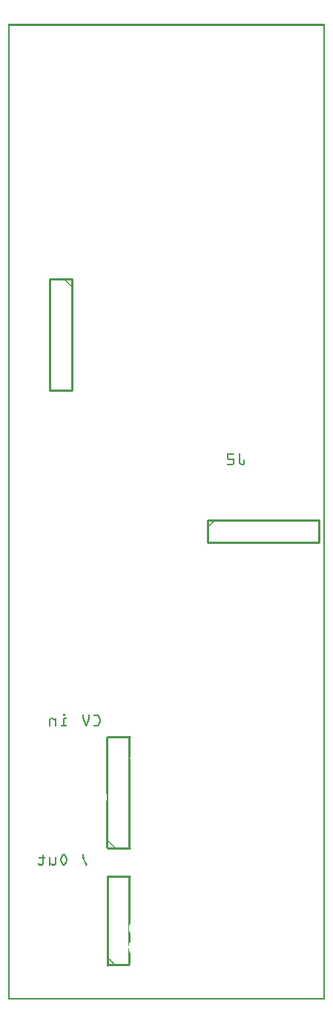
<source format=gbo>
G04 MADE WITH FRITZING*
G04 WWW.FRITZING.ORG*
G04 DOUBLE SIDED*
G04 HOLES PLATED*
G04 CONTOUR ON CENTER OF CONTOUR VECTOR*
%ASAXBY*%
%FSLAX23Y23*%
%MOIN*%
%OFA0B0*%
%SFA1.0B1.0*%
%ADD10C,0.010000*%
%ADD11R,0.001000X0.001000*%
%LNSILK0*%
G90*
G70*
G54D10*
X287Y3237D02*
X287Y2737D01*
D02*
X287Y2737D02*
X187Y2737D01*
D02*
X187Y2737D02*
X187Y3237D01*
D02*
X187Y3237D02*
X287Y3237D01*
D02*
X447Y156D02*
X447Y556D01*
D02*
X447Y556D02*
X547Y556D01*
D02*
X897Y2156D02*
X1397Y2156D01*
D02*
X1397Y2156D02*
X1397Y2056D01*
D02*
X1397Y2056D02*
X897Y2056D01*
D02*
X897Y2056D02*
X897Y2156D01*
D02*
X447Y1181D02*
X547Y1181D01*
D02*
X547Y681D02*
X447Y681D01*
G54D11*
X0Y4384D02*
X1424Y4384D01*
X0Y4383D02*
X1424Y4383D01*
X0Y4382D02*
X1424Y4382D01*
X0Y4381D02*
X1424Y4381D01*
X0Y4380D02*
X1424Y4380D01*
X0Y4379D02*
X1424Y4379D01*
X0Y4378D02*
X1424Y4378D01*
X0Y4377D02*
X1424Y4377D01*
X0Y4376D02*
X7Y4376D01*
X1417Y4376D02*
X1424Y4376D01*
X0Y4375D02*
X7Y4375D01*
X1417Y4375D02*
X1424Y4375D01*
X0Y4374D02*
X7Y4374D01*
X1417Y4374D02*
X1424Y4374D01*
X0Y4373D02*
X7Y4373D01*
X1417Y4373D02*
X1424Y4373D01*
X0Y4372D02*
X7Y4372D01*
X1417Y4372D02*
X1424Y4372D01*
X0Y4371D02*
X7Y4371D01*
X1417Y4371D02*
X1424Y4371D01*
X0Y4370D02*
X7Y4370D01*
X1417Y4370D02*
X1424Y4370D01*
X0Y4369D02*
X7Y4369D01*
X1417Y4369D02*
X1424Y4369D01*
X0Y4368D02*
X7Y4368D01*
X1417Y4368D02*
X1424Y4368D01*
X0Y4367D02*
X7Y4367D01*
X1417Y4367D02*
X1424Y4367D01*
X0Y4366D02*
X7Y4366D01*
X1417Y4366D02*
X1424Y4366D01*
X0Y4365D02*
X7Y4365D01*
X1417Y4365D02*
X1424Y4365D01*
X0Y4364D02*
X7Y4364D01*
X1417Y4364D02*
X1424Y4364D01*
X0Y4363D02*
X7Y4363D01*
X1417Y4363D02*
X1424Y4363D01*
X0Y4362D02*
X7Y4362D01*
X1417Y4362D02*
X1424Y4362D01*
X0Y4361D02*
X7Y4361D01*
X1417Y4361D02*
X1424Y4361D01*
X0Y4360D02*
X7Y4360D01*
X1417Y4360D02*
X1424Y4360D01*
X0Y4359D02*
X7Y4359D01*
X1417Y4359D02*
X1424Y4359D01*
X0Y4358D02*
X7Y4358D01*
X1417Y4358D02*
X1424Y4358D01*
X0Y4357D02*
X7Y4357D01*
X1417Y4357D02*
X1424Y4357D01*
X0Y4356D02*
X7Y4356D01*
X1417Y4356D02*
X1424Y4356D01*
X0Y4355D02*
X7Y4355D01*
X1417Y4355D02*
X1424Y4355D01*
X0Y4354D02*
X7Y4354D01*
X1417Y4354D02*
X1424Y4354D01*
X0Y4353D02*
X7Y4353D01*
X1417Y4353D02*
X1424Y4353D01*
X0Y4352D02*
X7Y4352D01*
X1417Y4352D02*
X1424Y4352D01*
X0Y4351D02*
X7Y4351D01*
X1417Y4351D02*
X1424Y4351D01*
X0Y4350D02*
X7Y4350D01*
X1417Y4350D02*
X1424Y4350D01*
X0Y4349D02*
X7Y4349D01*
X1417Y4349D02*
X1424Y4349D01*
X0Y4348D02*
X7Y4348D01*
X1417Y4348D02*
X1424Y4348D01*
X0Y4347D02*
X7Y4347D01*
X1417Y4347D02*
X1424Y4347D01*
X0Y4346D02*
X7Y4346D01*
X1417Y4346D02*
X1424Y4346D01*
X0Y4345D02*
X7Y4345D01*
X1417Y4345D02*
X1424Y4345D01*
X0Y4344D02*
X7Y4344D01*
X1417Y4344D02*
X1424Y4344D01*
X0Y4343D02*
X7Y4343D01*
X1417Y4343D02*
X1424Y4343D01*
X0Y4342D02*
X7Y4342D01*
X1417Y4342D02*
X1424Y4342D01*
X0Y4341D02*
X7Y4341D01*
X1417Y4341D02*
X1424Y4341D01*
X0Y4340D02*
X7Y4340D01*
X1417Y4340D02*
X1424Y4340D01*
X0Y4339D02*
X7Y4339D01*
X1417Y4339D02*
X1424Y4339D01*
X0Y4338D02*
X7Y4338D01*
X1417Y4338D02*
X1424Y4338D01*
X0Y4337D02*
X7Y4337D01*
X1417Y4337D02*
X1424Y4337D01*
X0Y4336D02*
X7Y4336D01*
X1417Y4336D02*
X1424Y4336D01*
X0Y4335D02*
X7Y4335D01*
X1417Y4335D02*
X1424Y4335D01*
X0Y4334D02*
X7Y4334D01*
X1417Y4334D02*
X1424Y4334D01*
X0Y4333D02*
X7Y4333D01*
X1417Y4333D02*
X1424Y4333D01*
X0Y4332D02*
X7Y4332D01*
X1417Y4332D02*
X1424Y4332D01*
X0Y4331D02*
X7Y4331D01*
X1417Y4331D02*
X1424Y4331D01*
X0Y4330D02*
X7Y4330D01*
X1417Y4330D02*
X1424Y4330D01*
X0Y4329D02*
X7Y4329D01*
X1417Y4329D02*
X1424Y4329D01*
X0Y4328D02*
X7Y4328D01*
X1417Y4328D02*
X1424Y4328D01*
X0Y4327D02*
X7Y4327D01*
X1417Y4327D02*
X1424Y4327D01*
X0Y4326D02*
X7Y4326D01*
X1417Y4326D02*
X1424Y4326D01*
X0Y4325D02*
X7Y4325D01*
X1417Y4325D02*
X1424Y4325D01*
X0Y4324D02*
X7Y4324D01*
X1417Y4324D02*
X1424Y4324D01*
X0Y4323D02*
X7Y4323D01*
X1417Y4323D02*
X1424Y4323D01*
X0Y4322D02*
X7Y4322D01*
X1417Y4322D02*
X1424Y4322D01*
X0Y4321D02*
X7Y4321D01*
X1417Y4321D02*
X1424Y4321D01*
X0Y4320D02*
X7Y4320D01*
X1417Y4320D02*
X1424Y4320D01*
X0Y4319D02*
X7Y4319D01*
X1417Y4319D02*
X1424Y4319D01*
X0Y4318D02*
X7Y4318D01*
X1417Y4318D02*
X1424Y4318D01*
X0Y4317D02*
X7Y4317D01*
X1417Y4317D02*
X1424Y4317D01*
X0Y4316D02*
X7Y4316D01*
X1417Y4316D02*
X1424Y4316D01*
X0Y4315D02*
X7Y4315D01*
X1417Y4315D02*
X1424Y4315D01*
X0Y4314D02*
X7Y4314D01*
X1417Y4314D02*
X1424Y4314D01*
X0Y4313D02*
X7Y4313D01*
X1417Y4313D02*
X1424Y4313D01*
X0Y4312D02*
X7Y4312D01*
X1417Y4312D02*
X1424Y4312D01*
X0Y4311D02*
X7Y4311D01*
X1417Y4311D02*
X1424Y4311D01*
X0Y4310D02*
X7Y4310D01*
X1417Y4310D02*
X1424Y4310D01*
X0Y4309D02*
X7Y4309D01*
X1417Y4309D02*
X1424Y4309D01*
X0Y4308D02*
X7Y4308D01*
X1417Y4308D02*
X1424Y4308D01*
X0Y4307D02*
X7Y4307D01*
X1417Y4307D02*
X1424Y4307D01*
X0Y4306D02*
X7Y4306D01*
X1417Y4306D02*
X1424Y4306D01*
X0Y4305D02*
X7Y4305D01*
X1417Y4305D02*
X1424Y4305D01*
X0Y4304D02*
X7Y4304D01*
X1417Y4304D02*
X1424Y4304D01*
X0Y4303D02*
X7Y4303D01*
X1417Y4303D02*
X1424Y4303D01*
X0Y4302D02*
X7Y4302D01*
X1417Y4302D02*
X1424Y4302D01*
X0Y4301D02*
X7Y4301D01*
X1417Y4301D02*
X1424Y4301D01*
X0Y4300D02*
X7Y4300D01*
X1417Y4300D02*
X1424Y4300D01*
X0Y4299D02*
X7Y4299D01*
X1417Y4299D02*
X1424Y4299D01*
X0Y4298D02*
X7Y4298D01*
X1417Y4298D02*
X1424Y4298D01*
X0Y4297D02*
X7Y4297D01*
X1417Y4297D02*
X1424Y4297D01*
X0Y4296D02*
X7Y4296D01*
X1417Y4296D02*
X1424Y4296D01*
X0Y4295D02*
X7Y4295D01*
X1417Y4295D02*
X1424Y4295D01*
X0Y4294D02*
X7Y4294D01*
X1417Y4294D02*
X1424Y4294D01*
X0Y4293D02*
X7Y4293D01*
X1417Y4293D02*
X1424Y4293D01*
X0Y4292D02*
X7Y4292D01*
X1417Y4292D02*
X1424Y4292D01*
X0Y4291D02*
X7Y4291D01*
X1417Y4291D02*
X1424Y4291D01*
X0Y4290D02*
X7Y4290D01*
X1417Y4290D02*
X1424Y4290D01*
X0Y4289D02*
X7Y4289D01*
X1417Y4289D02*
X1424Y4289D01*
X0Y4288D02*
X7Y4288D01*
X1417Y4288D02*
X1424Y4288D01*
X0Y4287D02*
X7Y4287D01*
X1417Y4287D02*
X1424Y4287D01*
X0Y4286D02*
X7Y4286D01*
X1417Y4286D02*
X1424Y4286D01*
X0Y4285D02*
X7Y4285D01*
X1417Y4285D02*
X1424Y4285D01*
X0Y4284D02*
X7Y4284D01*
X1417Y4284D02*
X1424Y4284D01*
X0Y4283D02*
X7Y4283D01*
X1417Y4283D02*
X1424Y4283D01*
X0Y4282D02*
X7Y4282D01*
X1417Y4282D02*
X1424Y4282D01*
X0Y4281D02*
X7Y4281D01*
X1417Y4281D02*
X1424Y4281D01*
X0Y4280D02*
X7Y4280D01*
X1417Y4280D02*
X1424Y4280D01*
X0Y4279D02*
X7Y4279D01*
X1417Y4279D02*
X1424Y4279D01*
X0Y4278D02*
X7Y4278D01*
X1417Y4278D02*
X1424Y4278D01*
X0Y4277D02*
X7Y4277D01*
X1417Y4277D02*
X1424Y4277D01*
X0Y4276D02*
X7Y4276D01*
X1417Y4276D02*
X1424Y4276D01*
X0Y4275D02*
X7Y4275D01*
X1417Y4275D02*
X1424Y4275D01*
X0Y4274D02*
X7Y4274D01*
X1417Y4274D02*
X1424Y4274D01*
X0Y4273D02*
X7Y4273D01*
X1417Y4273D02*
X1424Y4273D01*
X0Y4272D02*
X7Y4272D01*
X1417Y4272D02*
X1424Y4272D01*
X0Y4271D02*
X7Y4271D01*
X1417Y4271D02*
X1424Y4271D01*
X0Y4270D02*
X7Y4270D01*
X1417Y4270D02*
X1424Y4270D01*
X0Y4269D02*
X7Y4269D01*
X1417Y4269D02*
X1424Y4269D01*
X0Y4268D02*
X7Y4268D01*
X1417Y4268D02*
X1424Y4268D01*
X0Y4267D02*
X7Y4267D01*
X1417Y4267D02*
X1424Y4267D01*
X0Y4266D02*
X7Y4266D01*
X1417Y4266D02*
X1424Y4266D01*
X0Y4265D02*
X7Y4265D01*
X1417Y4265D02*
X1424Y4265D01*
X0Y4264D02*
X7Y4264D01*
X1417Y4264D02*
X1424Y4264D01*
X0Y4263D02*
X7Y4263D01*
X1417Y4263D02*
X1424Y4263D01*
X0Y4262D02*
X7Y4262D01*
X1417Y4262D02*
X1424Y4262D01*
X0Y4261D02*
X7Y4261D01*
X1417Y4261D02*
X1424Y4261D01*
X0Y4260D02*
X7Y4260D01*
X1417Y4260D02*
X1424Y4260D01*
X0Y4259D02*
X7Y4259D01*
X1417Y4259D02*
X1424Y4259D01*
X0Y4258D02*
X7Y4258D01*
X1417Y4258D02*
X1424Y4258D01*
X0Y4257D02*
X7Y4257D01*
X1417Y4257D02*
X1424Y4257D01*
X0Y4256D02*
X7Y4256D01*
X1417Y4256D02*
X1424Y4256D01*
X0Y4255D02*
X7Y4255D01*
X1417Y4255D02*
X1424Y4255D01*
X0Y4254D02*
X7Y4254D01*
X1417Y4254D02*
X1424Y4254D01*
X0Y4253D02*
X7Y4253D01*
X1417Y4253D02*
X1424Y4253D01*
X0Y4252D02*
X7Y4252D01*
X1417Y4252D02*
X1424Y4252D01*
X0Y4251D02*
X7Y4251D01*
X1417Y4251D02*
X1424Y4251D01*
X0Y4250D02*
X7Y4250D01*
X1417Y4250D02*
X1424Y4250D01*
X0Y4249D02*
X7Y4249D01*
X1417Y4249D02*
X1424Y4249D01*
X0Y4248D02*
X7Y4248D01*
X1417Y4248D02*
X1424Y4248D01*
X0Y4247D02*
X7Y4247D01*
X1417Y4247D02*
X1424Y4247D01*
X0Y4246D02*
X7Y4246D01*
X1417Y4246D02*
X1424Y4246D01*
X0Y4245D02*
X7Y4245D01*
X1417Y4245D02*
X1424Y4245D01*
X0Y4244D02*
X7Y4244D01*
X1417Y4244D02*
X1424Y4244D01*
X0Y4243D02*
X7Y4243D01*
X1417Y4243D02*
X1424Y4243D01*
X0Y4242D02*
X7Y4242D01*
X1417Y4242D02*
X1424Y4242D01*
X0Y4241D02*
X7Y4241D01*
X1417Y4241D02*
X1424Y4241D01*
X0Y4240D02*
X7Y4240D01*
X1417Y4240D02*
X1424Y4240D01*
X0Y4239D02*
X7Y4239D01*
X1417Y4239D02*
X1424Y4239D01*
X0Y4238D02*
X7Y4238D01*
X1417Y4238D02*
X1424Y4238D01*
X0Y4237D02*
X7Y4237D01*
X1417Y4237D02*
X1424Y4237D01*
X0Y4236D02*
X7Y4236D01*
X1417Y4236D02*
X1424Y4236D01*
X0Y4235D02*
X7Y4235D01*
X1417Y4235D02*
X1424Y4235D01*
X0Y4234D02*
X7Y4234D01*
X1417Y4234D02*
X1424Y4234D01*
X0Y4233D02*
X7Y4233D01*
X1417Y4233D02*
X1424Y4233D01*
X0Y4232D02*
X7Y4232D01*
X1417Y4232D02*
X1424Y4232D01*
X0Y4231D02*
X7Y4231D01*
X1417Y4231D02*
X1424Y4231D01*
X0Y4230D02*
X7Y4230D01*
X1417Y4230D02*
X1424Y4230D01*
X0Y4229D02*
X7Y4229D01*
X1417Y4229D02*
X1424Y4229D01*
X0Y4228D02*
X7Y4228D01*
X1417Y4228D02*
X1424Y4228D01*
X0Y4227D02*
X7Y4227D01*
X1417Y4227D02*
X1424Y4227D01*
X0Y4226D02*
X7Y4226D01*
X1417Y4226D02*
X1424Y4226D01*
X0Y4225D02*
X7Y4225D01*
X1417Y4225D02*
X1424Y4225D01*
X0Y4224D02*
X7Y4224D01*
X1417Y4224D02*
X1424Y4224D01*
X0Y4223D02*
X7Y4223D01*
X1417Y4223D02*
X1424Y4223D01*
X0Y4222D02*
X7Y4222D01*
X1417Y4222D02*
X1424Y4222D01*
X0Y4221D02*
X7Y4221D01*
X1417Y4221D02*
X1424Y4221D01*
X0Y4220D02*
X7Y4220D01*
X1417Y4220D02*
X1424Y4220D01*
X0Y4219D02*
X7Y4219D01*
X1417Y4219D02*
X1424Y4219D01*
X0Y4218D02*
X7Y4218D01*
X1417Y4218D02*
X1424Y4218D01*
X0Y4217D02*
X7Y4217D01*
X1417Y4217D02*
X1424Y4217D01*
X0Y4216D02*
X7Y4216D01*
X1417Y4216D02*
X1424Y4216D01*
X0Y4215D02*
X7Y4215D01*
X1417Y4215D02*
X1424Y4215D01*
X0Y4214D02*
X7Y4214D01*
X1417Y4214D02*
X1424Y4214D01*
X0Y4213D02*
X7Y4213D01*
X1417Y4213D02*
X1424Y4213D01*
X0Y4212D02*
X7Y4212D01*
X1417Y4212D02*
X1424Y4212D01*
X0Y4211D02*
X7Y4211D01*
X1417Y4211D02*
X1424Y4211D01*
X0Y4210D02*
X7Y4210D01*
X1417Y4210D02*
X1424Y4210D01*
X0Y4209D02*
X7Y4209D01*
X1417Y4209D02*
X1424Y4209D01*
X0Y4208D02*
X7Y4208D01*
X1417Y4208D02*
X1424Y4208D01*
X0Y4207D02*
X7Y4207D01*
X1417Y4207D02*
X1424Y4207D01*
X0Y4206D02*
X7Y4206D01*
X1417Y4206D02*
X1424Y4206D01*
X0Y4205D02*
X7Y4205D01*
X1417Y4205D02*
X1424Y4205D01*
X0Y4204D02*
X7Y4204D01*
X1417Y4204D02*
X1424Y4204D01*
X0Y4203D02*
X7Y4203D01*
X1417Y4203D02*
X1424Y4203D01*
X0Y4202D02*
X7Y4202D01*
X1417Y4202D02*
X1424Y4202D01*
X0Y4201D02*
X7Y4201D01*
X1417Y4201D02*
X1424Y4201D01*
X0Y4200D02*
X7Y4200D01*
X1417Y4200D02*
X1424Y4200D01*
X0Y4199D02*
X7Y4199D01*
X1417Y4199D02*
X1424Y4199D01*
X0Y4198D02*
X7Y4198D01*
X1417Y4198D02*
X1424Y4198D01*
X0Y4197D02*
X7Y4197D01*
X1417Y4197D02*
X1424Y4197D01*
X0Y4196D02*
X7Y4196D01*
X1417Y4196D02*
X1424Y4196D01*
X0Y4195D02*
X7Y4195D01*
X1417Y4195D02*
X1424Y4195D01*
X0Y4194D02*
X7Y4194D01*
X1417Y4194D02*
X1424Y4194D01*
X0Y4193D02*
X7Y4193D01*
X1417Y4193D02*
X1424Y4193D01*
X0Y4192D02*
X7Y4192D01*
X1417Y4192D02*
X1424Y4192D01*
X0Y4191D02*
X7Y4191D01*
X1417Y4191D02*
X1424Y4191D01*
X0Y4190D02*
X7Y4190D01*
X1417Y4190D02*
X1424Y4190D01*
X0Y4189D02*
X7Y4189D01*
X1417Y4189D02*
X1424Y4189D01*
X0Y4188D02*
X7Y4188D01*
X1417Y4188D02*
X1424Y4188D01*
X0Y4187D02*
X7Y4187D01*
X1417Y4187D02*
X1424Y4187D01*
X0Y4186D02*
X7Y4186D01*
X1417Y4186D02*
X1424Y4186D01*
X0Y4185D02*
X7Y4185D01*
X1417Y4185D02*
X1424Y4185D01*
X0Y4184D02*
X7Y4184D01*
X1417Y4184D02*
X1424Y4184D01*
X0Y4183D02*
X7Y4183D01*
X1417Y4183D02*
X1424Y4183D01*
X0Y4182D02*
X7Y4182D01*
X1417Y4182D02*
X1424Y4182D01*
X0Y4181D02*
X7Y4181D01*
X1417Y4181D02*
X1424Y4181D01*
X0Y4180D02*
X7Y4180D01*
X1417Y4180D02*
X1424Y4180D01*
X0Y4179D02*
X7Y4179D01*
X1417Y4179D02*
X1424Y4179D01*
X0Y4178D02*
X7Y4178D01*
X1417Y4178D02*
X1424Y4178D01*
X0Y4177D02*
X7Y4177D01*
X1417Y4177D02*
X1424Y4177D01*
X0Y4176D02*
X7Y4176D01*
X1417Y4176D02*
X1424Y4176D01*
X0Y4175D02*
X7Y4175D01*
X1417Y4175D02*
X1424Y4175D01*
X0Y4174D02*
X7Y4174D01*
X1417Y4174D02*
X1424Y4174D01*
X0Y4173D02*
X7Y4173D01*
X1417Y4173D02*
X1424Y4173D01*
X0Y4172D02*
X7Y4172D01*
X1417Y4172D02*
X1424Y4172D01*
X0Y4171D02*
X7Y4171D01*
X1417Y4171D02*
X1424Y4171D01*
X0Y4170D02*
X7Y4170D01*
X1417Y4170D02*
X1424Y4170D01*
X0Y4169D02*
X7Y4169D01*
X1417Y4169D02*
X1424Y4169D01*
X0Y4168D02*
X7Y4168D01*
X1417Y4168D02*
X1424Y4168D01*
X0Y4167D02*
X7Y4167D01*
X1417Y4167D02*
X1424Y4167D01*
X0Y4166D02*
X7Y4166D01*
X1417Y4166D02*
X1424Y4166D01*
X0Y4165D02*
X7Y4165D01*
X1417Y4165D02*
X1424Y4165D01*
X0Y4164D02*
X7Y4164D01*
X1417Y4164D02*
X1424Y4164D01*
X0Y4163D02*
X7Y4163D01*
X1417Y4163D02*
X1424Y4163D01*
X0Y4162D02*
X7Y4162D01*
X1417Y4162D02*
X1424Y4162D01*
X0Y4161D02*
X7Y4161D01*
X1417Y4161D02*
X1424Y4161D01*
X0Y4160D02*
X7Y4160D01*
X1417Y4160D02*
X1424Y4160D01*
X0Y4159D02*
X7Y4159D01*
X1417Y4159D02*
X1424Y4159D01*
X0Y4158D02*
X7Y4158D01*
X1417Y4158D02*
X1424Y4158D01*
X0Y4157D02*
X7Y4157D01*
X1417Y4157D02*
X1424Y4157D01*
X0Y4156D02*
X7Y4156D01*
X1417Y4156D02*
X1424Y4156D01*
X0Y4155D02*
X7Y4155D01*
X1417Y4155D02*
X1424Y4155D01*
X0Y4154D02*
X7Y4154D01*
X1417Y4154D02*
X1424Y4154D01*
X0Y4153D02*
X7Y4153D01*
X1417Y4153D02*
X1424Y4153D01*
X0Y4152D02*
X7Y4152D01*
X1417Y4152D02*
X1424Y4152D01*
X0Y4151D02*
X7Y4151D01*
X1417Y4151D02*
X1424Y4151D01*
X0Y4150D02*
X7Y4150D01*
X1417Y4150D02*
X1424Y4150D01*
X0Y4149D02*
X7Y4149D01*
X1417Y4149D02*
X1424Y4149D01*
X0Y4148D02*
X7Y4148D01*
X1417Y4148D02*
X1424Y4148D01*
X0Y4147D02*
X7Y4147D01*
X1417Y4147D02*
X1424Y4147D01*
X0Y4146D02*
X7Y4146D01*
X1417Y4146D02*
X1424Y4146D01*
X0Y4145D02*
X7Y4145D01*
X1417Y4145D02*
X1424Y4145D01*
X0Y4144D02*
X7Y4144D01*
X1417Y4144D02*
X1424Y4144D01*
X0Y4143D02*
X7Y4143D01*
X1417Y4143D02*
X1424Y4143D01*
X0Y4142D02*
X7Y4142D01*
X1417Y4142D02*
X1424Y4142D01*
X0Y4141D02*
X7Y4141D01*
X1417Y4141D02*
X1424Y4141D01*
X0Y4140D02*
X7Y4140D01*
X1417Y4140D02*
X1424Y4140D01*
X0Y4139D02*
X7Y4139D01*
X1417Y4139D02*
X1424Y4139D01*
X0Y4138D02*
X7Y4138D01*
X1417Y4138D02*
X1424Y4138D01*
X0Y4137D02*
X7Y4137D01*
X1417Y4137D02*
X1424Y4137D01*
X0Y4136D02*
X7Y4136D01*
X1417Y4136D02*
X1424Y4136D01*
X0Y4135D02*
X7Y4135D01*
X1417Y4135D02*
X1424Y4135D01*
X0Y4134D02*
X7Y4134D01*
X1417Y4134D02*
X1424Y4134D01*
X0Y4133D02*
X7Y4133D01*
X1417Y4133D02*
X1424Y4133D01*
X0Y4132D02*
X7Y4132D01*
X1417Y4132D02*
X1424Y4132D01*
X0Y4131D02*
X7Y4131D01*
X1417Y4131D02*
X1424Y4131D01*
X0Y4130D02*
X7Y4130D01*
X1417Y4130D02*
X1424Y4130D01*
X0Y4129D02*
X7Y4129D01*
X1417Y4129D02*
X1424Y4129D01*
X0Y4128D02*
X7Y4128D01*
X1417Y4128D02*
X1424Y4128D01*
X0Y4127D02*
X7Y4127D01*
X1417Y4127D02*
X1424Y4127D01*
X0Y4126D02*
X7Y4126D01*
X1417Y4126D02*
X1424Y4126D01*
X0Y4125D02*
X7Y4125D01*
X1417Y4125D02*
X1424Y4125D01*
X0Y4124D02*
X7Y4124D01*
X1417Y4124D02*
X1424Y4124D01*
X0Y4123D02*
X7Y4123D01*
X1417Y4123D02*
X1424Y4123D01*
X0Y4122D02*
X7Y4122D01*
X1417Y4122D02*
X1424Y4122D01*
X0Y4121D02*
X7Y4121D01*
X1417Y4121D02*
X1424Y4121D01*
X0Y4120D02*
X7Y4120D01*
X1417Y4120D02*
X1424Y4120D01*
X0Y4119D02*
X7Y4119D01*
X1417Y4119D02*
X1424Y4119D01*
X0Y4118D02*
X7Y4118D01*
X1417Y4118D02*
X1424Y4118D01*
X0Y4117D02*
X7Y4117D01*
X1417Y4117D02*
X1424Y4117D01*
X0Y4116D02*
X7Y4116D01*
X1417Y4116D02*
X1424Y4116D01*
X0Y4115D02*
X7Y4115D01*
X1417Y4115D02*
X1424Y4115D01*
X0Y4114D02*
X7Y4114D01*
X1417Y4114D02*
X1424Y4114D01*
X0Y4113D02*
X7Y4113D01*
X1417Y4113D02*
X1424Y4113D01*
X0Y4112D02*
X7Y4112D01*
X1417Y4112D02*
X1424Y4112D01*
X0Y4111D02*
X7Y4111D01*
X1417Y4111D02*
X1424Y4111D01*
X0Y4110D02*
X7Y4110D01*
X1417Y4110D02*
X1424Y4110D01*
X0Y4109D02*
X7Y4109D01*
X1417Y4109D02*
X1424Y4109D01*
X0Y4108D02*
X7Y4108D01*
X1417Y4108D02*
X1424Y4108D01*
X0Y4107D02*
X7Y4107D01*
X1417Y4107D02*
X1424Y4107D01*
X0Y4106D02*
X7Y4106D01*
X1417Y4106D02*
X1424Y4106D01*
X0Y4105D02*
X7Y4105D01*
X1417Y4105D02*
X1424Y4105D01*
X0Y4104D02*
X7Y4104D01*
X1417Y4104D02*
X1424Y4104D01*
X0Y4103D02*
X7Y4103D01*
X1417Y4103D02*
X1424Y4103D01*
X0Y4102D02*
X7Y4102D01*
X1417Y4102D02*
X1424Y4102D01*
X0Y4101D02*
X7Y4101D01*
X1417Y4101D02*
X1424Y4101D01*
X0Y4100D02*
X7Y4100D01*
X1417Y4100D02*
X1424Y4100D01*
X0Y4099D02*
X7Y4099D01*
X1417Y4099D02*
X1424Y4099D01*
X0Y4098D02*
X7Y4098D01*
X1417Y4098D02*
X1424Y4098D01*
X0Y4097D02*
X7Y4097D01*
X1417Y4097D02*
X1424Y4097D01*
X0Y4096D02*
X7Y4096D01*
X1417Y4096D02*
X1424Y4096D01*
X0Y4095D02*
X7Y4095D01*
X1417Y4095D02*
X1424Y4095D01*
X0Y4094D02*
X7Y4094D01*
X1417Y4094D02*
X1424Y4094D01*
X0Y4093D02*
X7Y4093D01*
X1417Y4093D02*
X1424Y4093D01*
X0Y4092D02*
X7Y4092D01*
X1417Y4092D02*
X1424Y4092D01*
X0Y4091D02*
X7Y4091D01*
X1417Y4091D02*
X1424Y4091D01*
X0Y4090D02*
X7Y4090D01*
X1417Y4090D02*
X1424Y4090D01*
X0Y4089D02*
X7Y4089D01*
X1417Y4089D02*
X1424Y4089D01*
X0Y4088D02*
X7Y4088D01*
X1417Y4088D02*
X1424Y4088D01*
X0Y4087D02*
X7Y4087D01*
X1417Y4087D02*
X1424Y4087D01*
X0Y4086D02*
X7Y4086D01*
X1417Y4086D02*
X1424Y4086D01*
X0Y4085D02*
X7Y4085D01*
X1417Y4085D02*
X1424Y4085D01*
X0Y4084D02*
X7Y4084D01*
X1417Y4084D02*
X1424Y4084D01*
X0Y4083D02*
X7Y4083D01*
X1417Y4083D02*
X1424Y4083D01*
X0Y4082D02*
X7Y4082D01*
X1417Y4082D02*
X1424Y4082D01*
X0Y4081D02*
X7Y4081D01*
X1417Y4081D02*
X1424Y4081D01*
X0Y4080D02*
X7Y4080D01*
X1417Y4080D02*
X1424Y4080D01*
X0Y4079D02*
X7Y4079D01*
X1417Y4079D02*
X1424Y4079D01*
X0Y4078D02*
X7Y4078D01*
X1417Y4078D02*
X1424Y4078D01*
X0Y4077D02*
X7Y4077D01*
X1417Y4077D02*
X1424Y4077D01*
X0Y4076D02*
X7Y4076D01*
X1417Y4076D02*
X1424Y4076D01*
X0Y4075D02*
X7Y4075D01*
X1417Y4075D02*
X1424Y4075D01*
X0Y4074D02*
X7Y4074D01*
X1417Y4074D02*
X1424Y4074D01*
X0Y4073D02*
X7Y4073D01*
X1417Y4073D02*
X1424Y4073D01*
X0Y4072D02*
X7Y4072D01*
X1417Y4072D02*
X1424Y4072D01*
X0Y4071D02*
X7Y4071D01*
X1417Y4071D02*
X1424Y4071D01*
X0Y4070D02*
X7Y4070D01*
X1417Y4070D02*
X1424Y4070D01*
X0Y4069D02*
X7Y4069D01*
X1417Y4069D02*
X1424Y4069D01*
X0Y4068D02*
X7Y4068D01*
X1417Y4068D02*
X1424Y4068D01*
X0Y4067D02*
X7Y4067D01*
X1417Y4067D02*
X1424Y4067D01*
X0Y4066D02*
X7Y4066D01*
X1417Y4066D02*
X1424Y4066D01*
X0Y4065D02*
X7Y4065D01*
X1417Y4065D02*
X1424Y4065D01*
X0Y4064D02*
X7Y4064D01*
X1417Y4064D02*
X1424Y4064D01*
X0Y4063D02*
X7Y4063D01*
X1417Y4063D02*
X1424Y4063D01*
X0Y4062D02*
X7Y4062D01*
X1417Y4062D02*
X1424Y4062D01*
X0Y4061D02*
X7Y4061D01*
X1417Y4061D02*
X1424Y4061D01*
X0Y4060D02*
X7Y4060D01*
X1417Y4060D02*
X1424Y4060D01*
X0Y4059D02*
X7Y4059D01*
X1417Y4059D02*
X1424Y4059D01*
X0Y4058D02*
X7Y4058D01*
X1417Y4058D02*
X1424Y4058D01*
X0Y4057D02*
X7Y4057D01*
X1417Y4057D02*
X1424Y4057D01*
X0Y4056D02*
X7Y4056D01*
X1417Y4056D02*
X1424Y4056D01*
X0Y4055D02*
X7Y4055D01*
X1417Y4055D02*
X1424Y4055D01*
X0Y4054D02*
X7Y4054D01*
X1417Y4054D02*
X1424Y4054D01*
X0Y4053D02*
X7Y4053D01*
X1417Y4053D02*
X1424Y4053D01*
X0Y4052D02*
X7Y4052D01*
X1417Y4052D02*
X1424Y4052D01*
X0Y4051D02*
X7Y4051D01*
X1417Y4051D02*
X1424Y4051D01*
X0Y4050D02*
X7Y4050D01*
X1417Y4050D02*
X1424Y4050D01*
X0Y4049D02*
X7Y4049D01*
X1417Y4049D02*
X1424Y4049D01*
X0Y4048D02*
X7Y4048D01*
X1417Y4048D02*
X1424Y4048D01*
X0Y4047D02*
X7Y4047D01*
X1417Y4047D02*
X1424Y4047D01*
X0Y4046D02*
X7Y4046D01*
X1417Y4046D02*
X1424Y4046D01*
X0Y4045D02*
X7Y4045D01*
X1417Y4045D02*
X1424Y4045D01*
X0Y4044D02*
X7Y4044D01*
X1417Y4044D02*
X1424Y4044D01*
X0Y4043D02*
X7Y4043D01*
X1417Y4043D02*
X1424Y4043D01*
X0Y4042D02*
X7Y4042D01*
X1417Y4042D02*
X1424Y4042D01*
X0Y4041D02*
X7Y4041D01*
X1417Y4041D02*
X1424Y4041D01*
X0Y4040D02*
X7Y4040D01*
X1417Y4040D02*
X1424Y4040D01*
X0Y4039D02*
X7Y4039D01*
X1417Y4039D02*
X1424Y4039D01*
X0Y4038D02*
X7Y4038D01*
X1417Y4038D02*
X1424Y4038D01*
X0Y4037D02*
X7Y4037D01*
X1417Y4037D02*
X1424Y4037D01*
X0Y4036D02*
X7Y4036D01*
X1417Y4036D02*
X1424Y4036D01*
X0Y4035D02*
X7Y4035D01*
X1417Y4035D02*
X1424Y4035D01*
X0Y4034D02*
X7Y4034D01*
X1417Y4034D02*
X1424Y4034D01*
X0Y4033D02*
X7Y4033D01*
X1417Y4033D02*
X1424Y4033D01*
X0Y4032D02*
X7Y4032D01*
X1417Y4032D02*
X1424Y4032D01*
X0Y4031D02*
X7Y4031D01*
X1417Y4031D02*
X1424Y4031D01*
X0Y4030D02*
X7Y4030D01*
X1417Y4030D02*
X1424Y4030D01*
X0Y4029D02*
X7Y4029D01*
X1417Y4029D02*
X1424Y4029D01*
X0Y4028D02*
X7Y4028D01*
X1417Y4028D02*
X1424Y4028D01*
X0Y4027D02*
X7Y4027D01*
X1417Y4027D02*
X1424Y4027D01*
X0Y4026D02*
X7Y4026D01*
X1417Y4026D02*
X1424Y4026D01*
X0Y4025D02*
X7Y4025D01*
X1417Y4025D02*
X1424Y4025D01*
X0Y4024D02*
X7Y4024D01*
X1417Y4024D02*
X1424Y4024D01*
X0Y4023D02*
X7Y4023D01*
X1417Y4023D02*
X1424Y4023D01*
X0Y4022D02*
X7Y4022D01*
X1417Y4022D02*
X1424Y4022D01*
X0Y4021D02*
X7Y4021D01*
X1417Y4021D02*
X1424Y4021D01*
X0Y4020D02*
X7Y4020D01*
X1417Y4020D02*
X1424Y4020D01*
X0Y4019D02*
X7Y4019D01*
X1417Y4019D02*
X1424Y4019D01*
X0Y4018D02*
X7Y4018D01*
X1417Y4018D02*
X1424Y4018D01*
X0Y4017D02*
X7Y4017D01*
X1417Y4017D02*
X1424Y4017D01*
X0Y4016D02*
X7Y4016D01*
X1417Y4016D02*
X1424Y4016D01*
X0Y4015D02*
X7Y4015D01*
X1417Y4015D02*
X1424Y4015D01*
X0Y4014D02*
X7Y4014D01*
X1417Y4014D02*
X1424Y4014D01*
X0Y4013D02*
X7Y4013D01*
X1417Y4013D02*
X1424Y4013D01*
X0Y4012D02*
X7Y4012D01*
X1417Y4012D02*
X1424Y4012D01*
X0Y4011D02*
X7Y4011D01*
X1417Y4011D02*
X1424Y4011D01*
X0Y4010D02*
X7Y4010D01*
X1417Y4010D02*
X1424Y4010D01*
X0Y4009D02*
X7Y4009D01*
X1417Y4009D02*
X1424Y4009D01*
X0Y4008D02*
X7Y4008D01*
X1417Y4008D02*
X1424Y4008D01*
X0Y4007D02*
X7Y4007D01*
X1417Y4007D02*
X1424Y4007D01*
X0Y4006D02*
X7Y4006D01*
X1417Y4006D02*
X1424Y4006D01*
X0Y4005D02*
X7Y4005D01*
X1417Y4005D02*
X1424Y4005D01*
X0Y4004D02*
X7Y4004D01*
X1417Y4004D02*
X1424Y4004D01*
X0Y4003D02*
X7Y4003D01*
X1417Y4003D02*
X1424Y4003D01*
X0Y4002D02*
X7Y4002D01*
X1417Y4002D02*
X1424Y4002D01*
X0Y4001D02*
X7Y4001D01*
X1417Y4001D02*
X1424Y4001D01*
X0Y4000D02*
X7Y4000D01*
X1417Y4000D02*
X1424Y4000D01*
X0Y3999D02*
X7Y3999D01*
X1417Y3999D02*
X1424Y3999D01*
X0Y3998D02*
X7Y3998D01*
X1417Y3998D02*
X1424Y3998D01*
X0Y3997D02*
X7Y3997D01*
X1417Y3997D02*
X1424Y3997D01*
X0Y3996D02*
X7Y3996D01*
X1417Y3996D02*
X1424Y3996D01*
X0Y3995D02*
X7Y3995D01*
X1417Y3995D02*
X1424Y3995D01*
X0Y3994D02*
X7Y3994D01*
X1417Y3994D02*
X1424Y3994D01*
X0Y3993D02*
X7Y3993D01*
X1417Y3993D02*
X1424Y3993D01*
X0Y3992D02*
X7Y3992D01*
X1417Y3992D02*
X1424Y3992D01*
X0Y3991D02*
X7Y3991D01*
X1417Y3991D02*
X1424Y3991D01*
X0Y3990D02*
X7Y3990D01*
X1417Y3990D02*
X1424Y3990D01*
X0Y3989D02*
X7Y3989D01*
X1417Y3989D02*
X1424Y3989D01*
X0Y3988D02*
X7Y3988D01*
X1417Y3988D02*
X1424Y3988D01*
X0Y3987D02*
X7Y3987D01*
X1417Y3987D02*
X1424Y3987D01*
X0Y3986D02*
X7Y3986D01*
X1417Y3986D02*
X1424Y3986D01*
X0Y3985D02*
X7Y3985D01*
X1417Y3985D02*
X1424Y3985D01*
X0Y3984D02*
X7Y3984D01*
X1417Y3984D02*
X1424Y3984D01*
X0Y3983D02*
X7Y3983D01*
X1417Y3983D02*
X1424Y3983D01*
X0Y3982D02*
X7Y3982D01*
X1417Y3982D02*
X1424Y3982D01*
X0Y3981D02*
X7Y3981D01*
X1417Y3981D02*
X1424Y3981D01*
X0Y3980D02*
X7Y3980D01*
X1417Y3980D02*
X1424Y3980D01*
X0Y3979D02*
X7Y3979D01*
X1417Y3979D02*
X1424Y3979D01*
X0Y3978D02*
X7Y3978D01*
X1417Y3978D02*
X1424Y3978D01*
X0Y3977D02*
X7Y3977D01*
X1417Y3977D02*
X1424Y3977D01*
X0Y3976D02*
X7Y3976D01*
X1417Y3976D02*
X1424Y3976D01*
X0Y3975D02*
X7Y3975D01*
X1417Y3975D02*
X1424Y3975D01*
X0Y3974D02*
X7Y3974D01*
X1417Y3974D02*
X1424Y3974D01*
X0Y3973D02*
X7Y3973D01*
X1417Y3973D02*
X1424Y3973D01*
X0Y3972D02*
X7Y3972D01*
X1417Y3972D02*
X1424Y3972D01*
X0Y3971D02*
X7Y3971D01*
X1417Y3971D02*
X1424Y3971D01*
X0Y3970D02*
X7Y3970D01*
X1417Y3970D02*
X1424Y3970D01*
X0Y3969D02*
X7Y3969D01*
X1417Y3969D02*
X1424Y3969D01*
X0Y3968D02*
X7Y3968D01*
X1417Y3968D02*
X1424Y3968D01*
X0Y3967D02*
X7Y3967D01*
X1417Y3967D02*
X1424Y3967D01*
X0Y3966D02*
X7Y3966D01*
X1417Y3966D02*
X1424Y3966D01*
X0Y3965D02*
X7Y3965D01*
X1417Y3965D02*
X1424Y3965D01*
X0Y3964D02*
X7Y3964D01*
X1417Y3964D02*
X1424Y3964D01*
X0Y3963D02*
X7Y3963D01*
X1417Y3963D02*
X1424Y3963D01*
X0Y3962D02*
X7Y3962D01*
X1417Y3962D02*
X1424Y3962D01*
X0Y3961D02*
X7Y3961D01*
X1417Y3961D02*
X1424Y3961D01*
X0Y3960D02*
X7Y3960D01*
X1417Y3960D02*
X1424Y3960D01*
X0Y3959D02*
X7Y3959D01*
X1417Y3959D02*
X1424Y3959D01*
X0Y3958D02*
X7Y3958D01*
X1417Y3958D02*
X1424Y3958D01*
X0Y3957D02*
X7Y3957D01*
X1417Y3957D02*
X1424Y3957D01*
X0Y3956D02*
X7Y3956D01*
X1417Y3956D02*
X1424Y3956D01*
X0Y3955D02*
X7Y3955D01*
X1417Y3955D02*
X1424Y3955D01*
X0Y3954D02*
X7Y3954D01*
X1417Y3954D02*
X1424Y3954D01*
X0Y3953D02*
X7Y3953D01*
X1417Y3953D02*
X1424Y3953D01*
X0Y3952D02*
X7Y3952D01*
X1417Y3952D02*
X1424Y3952D01*
X0Y3951D02*
X7Y3951D01*
X1417Y3951D02*
X1424Y3951D01*
X0Y3950D02*
X7Y3950D01*
X1417Y3950D02*
X1424Y3950D01*
X0Y3949D02*
X7Y3949D01*
X1417Y3949D02*
X1424Y3949D01*
X0Y3948D02*
X7Y3948D01*
X1417Y3948D02*
X1424Y3948D01*
X0Y3947D02*
X7Y3947D01*
X1417Y3947D02*
X1424Y3947D01*
X0Y3946D02*
X7Y3946D01*
X1417Y3946D02*
X1424Y3946D01*
X0Y3945D02*
X7Y3945D01*
X1417Y3945D02*
X1424Y3945D01*
X0Y3944D02*
X7Y3944D01*
X1417Y3944D02*
X1424Y3944D01*
X0Y3943D02*
X7Y3943D01*
X1417Y3943D02*
X1424Y3943D01*
X0Y3942D02*
X7Y3942D01*
X1417Y3942D02*
X1424Y3942D01*
X0Y3941D02*
X7Y3941D01*
X1417Y3941D02*
X1424Y3941D01*
X0Y3940D02*
X7Y3940D01*
X1417Y3940D02*
X1424Y3940D01*
X0Y3939D02*
X7Y3939D01*
X1417Y3939D02*
X1424Y3939D01*
X0Y3938D02*
X7Y3938D01*
X1417Y3938D02*
X1424Y3938D01*
X0Y3937D02*
X7Y3937D01*
X1417Y3937D02*
X1424Y3937D01*
X0Y3936D02*
X7Y3936D01*
X1417Y3936D02*
X1424Y3936D01*
X0Y3935D02*
X7Y3935D01*
X1417Y3935D02*
X1424Y3935D01*
X0Y3934D02*
X7Y3934D01*
X1417Y3934D02*
X1424Y3934D01*
X0Y3933D02*
X7Y3933D01*
X1417Y3933D02*
X1424Y3933D01*
X0Y3932D02*
X7Y3932D01*
X1417Y3932D02*
X1424Y3932D01*
X0Y3931D02*
X7Y3931D01*
X1417Y3931D02*
X1424Y3931D01*
X0Y3930D02*
X7Y3930D01*
X1417Y3930D02*
X1424Y3930D01*
X0Y3929D02*
X7Y3929D01*
X1417Y3929D02*
X1424Y3929D01*
X0Y3928D02*
X7Y3928D01*
X1417Y3928D02*
X1424Y3928D01*
X0Y3927D02*
X7Y3927D01*
X1417Y3927D02*
X1424Y3927D01*
X0Y3926D02*
X7Y3926D01*
X1417Y3926D02*
X1424Y3926D01*
X0Y3925D02*
X7Y3925D01*
X1417Y3925D02*
X1424Y3925D01*
X0Y3924D02*
X7Y3924D01*
X1417Y3924D02*
X1424Y3924D01*
X0Y3923D02*
X7Y3923D01*
X1417Y3923D02*
X1424Y3923D01*
X0Y3922D02*
X7Y3922D01*
X1417Y3922D02*
X1424Y3922D01*
X0Y3921D02*
X7Y3921D01*
X1417Y3921D02*
X1424Y3921D01*
X0Y3920D02*
X7Y3920D01*
X1417Y3920D02*
X1424Y3920D01*
X0Y3919D02*
X7Y3919D01*
X1417Y3919D02*
X1424Y3919D01*
X0Y3918D02*
X7Y3918D01*
X1417Y3918D02*
X1424Y3918D01*
X0Y3917D02*
X7Y3917D01*
X1417Y3917D02*
X1424Y3917D01*
X0Y3916D02*
X7Y3916D01*
X1417Y3916D02*
X1424Y3916D01*
X0Y3915D02*
X7Y3915D01*
X1417Y3915D02*
X1424Y3915D01*
X0Y3914D02*
X7Y3914D01*
X1417Y3914D02*
X1424Y3914D01*
X0Y3913D02*
X7Y3913D01*
X1417Y3913D02*
X1424Y3913D01*
X0Y3912D02*
X7Y3912D01*
X1417Y3912D02*
X1424Y3912D01*
X0Y3911D02*
X7Y3911D01*
X1417Y3911D02*
X1424Y3911D01*
X0Y3910D02*
X7Y3910D01*
X1417Y3910D02*
X1424Y3910D01*
X0Y3909D02*
X7Y3909D01*
X1417Y3909D02*
X1424Y3909D01*
X0Y3908D02*
X7Y3908D01*
X1417Y3908D02*
X1424Y3908D01*
X0Y3907D02*
X7Y3907D01*
X1417Y3907D02*
X1424Y3907D01*
X0Y3906D02*
X7Y3906D01*
X1417Y3906D02*
X1424Y3906D01*
X0Y3905D02*
X7Y3905D01*
X1417Y3905D02*
X1424Y3905D01*
X0Y3904D02*
X7Y3904D01*
X1417Y3904D02*
X1424Y3904D01*
X0Y3903D02*
X7Y3903D01*
X1417Y3903D02*
X1424Y3903D01*
X0Y3902D02*
X7Y3902D01*
X1417Y3902D02*
X1424Y3902D01*
X0Y3901D02*
X7Y3901D01*
X1417Y3901D02*
X1424Y3901D01*
X0Y3900D02*
X7Y3900D01*
X1417Y3900D02*
X1424Y3900D01*
X0Y3899D02*
X7Y3899D01*
X1417Y3899D02*
X1424Y3899D01*
X0Y3898D02*
X7Y3898D01*
X1417Y3898D02*
X1424Y3898D01*
X0Y3897D02*
X7Y3897D01*
X1417Y3897D02*
X1424Y3897D01*
X0Y3896D02*
X7Y3896D01*
X1417Y3896D02*
X1424Y3896D01*
X0Y3895D02*
X7Y3895D01*
X1417Y3895D02*
X1424Y3895D01*
X0Y3894D02*
X7Y3894D01*
X1417Y3894D02*
X1424Y3894D01*
X0Y3893D02*
X7Y3893D01*
X1417Y3893D02*
X1424Y3893D01*
X0Y3892D02*
X7Y3892D01*
X1417Y3892D02*
X1424Y3892D01*
X0Y3891D02*
X7Y3891D01*
X1417Y3891D02*
X1424Y3891D01*
X0Y3890D02*
X7Y3890D01*
X1417Y3890D02*
X1424Y3890D01*
X0Y3889D02*
X7Y3889D01*
X1417Y3889D02*
X1424Y3889D01*
X0Y3888D02*
X7Y3888D01*
X1417Y3888D02*
X1424Y3888D01*
X0Y3887D02*
X7Y3887D01*
X1417Y3887D02*
X1424Y3887D01*
X0Y3886D02*
X7Y3886D01*
X1417Y3886D02*
X1424Y3886D01*
X0Y3885D02*
X7Y3885D01*
X1417Y3885D02*
X1424Y3885D01*
X0Y3884D02*
X7Y3884D01*
X1417Y3884D02*
X1424Y3884D01*
X0Y3883D02*
X7Y3883D01*
X1417Y3883D02*
X1424Y3883D01*
X0Y3882D02*
X7Y3882D01*
X1417Y3882D02*
X1424Y3882D01*
X0Y3881D02*
X7Y3881D01*
X1417Y3881D02*
X1424Y3881D01*
X0Y3880D02*
X7Y3880D01*
X1417Y3880D02*
X1424Y3880D01*
X0Y3879D02*
X7Y3879D01*
X1417Y3879D02*
X1424Y3879D01*
X0Y3878D02*
X7Y3878D01*
X1417Y3878D02*
X1424Y3878D01*
X0Y3877D02*
X7Y3877D01*
X1417Y3877D02*
X1424Y3877D01*
X0Y3876D02*
X7Y3876D01*
X1417Y3876D02*
X1424Y3876D01*
X0Y3875D02*
X7Y3875D01*
X1417Y3875D02*
X1424Y3875D01*
X0Y3874D02*
X7Y3874D01*
X1417Y3874D02*
X1424Y3874D01*
X0Y3873D02*
X7Y3873D01*
X1417Y3873D02*
X1424Y3873D01*
X0Y3872D02*
X7Y3872D01*
X1417Y3872D02*
X1424Y3872D01*
X0Y3871D02*
X7Y3871D01*
X1417Y3871D02*
X1424Y3871D01*
X0Y3870D02*
X7Y3870D01*
X1417Y3870D02*
X1424Y3870D01*
X0Y3869D02*
X7Y3869D01*
X1417Y3869D02*
X1424Y3869D01*
X0Y3868D02*
X7Y3868D01*
X1417Y3868D02*
X1424Y3868D01*
X0Y3867D02*
X7Y3867D01*
X1417Y3867D02*
X1424Y3867D01*
X0Y3866D02*
X7Y3866D01*
X1417Y3866D02*
X1424Y3866D01*
X0Y3865D02*
X7Y3865D01*
X1417Y3865D02*
X1424Y3865D01*
X0Y3864D02*
X7Y3864D01*
X1417Y3864D02*
X1424Y3864D01*
X0Y3863D02*
X7Y3863D01*
X1417Y3863D02*
X1424Y3863D01*
X0Y3862D02*
X7Y3862D01*
X1417Y3862D02*
X1424Y3862D01*
X0Y3861D02*
X7Y3861D01*
X1417Y3861D02*
X1424Y3861D01*
X0Y3860D02*
X7Y3860D01*
X1417Y3860D02*
X1424Y3860D01*
X0Y3859D02*
X7Y3859D01*
X1417Y3859D02*
X1424Y3859D01*
X0Y3858D02*
X7Y3858D01*
X1417Y3858D02*
X1424Y3858D01*
X0Y3857D02*
X7Y3857D01*
X1417Y3857D02*
X1424Y3857D01*
X0Y3856D02*
X7Y3856D01*
X1417Y3856D02*
X1424Y3856D01*
X0Y3855D02*
X7Y3855D01*
X1417Y3855D02*
X1424Y3855D01*
X0Y3854D02*
X7Y3854D01*
X1417Y3854D02*
X1424Y3854D01*
X0Y3853D02*
X7Y3853D01*
X1417Y3853D02*
X1424Y3853D01*
X0Y3852D02*
X7Y3852D01*
X1417Y3852D02*
X1424Y3852D01*
X0Y3851D02*
X7Y3851D01*
X1417Y3851D02*
X1424Y3851D01*
X0Y3850D02*
X7Y3850D01*
X1417Y3850D02*
X1424Y3850D01*
X0Y3849D02*
X7Y3849D01*
X1417Y3849D02*
X1424Y3849D01*
X0Y3848D02*
X7Y3848D01*
X1417Y3848D02*
X1424Y3848D01*
X0Y3847D02*
X7Y3847D01*
X1417Y3847D02*
X1424Y3847D01*
X0Y3846D02*
X7Y3846D01*
X1417Y3846D02*
X1424Y3846D01*
X0Y3845D02*
X7Y3845D01*
X1417Y3845D02*
X1424Y3845D01*
X0Y3844D02*
X7Y3844D01*
X1417Y3844D02*
X1424Y3844D01*
X0Y3843D02*
X7Y3843D01*
X1417Y3843D02*
X1424Y3843D01*
X0Y3842D02*
X7Y3842D01*
X1417Y3842D02*
X1424Y3842D01*
X0Y3841D02*
X7Y3841D01*
X1417Y3841D02*
X1424Y3841D01*
X0Y3840D02*
X7Y3840D01*
X1417Y3840D02*
X1424Y3840D01*
X0Y3839D02*
X7Y3839D01*
X1417Y3839D02*
X1424Y3839D01*
X0Y3838D02*
X7Y3838D01*
X1417Y3838D02*
X1424Y3838D01*
X0Y3837D02*
X7Y3837D01*
X1417Y3837D02*
X1424Y3837D01*
X0Y3836D02*
X7Y3836D01*
X1417Y3836D02*
X1424Y3836D01*
X0Y3835D02*
X7Y3835D01*
X1417Y3835D02*
X1424Y3835D01*
X0Y3834D02*
X7Y3834D01*
X1417Y3834D02*
X1424Y3834D01*
X0Y3833D02*
X7Y3833D01*
X1417Y3833D02*
X1424Y3833D01*
X0Y3832D02*
X7Y3832D01*
X1417Y3832D02*
X1424Y3832D01*
X0Y3831D02*
X7Y3831D01*
X1417Y3831D02*
X1424Y3831D01*
X0Y3830D02*
X7Y3830D01*
X1417Y3830D02*
X1424Y3830D01*
X0Y3829D02*
X7Y3829D01*
X1417Y3829D02*
X1424Y3829D01*
X0Y3828D02*
X7Y3828D01*
X1417Y3828D02*
X1424Y3828D01*
X0Y3827D02*
X7Y3827D01*
X1417Y3827D02*
X1424Y3827D01*
X0Y3826D02*
X7Y3826D01*
X1417Y3826D02*
X1424Y3826D01*
X0Y3825D02*
X7Y3825D01*
X1417Y3825D02*
X1424Y3825D01*
X0Y3824D02*
X7Y3824D01*
X1417Y3824D02*
X1424Y3824D01*
X0Y3823D02*
X7Y3823D01*
X1417Y3823D02*
X1424Y3823D01*
X0Y3822D02*
X7Y3822D01*
X1417Y3822D02*
X1424Y3822D01*
X0Y3821D02*
X7Y3821D01*
X1417Y3821D02*
X1424Y3821D01*
X0Y3820D02*
X7Y3820D01*
X1417Y3820D02*
X1424Y3820D01*
X0Y3819D02*
X7Y3819D01*
X1417Y3819D02*
X1424Y3819D01*
X0Y3818D02*
X7Y3818D01*
X1417Y3818D02*
X1424Y3818D01*
X0Y3817D02*
X7Y3817D01*
X1417Y3817D02*
X1424Y3817D01*
X0Y3816D02*
X7Y3816D01*
X1417Y3816D02*
X1424Y3816D01*
X0Y3815D02*
X7Y3815D01*
X1417Y3815D02*
X1424Y3815D01*
X0Y3814D02*
X7Y3814D01*
X1417Y3814D02*
X1424Y3814D01*
X0Y3813D02*
X7Y3813D01*
X1417Y3813D02*
X1424Y3813D01*
X0Y3812D02*
X7Y3812D01*
X1417Y3812D02*
X1424Y3812D01*
X0Y3811D02*
X7Y3811D01*
X1417Y3811D02*
X1424Y3811D01*
X0Y3810D02*
X7Y3810D01*
X1417Y3810D02*
X1424Y3810D01*
X0Y3809D02*
X7Y3809D01*
X1417Y3809D02*
X1424Y3809D01*
X0Y3808D02*
X7Y3808D01*
X1417Y3808D02*
X1424Y3808D01*
X0Y3807D02*
X7Y3807D01*
X1417Y3807D02*
X1424Y3807D01*
X0Y3806D02*
X7Y3806D01*
X1417Y3806D02*
X1424Y3806D01*
X0Y3805D02*
X7Y3805D01*
X1417Y3805D02*
X1424Y3805D01*
X0Y3804D02*
X7Y3804D01*
X1417Y3804D02*
X1424Y3804D01*
X0Y3803D02*
X7Y3803D01*
X1417Y3803D02*
X1424Y3803D01*
X0Y3802D02*
X7Y3802D01*
X1417Y3802D02*
X1424Y3802D01*
X0Y3801D02*
X7Y3801D01*
X1417Y3801D02*
X1424Y3801D01*
X0Y3800D02*
X7Y3800D01*
X1417Y3800D02*
X1424Y3800D01*
X0Y3799D02*
X7Y3799D01*
X1417Y3799D02*
X1424Y3799D01*
X0Y3798D02*
X7Y3798D01*
X1417Y3798D02*
X1424Y3798D01*
X0Y3797D02*
X7Y3797D01*
X1417Y3797D02*
X1424Y3797D01*
X0Y3796D02*
X7Y3796D01*
X1417Y3796D02*
X1424Y3796D01*
X0Y3795D02*
X7Y3795D01*
X1417Y3795D02*
X1424Y3795D01*
X0Y3794D02*
X7Y3794D01*
X1417Y3794D02*
X1424Y3794D01*
X0Y3793D02*
X7Y3793D01*
X1417Y3793D02*
X1424Y3793D01*
X0Y3792D02*
X7Y3792D01*
X1417Y3792D02*
X1424Y3792D01*
X0Y3791D02*
X7Y3791D01*
X1417Y3791D02*
X1424Y3791D01*
X0Y3790D02*
X7Y3790D01*
X1417Y3790D02*
X1424Y3790D01*
X0Y3789D02*
X7Y3789D01*
X1417Y3789D02*
X1424Y3789D01*
X0Y3788D02*
X7Y3788D01*
X1417Y3788D02*
X1424Y3788D01*
X0Y3787D02*
X7Y3787D01*
X1417Y3787D02*
X1424Y3787D01*
X0Y3786D02*
X7Y3786D01*
X1417Y3786D02*
X1424Y3786D01*
X0Y3785D02*
X7Y3785D01*
X1417Y3785D02*
X1424Y3785D01*
X0Y3784D02*
X7Y3784D01*
X1417Y3784D02*
X1424Y3784D01*
X0Y3783D02*
X7Y3783D01*
X1417Y3783D02*
X1424Y3783D01*
X0Y3782D02*
X7Y3782D01*
X1417Y3782D02*
X1424Y3782D01*
X0Y3781D02*
X7Y3781D01*
X1417Y3781D02*
X1424Y3781D01*
X0Y3780D02*
X7Y3780D01*
X1417Y3780D02*
X1424Y3780D01*
X0Y3779D02*
X7Y3779D01*
X1417Y3779D02*
X1424Y3779D01*
X0Y3778D02*
X7Y3778D01*
X1417Y3778D02*
X1424Y3778D01*
X0Y3777D02*
X7Y3777D01*
X1417Y3777D02*
X1424Y3777D01*
X0Y3776D02*
X7Y3776D01*
X1417Y3776D02*
X1424Y3776D01*
X0Y3775D02*
X7Y3775D01*
X1417Y3775D02*
X1424Y3775D01*
X0Y3774D02*
X7Y3774D01*
X1417Y3774D02*
X1424Y3774D01*
X0Y3773D02*
X7Y3773D01*
X1417Y3773D02*
X1424Y3773D01*
X0Y3772D02*
X7Y3772D01*
X1417Y3772D02*
X1424Y3772D01*
X0Y3771D02*
X7Y3771D01*
X1417Y3771D02*
X1424Y3771D01*
X0Y3770D02*
X7Y3770D01*
X1417Y3770D02*
X1424Y3770D01*
X0Y3769D02*
X7Y3769D01*
X1417Y3769D02*
X1424Y3769D01*
X0Y3768D02*
X7Y3768D01*
X1417Y3768D02*
X1424Y3768D01*
X0Y3767D02*
X7Y3767D01*
X1417Y3767D02*
X1424Y3767D01*
X0Y3766D02*
X7Y3766D01*
X1417Y3766D02*
X1424Y3766D01*
X0Y3765D02*
X7Y3765D01*
X1417Y3765D02*
X1424Y3765D01*
X0Y3764D02*
X7Y3764D01*
X1417Y3764D02*
X1424Y3764D01*
X0Y3763D02*
X7Y3763D01*
X1417Y3763D02*
X1424Y3763D01*
X0Y3762D02*
X7Y3762D01*
X1417Y3762D02*
X1424Y3762D01*
X0Y3761D02*
X7Y3761D01*
X1417Y3761D02*
X1424Y3761D01*
X0Y3760D02*
X7Y3760D01*
X1417Y3760D02*
X1424Y3760D01*
X0Y3759D02*
X7Y3759D01*
X1417Y3759D02*
X1424Y3759D01*
X0Y3758D02*
X7Y3758D01*
X1417Y3758D02*
X1424Y3758D01*
X0Y3757D02*
X7Y3757D01*
X1417Y3757D02*
X1424Y3757D01*
X0Y3756D02*
X7Y3756D01*
X1417Y3756D02*
X1424Y3756D01*
X0Y3755D02*
X7Y3755D01*
X1417Y3755D02*
X1424Y3755D01*
X0Y3754D02*
X7Y3754D01*
X1417Y3754D02*
X1424Y3754D01*
X0Y3753D02*
X7Y3753D01*
X1417Y3753D02*
X1424Y3753D01*
X0Y3752D02*
X7Y3752D01*
X1417Y3752D02*
X1424Y3752D01*
X0Y3751D02*
X7Y3751D01*
X1417Y3751D02*
X1424Y3751D01*
X0Y3750D02*
X7Y3750D01*
X1417Y3750D02*
X1424Y3750D01*
X0Y3749D02*
X7Y3749D01*
X1417Y3749D02*
X1424Y3749D01*
X0Y3748D02*
X7Y3748D01*
X1417Y3748D02*
X1424Y3748D01*
X0Y3747D02*
X7Y3747D01*
X1417Y3747D02*
X1424Y3747D01*
X0Y3746D02*
X7Y3746D01*
X1417Y3746D02*
X1424Y3746D01*
X0Y3745D02*
X7Y3745D01*
X1417Y3745D02*
X1424Y3745D01*
X0Y3744D02*
X7Y3744D01*
X1417Y3744D02*
X1424Y3744D01*
X0Y3743D02*
X7Y3743D01*
X1417Y3743D02*
X1424Y3743D01*
X0Y3742D02*
X7Y3742D01*
X1417Y3742D02*
X1424Y3742D01*
X0Y3741D02*
X7Y3741D01*
X1417Y3741D02*
X1424Y3741D01*
X0Y3740D02*
X7Y3740D01*
X1417Y3740D02*
X1424Y3740D01*
X0Y3739D02*
X7Y3739D01*
X1417Y3739D02*
X1424Y3739D01*
X0Y3738D02*
X7Y3738D01*
X1417Y3738D02*
X1424Y3738D01*
X0Y3737D02*
X7Y3737D01*
X1417Y3737D02*
X1424Y3737D01*
X0Y3736D02*
X7Y3736D01*
X1417Y3736D02*
X1424Y3736D01*
X0Y3735D02*
X7Y3735D01*
X1417Y3735D02*
X1424Y3735D01*
X0Y3734D02*
X7Y3734D01*
X1417Y3734D02*
X1424Y3734D01*
X0Y3733D02*
X7Y3733D01*
X1417Y3733D02*
X1424Y3733D01*
X0Y3732D02*
X7Y3732D01*
X1417Y3732D02*
X1424Y3732D01*
X0Y3731D02*
X7Y3731D01*
X1417Y3731D02*
X1424Y3731D01*
X0Y3730D02*
X7Y3730D01*
X1417Y3730D02*
X1424Y3730D01*
X0Y3729D02*
X7Y3729D01*
X1417Y3729D02*
X1424Y3729D01*
X0Y3728D02*
X7Y3728D01*
X1417Y3728D02*
X1424Y3728D01*
X0Y3727D02*
X7Y3727D01*
X1417Y3727D02*
X1424Y3727D01*
X0Y3726D02*
X7Y3726D01*
X1417Y3726D02*
X1424Y3726D01*
X0Y3725D02*
X7Y3725D01*
X1417Y3725D02*
X1424Y3725D01*
X0Y3724D02*
X7Y3724D01*
X1417Y3724D02*
X1424Y3724D01*
X0Y3723D02*
X7Y3723D01*
X1417Y3723D02*
X1424Y3723D01*
X0Y3722D02*
X7Y3722D01*
X1417Y3722D02*
X1424Y3722D01*
X0Y3721D02*
X7Y3721D01*
X1417Y3721D02*
X1424Y3721D01*
X0Y3720D02*
X7Y3720D01*
X1417Y3720D02*
X1424Y3720D01*
X0Y3719D02*
X7Y3719D01*
X1417Y3719D02*
X1424Y3719D01*
X0Y3718D02*
X7Y3718D01*
X1417Y3718D02*
X1424Y3718D01*
X0Y3717D02*
X7Y3717D01*
X1417Y3717D02*
X1424Y3717D01*
X0Y3716D02*
X7Y3716D01*
X1417Y3716D02*
X1424Y3716D01*
X0Y3715D02*
X7Y3715D01*
X1417Y3715D02*
X1424Y3715D01*
X0Y3714D02*
X7Y3714D01*
X1417Y3714D02*
X1424Y3714D01*
X0Y3713D02*
X7Y3713D01*
X1417Y3713D02*
X1424Y3713D01*
X0Y3712D02*
X7Y3712D01*
X1417Y3712D02*
X1424Y3712D01*
X0Y3711D02*
X7Y3711D01*
X1417Y3711D02*
X1424Y3711D01*
X0Y3710D02*
X7Y3710D01*
X1417Y3710D02*
X1424Y3710D01*
X0Y3709D02*
X7Y3709D01*
X1417Y3709D02*
X1424Y3709D01*
X0Y3708D02*
X7Y3708D01*
X1417Y3708D02*
X1424Y3708D01*
X0Y3707D02*
X7Y3707D01*
X1417Y3707D02*
X1424Y3707D01*
X0Y3706D02*
X7Y3706D01*
X1417Y3706D02*
X1424Y3706D01*
X0Y3705D02*
X7Y3705D01*
X1417Y3705D02*
X1424Y3705D01*
X0Y3704D02*
X7Y3704D01*
X1417Y3704D02*
X1424Y3704D01*
X0Y3703D02*
X7Y3703D01*
X1417Y3703D02*
X1424Y3703D01*
X0Y3702D02*
X7Y3702D01*
X1417Y3702D02*
X1424Y3702D01*
X0Y3701D02*
X7Y3701D01*
X1417Y3701D02*
X1424Y3701D01*
X0Y3700D02*
X7Y3700D01*
X1417Y3700D02*
X1424Y3700D01*
X0Y3699D02*
X7Y3699D01*
X1417Y3699D02*
X1424Y3699D01*
X0Y3698D02*
X7Y3698D01*
X1417Y3698D02*
X1424Y3698D01*
X0Y3697D02*
X7Y3697D01*
X1417Y3697D02*
X1424Y3697D01*
X0Y3696D02*
X7Y3696D01*
X1417Y3696D02*
X1424Y3696D01*
X0Y3695D02*
X7Y3695D01*
X1417Y3695D02*
X1424Y3695D01*
X0Y3694D02*
X7Y3694D01*
X1417Y3694D02*
X1424Y3694D01*
X0Y3693D02*
X7Y3693D01*
X1417Y3693D02*
X1424Y3693D01*
X0Y3692D02*
X7Y3692D01*
X1417Y3692D02*
X1424Y3692D01*
X0Y3691D02*
X7Y3691D01*
X1417Y3691D02*
X1424Y3691D01*
X0Y3690D02*
X7Y3690D01*
X1417Y3690D02*
X1424Y3690D01*
X0Y3689D02*
X7Y3689D01*
X1417Y3689D02*
X1424Y3689D01*
X0Y3688D02*
X7Y3688D01*
X1417Y3688D02*
X1424Y3688D01*
X0Y3687D02*
X7Y3687D01*
X1417Y3687D02*
X1424Y3687D01*
X0Y3686D02*
X7Y3686D01*
X1417Y3686D02*
X1424Y3686D01*
X0Y3685D02*
X7Y3685D01*
X1417Y3685D02*
X1424Y3685D01*
X0Y3684D02*
X7Y3684D01*
X1417Y3684D02*
X1424Y3684D01*
X0Y3683D02*
X7Y3683D01*
X1417Y3683D02*
X1424Y3683D01*
X0Y3682D02*
X7Y3682D01*
X1417Y3682D02*
X1424Y3682D01*
X0Y3681D02*
X7Y3681D01*
X1417Y3681D02*
X1424Y3681D01*
X0Y3680D02*
X7Y3680D01*
X1417Y3680D02*
X1424Y3680D01*
X0Y3679D02*
X7Y3679D01*
X1417Y3679D02*
X1424Y3679D01*
X0Y3678D02*
X7Y3678D01*
X1417Y3678D02*
X1424Y3678D01*
X0Y3677D02*
X7Y3677D01*
X1417Y3677D02*
X1424Y3677D01*
X0Y3676D02*
X7Y3676D01*
X1417Y3676D02*
X1424Y3676D01*
X0Y3675D02*
X7Y3675D01*
X1417Y3675D02*
X1424Y3675D01*
X0Y3674D02*
X7Y3674D01*
X1417Y3674D02*
X1424Y3674D01*
X0Y3673D02*
X7Y3673D01*
X1417Y3673D02*
X1424Y3673D01*
X0Y3672D02*
X7Y3672D01*
X1417Y3672D02*
X1424Y3672D01*
X0Y3671D02*
X7Y3671D01*
X1417Y3671D02*
X1424Y3671D01*
X0Y3670D02*
X7Y3670D01*
X1417Y3670D02*
X1424Y3670D01*
X0Y3669D02*
X7Y3669D01*
X1417Y3669D02*
X1424Y3669D01*
X0Y3668D02*
X7Y3668D01*
X1417Y3668D02*
X1424Y3668D01*
X0Y3667D02*
X7Y3667D01*
X1417Y3667D02*
X1424Y3667D01*
X0Y3666D02*
X7Y3666D01*
X1417Y3666D02*
X1424Y3666D01*
X0Y3665D02*
X7Y3665D01*
X1417Y3665D02*
X1424Y3665D01*
X0Y3664D02*
X7Y3664D01*
X1417Y3664D02*
X1424Y3664D01*
X0Y3663D02*
X7Y3663D01*
X1417Y3663D02*
X1424Y3663D01*
X0Y3662D02*
X7Y3662D01*
X1417Y3662D02*
X1424Y3662D01*
X0Y3661D02*
X7Y3661D01*
X1417Y3661D02*
X1424Y3661D01*
X0Y3660D02*
X7Y3660D01*
X1417Y3660D02*
X1424Y3660D01*
X0Y3659D02*
X7Y3659D01*
X1417Y3659D02*
X1424Y3659D01*
X0Y3658D02*
X7Y3658D01*
X1417Y3658D02*
X1424Y3658D01*
X0Y3657D02*
X7Y3657D01*
X1417Y3657D02*
X1424Y3657D01*
X0Y3656D02*
X7Y3656D01*
X1417Y3656D02*
X1424Y3656D01*
X0Y3655D02*
X7Y3655D01*
X1417Y3655D02*
X1424Y3655D01*
X0Y3654D02*
X7Y3654D01*
X1417Y3654D02*
X1424Y3654D01*
X0Y3653D02*
X7Y3653D01*
X1417Y3653D02*
X1424Y3653D01*
X0Y3652D02*
X7Y3652D01*
X1417Y3652D02*
X1424Y3652D01*
X0Y3651D02*
X7Y3651D01*
X1417Y3651D02*
X1424Y3651D01*
X0Y3650D02*
X7Y3650D01*
X1417Y3650D02*
X1424Y3650D01*
X0Y3649D02*
X7Y3649D01*
X1417Y3649D02*
X1424Y3649D01*
X0Y3648D02*
X7Y3648D01*
X1417Y3648D02*
X1424Y3648D01*
X0Y3647D02*
X7Y3647D01*
X1417Y3647D02*
X1424Y3647D01*
X0Y3646D02*
X7Y3646D01*
X1417Y3646D02*
X1424Y3646D01*
X0Y3645D02*
X7Y3645D01*
X1417Y3645D02*
X1424Y3645D01*
X0Y3644D02*
X7Y3644D01*
X1417Y3644D02*
X1424Y3644D01*
X0Y3643D02*
X7Y3643D01*
X1417Y3643D02*
X1424Y3643D01*
X0Y3642D02*
X7Y3642D01*
X1417Y3642D02*
X1424Y3642D01*
X0Y3641D02*
X7Y3641D01*
X1417Y3641D02*
X1424Y3641D01*
X0Y3640D02*
X7Y3640D01*
X1417Y3640D02*
X1424Y3640D01*
X0Y3639D02*
X7Y3639D01*
X1417Y3639D02*
X1424Y3639D01*
X0Y3638D02*
X7Y3638D01*
X1417Y3638D02*
X1424Y3638D01*
X0Y3637D02*
X7Y3637D01*
X1417Y3637D02*
X1424Y3637D01*
X0Y3636D02*
X7Y3636D01*
X1417Y3636D02*
X1424Y3636D01*
X0Y3635D02*
X7Y3635D01*
X1417Y3635D02*
X1424Y3635D01*
X0Y3634D02*
X7Y3634D01*
X1417Y3634D02*
X1424Y3634D01*
X0Y3633D02*
X7Y3633D01*
X1417Y3633D02*
X1424Y3633D01*
X0Y3632D02*
X7Y3632D01*
X1417Y3632D02*
X1424Y3632D01*
X0Y3631D02*
X7Y3631D01*
X1417Y3631D02*
X1424Y3631D01*
X0Y3630D02*
X7Y3630D01*
X1417Y3630D02*
X1424Y3630D01*
X0Y3629D02*
X7Y3629D01*
X1417Y3629D02*
X1424Y3629D01*
X0Y3628D02*
X7Y3628D01*
X1417Y3628D02*
X1424Y3628D01*
X0Y3627D02*
X7Y3627D01*
X1417Y3627D02*
X1424Y3627D01*
X0Y3626D02*
X7Y3626D01*
X1417Y3626D02*
X1424Y3626D01*
X0Y3625D02*
X7Y3625D01*
X1417Y3625D02*
X1424Y3625D01*
X0Y3624D02*
X7Y3624D01*
X1417Y3624D02*
X1424Y3624D01*
X0Y3623D02*
X7Y3623D01*
X1417Y3623D02*
X1424Y3623D01*
X0Y3622D02*
X7Y3622D01*
X1417Y3622D02*
X1424Y3622D01*
X0Y3621D02*
X7Y3621D01*
X1417Y3621D02*
X1424Y3621D01*
X0Y3620D02*
X7Y3620D01*
X1417Y3620D02*
X1424Y3620D01*
X0Y3619D02*
X7Y3619D01*
X1417Y3619D02*
X1424Y3619D01*
X0Y3618D02*
X7Y3618D01*
X1417Y3618D02*
X1424Y3618D01*
X0Y3617D02*
X7Y3617D01*
X1417Y3617D02*
X1424Y3617D01*
X0Y3616D02*
X7Y3616D01*
X1417Y3616D02*
X1424Y3616D01*
X0Y3615D02*
X7Y3615D01*
X1417Y3615D02*
X1424Y3615D01*
X0Y3614D02*
X7Y3614D01*
X1417Y3614D02*
X1424Y3614D01*
X0Y3613D02*
X7Y3613D01*
X1417Y3613D02*
X1424Y3613D01*
X0Y3612D02*
X7Y3612D01*
X1417Y3612D02*
X1424Y3612D01*
X0Y3611D02*
X7Y3611D01*
X1417Y3611D02*
X1424Y3611D01*
X0Y3610D02*
X7Y3610D01*
X1417Y3610D02*
X1424Y3610D01*
X0Y3609D02*
X7Y3609D01*
X1417Y3609D02*
X1424Y3609D01*
X0Y3608D02*
X7Y3608D01*
X1417Y3608D02*
X1424Y3608D01*
X0Y3607D02*
X7Y3607D01*
X1417Y3607D02*
X1424Y3607D01*
X0Y3606D02*
X7Y3606D01*
X1417Y3606D02*
X1424Y3606D01*
X0Y3605D02*
X7Y3605D01*
X1417Y3605D02*
X1424Y3605D01*
X0Y3604D02*
X7Y3604D01*
X1417Y3604D02*
X1424Y3604D01*
X0Y3603D02*
X7Y3603D01*
X1417Y3603D02*
X1424Y3603D01*
X0Y3602D02*
X7Y3602D01*
X1417Y3602D02*
X1424Y3602D01*
X0Y3601D02*
X7Y3601D01*
X1417Y3601D02*
X1424Y3601D01*
X0Y3600D02*
X7Y3600D01*
X1417Y3600D02*
X1424Y3600D01*
X0Y3599D02*
X7Y3599D01*
X1417Y3599D02*
X1424Y3599D01*
X0Y3598D02*
X7Y3598D01*
X1417Y3598D02*
X1424Y3598D01*
X0Y3597D02*
X7Y3597D01*
X1417Y3597D02*
X1424Y3597D01*
X0Y3596D02*
X7Y3596D01*
X1417Y3596D02*
X1424Y3596D01*
X0Y3595D02*
X7Y3595D01*
X1417Y3595D02*
X1424Y3595D01*
X0Y3594D02*
X7Y3594D01*
X1417Y3594D02*
X1424Y3594D01*
X0Y3593D02*
X7Y3593D01*
X1417Y3593D02*
X1424Y3593D01*
X0Y3592D02*
X7Y3592D01*
X1417Y3592D02*
X1424Y3592D01*
X0Y3591D02*
X7Y3591D01*
X1417Y3591D02*
X1424Y3591D01*
X0Y3590D02*
X7Y3590D01*
X1417Y3590D02*
X1424Y3590D01*
X0Y3589D02*
X7Y3589D01*
X1417Y3589D02*
X1424Y3589D01*
X0Y3588D02*
X7Y3588D01*
X1417Y3588D02*
X1424Y3588D01*
X0Y3587D02*
X7Y3587D01*
X1417Y3587D02*
X1424Y3587D01*
X0Y3586D02*
X7Y3586D01*
X1417Y3586D02*
X1424Y3586D01*
X0Y3585D02*
X7Y3585D01*
X1417Y3585D02*
X1424Y3585D01*
X0Y3584D02*
X7Y3584D01*
X1417Y3584D02*
X1424Y3584D01*
X0Y3583D02*
X7Y3583D01*
X1417Y3583D02*
X1424Y3583D01*
X0Y3582D02*
X7Y3582D01*
X1417Y3582D02*
X1424Y3582D01*
X0Y3581D02*
X7Y3581D01*
X1417Y3581D02*
X1424Y3581D01*
X0Y3580D02*
X7Y3580D01*
X1417Y3580D02*
X1424Y3580D01*
X0Y3579D02*
X7Y3579D01*
X1417Y3579D02*
X1424Y3579D01*
X0Y3578D02*
X7Y3578D01*
X1417Y3578D02*
X1424Y3578D01*
X0Y3577D02*
X7Y3577D01*
X1417Y3577D02*
X1424Y3577D01*
X0Y3576D02*
X7Y3576D01*
X1417Y3576D02*
X1424Y3576D01*
X0Y3575D02*
X7Y3575D01*
X1417Y3575D02*
X1424Y3575D01*
X0Y3574D02*
X7Y3574D01*
X1417Y3574D02*
X1424Y3574D01*
X0Y3573D02*
X7Y3573D01*
X1417Y3573D02*
X1424Y3573D01*
X0Y3572D02*
X7Y3572D01*
X1417Y3572D02*
X1424Y3572D01*
X0Y3571D02*
X7Y3571D01*
X1417Y3571D02*
X1424Y3571D01*
X0Y3570D02*
X7Y3570D01*
X1417Y3570D02*
X1424Y3570D01*
X0Y3569D02*
X7Y3569D01*
X1417Y3569D02*
X1424Y3569D01*
X0Y3568D02*
X7Y3568D01*
X1417Y3568D02*
X1424Y3568D01*
X0Y3567D02*
X7Y3567D01*
X1417Y3567D02*
X1424Y3567D01*
X0Y3566D02*
X7Y3566D01*
X1417Y3566D02*
X1424Y3566D01*
X0Y3565D02*
X7Y3565D01*
X1417Y3565D02*
X1424Y3565D01*
X0Y3564D02*
X7Y3564D01*
X1417Y3564D02*
X1424Y3564D01*
X0Y3563D02*
X7Y3563D01*
X1417Y3563D02*
X1424Y3563D01*
X0Y3562D02*
X7Y3562D01*
X1417Y3562D02*
X1424Y3562D01*
X0Y3561D02*
X7Y3561D01*
X1417Y3561D02*
X1424Y3561D01*
X0Y3560D02*
X7Y3560D01*
X1417Y3560D02*
X1424Y3560D01*
X0Y3559D02*
X7Y3559D01*
X1417Y3559D02*
X1424Y3559D01*
X0Y3558D02*
X7Y3558D01*
X1417Y3558D02*
X1424Y3558D01*
X0Y3557D02*
X7Y3557D01*
X1417Y3557D02*
X1424Y3557D01*
X0Y3556D02*
X7Y3556D01*
X1417Y3556D02*
X1424Y3556D01*
X0Y3555D02*
X7Y3555D01*
X1417Y3555D02*
X1424Y3555D01*
X0Y3554D02*
X7Y3554D01*
X1417Y3554D02*
X1424Y3554D01*
X0Y3553D02*
X7Y3553D01*
X1417Y3553D02*
X1424Y3553D01*
X0Y3552D02*
X7Y3552D01*
X1417Y3552D02*
X1424Y3552D01*
X0Y3551D02*
X7Y3551D01*
X1417Y3551D02*
X1424Y3551D01*
X0Y3550D02*
X7Y3550D01*
X1417Y3550D02*
X1424Y3550D01*
X0Y3549D02*
X7Y3549D01*
X1417Y3549D02*
X1424Y3549D01*
X0Y3548D02*
X7Y3548D01*
X1417Y3548D02*
X1424Y3548D01*
X0Y3547D02*
X7Y3547D01*
X1417Y3547D02*
X1424Y3547D01*
X0Y3546D02*
X7Y3546D01*
X1417Y3546D02*
X1424Y3546D01*
X0Y3545D02*
X7Y3545D01*
X1417Y3545D02*
X1424Y3545D01*
X0Y3544D02*
X7Y3544D01*
X1417Y3544D02*
X1424Y3544D01*
X0Y3543D02*
X7Y3543D01*
X1417Y3543D02*
X1424Y3543D01*
X0Y3542D02*
X7Y3542D01*
X1417Y3542D02*
X1424Y3542D01*
X0Y3541D02*
X7Y3541D01*
X1417Y3541D02*
X1424Y3541D01*
X0Y3540D02*
X7Y3540D01*
X1417Y3540D02*
X1424Y3540D01*
X0Y3539D02*
X7Y3539D01*
X1417Y3539D02*
X1424Y3539D01*
X0Y3538D02*
X7Y3538D01*
X1417Y3538D02*
X1424Y3538D01*
X0Y3537D02*
X7Y3537D01*
X1417Y3537D02*
X1424Y3537D01*
X0Y3536D02*
X7Y3536D01*
X1417Y3536D02*
X1424Y3536D01*
X0Y3535D02*
X7Y3535D01*
X1417Y3535D02*
X1424Y3535D01*
X0Y3534D02*
X7Y3534D01*
X1417Y3534D02*
X1424Y3534D01*
X0Y3533D02*
X7Y3533D01*
X1417Y3533D02*
X1424Y3533D01*
X0Y3532D02*
X7Y3532D01*
X1417Y3532D02*
X1424Y3532D01*
X0Y3531D02*
X7Y3531D01*
X1417Y3531D02*
X1424Y3531D01*
X0Y3530D02*
X7Y3530D01*
X1417Y3530D02*
X1424Y3530D01*
X0Y3529D02*
X7Y3529D01*
X1417Y3529D02*
X1424Y3529D01*
X0Y3528D02*
X7Y3528D01*
X1417Y3528D02*
X1424Y3528D01*
X0Y3527D02*
X7Y3527D01*
X1417Y3527D02*
X1424Y3527D01*
X0Y3526D02*
X7Y3526D01*
X1417Y3526D02*
X1424Y3526D01*
X0Y3525D02*
X7Y3525D01*
X1417Y3525D02*
X1424Y3525D01*
X0Y3524D02*
X7Y3524D01*
X1417Y3524D02*
X1424Y3524D01*
X0Y3523D02*
X7Y3523D01*
X1417Y3523D02*
X1424Y3523D01*
X0Y3522D02*
X7Y3522D01*
X1417Y3522D02*
X1424Y3522D01*
X0Y3521D02*
X7Y3521D01*
X1417Y3521D02*
X1424Y3521D01*
X0Y3520D02*
X7Y3520D01*
X1417Y3520D02*
X1424Y3520D01*
X0Y3519D02*
X7Y3519D01*
X1417Y3519D02*
X1424Y3519D01*
X0Y3518D02*
X7Y3518D01*
X1417Y3518D02*
X1424Y3518D01*
X0Y3517D02*
X7Y3517D01*
X1417Y3517D02*
X1424Y3517D01*
X0Y3516D02*
X7Y3516D01*
X1417Y3516D02*
X1424Y3516D01*
X0Y3515D02*
X7Y3515D01*
X1417Y3515D02*
X1424Y3515D01*
X0Y3514D02*
X7Y3514D01*
X1417Y3514D02*
X1424Y3514D01*
X0Y3513D02*
X7Y3513D01*
X1417Y3513D02*
X1424Y3513D01*
X0Y3512D02*
X7Y3512D01*
X1417Y3512D02*
X1424Y3512D01*
X0Y3511D02*
X7Y3511D01*
X1417Y3511D02*
X1424Y3511D01*
X0Y3510D02*
X7Y3510D01*
X1417Y3510D02*
X1424Y3510D01*
X0Y3509D02*
X7Y3509D01*
X1417Y3509D02*
X1424Y3509D01*
X0Y3508D02*
X7Y3508D01*
X1417Y3508D02*
X1424Y3508D01*
X0Y3507D02*
X7Y3507D01*
X1417Y3507D02*
X1424Y3507D01*
X0Y3506D02*
X7Y3506D01*
X1417Y3506D02*
X1424Y3506D01*
X0Y3505D02*
X7Y3505D01*
X1417Y3505D02*
X1424Y3505D01*
X0Y3504D02*
X7Y3504D01*
X1417Y3504D02*
X1424Y3504D01*
X0Y3503D02*
X7Y3503D01*
X1417Y3503D02*
X1424Y3503D01*
X0Y3502D02*
X7Y3502D01*
X1417Y3502D02*
X1424Y3502D01*
X0Y3501D02*
X7Y3501D01*
X1417Y3501D02*
X1424Y3501D01*
X0Y3500D02*
X7Y3500D01*
X1417Y3500D02*
X1424Y3500D01*
X0Y3499D02*
X7Y3499D01*
X1417Y3499D02*
X1424Y3499D01*
X0Y3498D02*
X7Y3498D01*
X1417Y3498D02*
X1424Y3498D01*
X0Y3497D02*
X7Y3497D01*
X1417Y3497D02*
X1424Y3497D01*
X0Y3496D02*
X7Y3496D01*
X1417Y3496D02*
X1424Y3496D01*
X0Y3495D02*
X7Y3495D01*
X1417Y3495D02*
X1424Y3495D01*
X0Y3494D02*
X7Y3494D01*
X1417Y3494D02*
X1424Y3494D01*
X0Y3493D02*
X7Y3493D01*
X1417Y3493D02*
X1424Y3493D01*
X0Y3492D02*
X7Y3492D01*
X1417Y3492D02*
X1424Y3492D01*
X0Y3491D02*
X7Y3491D01*
X1417Y3491D02*
X1424Y3491D01*
X0Y3490D02*
X7Y3490D01*
X1417Y3490D02*
X1424Y3490D01*
X0Y3489D02*
X7Y3489D01*
X1417Y3489D02*
X1424Y3489D01*
X0Y3488D02*
X7Y3488D01*
X1417Y3488D02*
X1424Y3488D01*
X0Y3487D02*
X7Y3487D01*
X1417Y3487D02*
X1424Y3487D01*
X0Y3486D02*
X7Y3486D01*
X1417Y3486D02*
X1424Y3486D01*
X0Y3485D02*
X7Y3485D01*
X1417Y3485D02*
X1424Y3485D01*
X0Y3484D02*
X7Y3484D01*
X1417Y3484D02*
X1424Y3484D01*
X0Y3483D02*
X7Y3483D01*
X1417Y3483D02*
X1424Y3483D01*
X0Y3482D02*
X7Y3482D01*
X1417Y3482D02*
X1424Y3482D01*
X0Y3481D02*
X7Y3481D01*
X1417Y3481D02*
X1424Y3481D01*
X0Y3480D02*
X7Y3480D01*
X1417Y3480D02*
X1424Y3480D01*
X0Y3479D02*
X7Y3479D01*
X1417Y3479D02*
X1424Y3479D01*
X0Y3478D02*
X7Y3478D01*
X1417Y3478D02*
X1424Y3478D01*
X0Y3477D02*
X7Y3477D01*
X1417Y3477D02*
X1424Y3477D01*
X0Y3476D02*
X7Y3476D01*
X1417Y3476D02*
X1424Y3476D01*
X0Y3475D02*
X7Y3475D01*
X1417Y3475D02*
X1424Y3475D01*
X0Y3474D02*
X7Y3474D01*
X1417Y3474D02*
X1424Y3474D01*
X0Y3473D02*
X7Y3473D01*
X1417Y3473D02*
X1424Y3473D01*
X0Y3472D02*
X7Y3472D01*
X1417Y3472D02*
X1424Y3472D01*
X0Y3471D02*
X7Y3471D01*
X1417Y3471D02*
X1424Y3471D01*
X0Y3470D02*
X7Y3470D01*
X1417Y3470D02*
X1424Y3470D01*
X0Y3469D02*
X7Y3469D01*
X1417Y3469D02*
X1424Y3469D01*
X0Y3468D02*
X7Y3468D01*
X1417Y3468D02*
X1424Y3468D01*
X0Y3467D02*
X7Y3467D01*
X1417Y3467D02*
X1424Y3467D01*
X0Y3466D02*
X7Y3466D01*
X1417Y3466D02*
X1424Y3466D01*
X0Y3465D02*
X7Y3465D01*
X1417Y3465D02*
X1424Y3465D01*
X0Y3464D02*
X7Y3464D01*
X1417Y3464D02*
X1424Y3464D01*
X0Y3463D02*
X7Y3463D01*
X1417Y3463D02*
X1424Y3463D01*
X0Y3462D02*
X7Y3462D01*
X1417Y3462D02*
X1424Y3462D01*
X0Y3461D02*
X7Y3461D01*
X1417Y3461D02*
X1424Y3461D01*
X0Y3460D02*
X7Y3460D01*
X1417Y3460D02*
X1424Y3460D01*
X0Y3459D02*
X7Y3459D01*
X1417Y3459D02*
X1424Y3459D01*
X0Y3458D02*
X7Y3458D01*
X1417Y3458D02*
X1424Y3458D01*
X0Y3457D02*
X7Y3457D01*
X1417Y3457D02*
X1424Y3457D01*
X0Y3456D02*
X7Y3456D01*
X1417Y3456D02*
X1424Y3456D01*
X0Y3455D02*
X7Y3455D01*
X1417Y3455D02*
X1424Y3455D01*
X0Y3454D02*
X7Y3454D01*
X1417Y3454D02*
X1424Y3454D01*
X0Y3453D02*
X7Y3453D01*
X1417Y3453D02*
X1424Y3453D01*
X0Y3452D02*
X7Y3452D01*
X1417Y3452D02*
X1424Y3452D01*
X0Y3451D02*
X7Y3451D01*
X1417Y3451D02*
X1424Y3451D01*
X0Y3450D02*
X7Y3450D01*
X1417Y3450D02*
X1424Y3450D01*
X0Y3449D02*
X7Y3449D01*
X1417Y3449D02*
X1424Y3449D01*
X0Y3448D02*
X7Y3448D01*
X1417Y3448D02*
X1424Y3448D01*
X0Y3447D02*
X7Y3447D01*
X1417Y3447D02*
X1424Y3447D01*
X0Y3446D02*
X7Y3446D01*
X1417Y3446D02*
X1424Y3446D01*
X0Y3445D02*
X7Y3445D01*
X1417Y3445D02*
X1424Y3445D01*
X0Y3444D02*
X7Y3444D01*
X1417Y3444D02*
X1424Y3444D01*
X0Y3443D02*
X7Y3443D01*
X1417Y3443D02*
X1424Y3443D01*
X0Y3442D02*
X7Y3442D01*
X1417Y3442D02*
X1424Y3442D01*
X0Y3441D02*
X7Y3441D01*
X1417Y3441D02*
X1424Y3441D01*
X0Y3440D02*
X7Y3440D01*
X1417Y3440D02*
X1424Y3440D01*
X0Y3439D02*
X7Y3439D01*
X1417Y3439D02*
X1424Y3439D01*
X0Y3438D02*
X7Y3438D01*
X1417Y3438D02*
X1424Y3438D01*
X0Y3437D02*
X7Y3437D01*
X1417Y3437D02*
X1424Y3437D01*
X0Y3436D02*
X7Y3436D01*
X1417Y3436D02*
X1424Y3436D01*
X0Y3435D02*
X7Y3435D01*
X1417Y3435D02*
X1424Y3435D01*
X0Y3434D02*
X7Y3434D01*
X1417Y3434D02*
X1424Y3434D01*
X0Y3433D02*
X7Y3433D01*
X1417Y3433D02*
X1424Y3433D01*
X0Y3432D02*
X7Y3432D01*
X1417Y3432D02*
X1424Y3432D01*
X0Y3431D02*
X7Y3431D01*
X1417Y3431D02*
X1424Y3431D01*
X0Y3430D02*
X7Y3430D01*
X1417Y3430D02*
X1424Y3430D01*
X0Y3429D02*
X7Y3429D01*
X1417Y3429D02*
X1424Y3429D01*
X0Y3428D02*
X7Y3428D01*
X1417Y3428D02*
X1424Y3428D01*
X0Y3427D02*
X7Y3427D01*
X1417Y3427D02*
X1424Y3427D01*
X0Y3426D02*
X7Y3426D01*
X1417Y3426D02*
X1424Y3426D01*
X0Y3425D02*
X7Y3425D01*
X1417Y3425D02*
X1424Y3425D01*
X0Y3424D02*
X7Y3424D01*
X1417Y3424D02*
X1424Y3424D01*
X0Y3423D02*
X7Y3423D01*
X1417Y3423D02*
X1424Y3423D01*
X0Y3422D02*
X7Y3422D01*
X1417Y3422D02*
X1424Y3422D01*
X0Y3421D02*
X7Y3421D01*
X1417Y3421D02*
X1424Y3421D01*
X0Y3420D02*
X7Y3420D01*
X1417Y3420D02*
X1424Y3420D01*
X0Y3419D02*
X7Y3419D01*
X1417Y3419D02*
X1424Y3419D01*
X0Y3418D02*
X7Y3418D01*
X1417Y3418D02*
X1424Y3418D01*
X0Y3417D02*
X7Y3417D01*
X1417Y3417D02*
X1424Y3417D01*
X0Y3416D02*
X7Y3416D01*
X1417Y3416D02*
X1424Y3416D01*
X0Y3415D02*
X7Y3415D01*
X1417Y3415D02*
X1424Y3415D01*
X0Y3414D02*
X7Y3414D01*
X1417Y3414D02*
X1424Y3414D01*
X0Y3413D02*
X7Y3413D01*
X1417Y3413D02*
X1424Y3413D01*
X0Y3412D02*
X7Y3412D01*
X1417Y3412D02*
X1424Y3412D01*
X0Y3411D02*
X7Y3411D01*
X1417Y3411D02*
X1424Y3411D01*
X0Y3410D02*
X7Y3410D01*
X1417Y3410D02*
X1424Y3410D01*
X0Y3409D02*
X7Y3409D01*
X1417Y3409D02*
X1424Y3409D01*
X0Y3408D02*
X7Y3408D01*
X1417Y3408D02*
X1424Y3408D01*
X0Y3407D02*
X7Y3407D01*
X1417Y3407D02*
X1424Y3407D01*
X0Y3406D02*
X7Y3406D01*
X1417Y3406D02*
X1424Y3406D01*
X0Y3405D02*
X7Y3405D01*
X1417Y3405D02*
X1424Y3405D01*
X0Y3404D02*
X7Y3404D01*
X1417Y3404D02*
X1424Y3404D01*
X0Y3403D02*
X7Y3403D01*
X1417Y3403D02*
X1424Y3403D01*
X0Y3402D02*
X7Y3402D01*
X1417Y3402D02*
X1424Y3402D01*
X0Y3401D02*
X7Y3401D01*
X1417Y3401D02*
X1424Y3401D01*
X0Y3400D02*
X7Y3400D01*
X1417Y3400D02*
X1424Y3400D01*
X0Y3399D02*
X7Y3399D01*
X1417Y3399D02*
X1424Y3399D01*
X0Y3398D02*
X7Y3398D01*
X1417Y3398D02*
X1424Y3398D01*
X0Y3397D02*
X7Y3397D01*
X1417Y3397D02*
X1424Y3397D01*
X0Y3396D02*
X7Y3396D01*
X1417Y3396D02*
X1424Y3396D01*
X0Y3395D02*
X7Y3395D01*
X1417Y3395D02*
X1424Y3395D01*
X0Y3394D02*
X7Y3394D01*
X1417Y3394D02*
X1424Y3394D01*
X0Y3393D02*
X7Y3393D01*
X1417Y3393D02*
X1424Y3393D01*
X0Y3392D02*
X7Y3392D01*
X1417Y3392D02*
X1424Y3392D01*
X0Y3391D02*
X7Y3391D01*
X1417Y3391D02*
X1424Y3391D01*
X0Y3390D02*
X7Y3390D01*
X1417Y3390D02*
X1424Y3390D01*
X0Y3389D02*
X7Y3389D01*
X1417Y3389D02*
X1424Y3389D01*
X0Y3388D02*
X7Y3388D01*
X1417Y3388D02*
X1424Y3388D01*
X0Y3387D02*
X7Y3387D01*
X1417Y3387D02*
X1424Y3387D01*
X0Y3386D02*
X7Y3386D01*
X1417Y3386D02*
X1424Y3386D01*
X0Y3385D02*
X7Y3385D01*
X1417Y3385D02*
X1424Y3385D01*
X0Y3384D02*
X7Y3384D01*
X1417Y3384D02*
X1424Y3384D01*
X0Y3383D02*
X7Y3383D01*
X1417Y3383D02*
X1424Y3383D01*
X0Y3382D02*
X7Y3382D01*
X1417Y3382D02*
X1424Y3382D01*
X0Y3381D02*
X7Y3381D01*
X1417Y3381D02*
X1424Y3381D01*
X0Y3380D02*
X7Y3380D01*
X1417Y3380D02*
X1424Y3380D01*
X0Y3379D02*
X7Y3379D01*
X1417Y3379D02*
X1424Y3379D01*
X0Y3378D02*
X7Y3378D01*
X1417Y3378D02*
X1424Y3378D01*
X0Y3377D02*
X7Y3377D01*
X1417Y3377D02*
X1424Y3377D01*
X0Y3376D02*
X7Y3376D01*
X1417Y3376D02*
X1424Y3376D01*
X0Y3375D02*
X7Y3375D01*
X1417Y3375D02*
X1424Y3375D01*
X0Y3374D02*
X7Y3374D01*
X1417Y3374D02*
X1424Y3374D01*
X0Y3373D02*
X7Y3373D01*
X1417Y3373D02*
X1424Y3373D01*
X0Y3372D02*
X7Y3372D01*
X1417Y3372D02*
X1424Y3372D01*
X0Y3371D02*
X7Y3371D01*
X1417Y3371D02*
X1424Y3371D01*
X0Y3370D02*
X7Y3370D01*
X1417Y3370D02*
X1424Y3370D01*
X0Y3369D02*
X7Y3369D01*
X1417Y3369D02*
X1424Y3369D01*
X0Y3368D02*
X7Y3368D01*
X1417Y3368D02*
X1424Y3368D01*
X0Y3367D02*
X7Y3367D01*
X1417Y3367D02*
X1424Y3367D01*
X0Y3366D02*
X7Y3366D01*
X1417Y3366D02*
X1424Y3366D01*
X0Y3365D02*
X7Y3365D01*
X1417Y3365D02*
X1424Y3365D01*
X0Y3364D02*
X7Y3364D01*
X1417Y3364D02*
X1424Y3364D01*
X0Y3363D02*
X7Y3363D01*
X1417Y3363D02*
X1424Y3363D01*
X0Y3362D02*
X7Y3362D01*
X1417Y3362D02*
X1424Y3362D01*
X0Y3361D02*
X7Y3361D01*
X1417Y3361D02*
X1424Y3361D01*
X0Y3360D02*
X7Y3360D01*
X1417Y3360D02*
X1424Y3360D01*
X0Y3359D02*
X7Y3359D01*
X1417Y3359D02*
X1424Y3359D01*
X0Y3358D02*
X7Y3358D01*
X1417Y3358D02*
X1424Y3358D01*
X0Y3357D02*
X7Y3357D01*
X1417Y3357D02*
X1424Y3357D01*
X0Y3356D02*
X7Y3356D01*
X1417Y3356D02*
X1424Y3356D01*
X0Y3355D02*
X7Y3355D01*
X1417Y3355D02*
X1424Y3355D01*
X0Y3354D02*
X7Y3354D01*
X1417Y3354D02*
X1424Y3354D01*
X0Y3353D02*
X7Y3353D01*
X1417Y3353D02*
X1424Y3353D01*
X0Y3352D02*
X7Y3352D01*
X1417Y3352D02*
X1424Y3352D01*
X0Y3351D02*
X7Y3351D01*
X1417Y3351D02*
X1424Y3351D01*
X0Y3350D02*
X7Y3350D01*
X1417Y3350D02*
X1424Y3350D01*
X0Y3349D02*
X7Y3349D01*
X1417Y3349D02*
X1424Y3349D01*
X0Y3348D02*
X7Y3348D01*
X1417Y3348D02*
X1424Y3348D01*
X0Y3347D02*
X7Y3347D01*
X1417Y3347D02*
X1424Y3347D01*
X0Y3346D02*
X7Y3346D01*
X1417Y3346D02*
X1424Y3346D01*
X0Y3345D02*
X7Y3345D01*
X1417Y3345D02*
X1424Y3345D01*
X0Y3344D02*
X7Y3344D01*
X1417Y3344D02*
X1424Y3344D01*
X0Y3343D02*
X7Y3343D01*
X1417Y3343D02*
X1424Y3343D01*
X0Y3342D02*
X7Y3342D01*
X1417Y3342D02*
X1424Y3342D01*
X0Y3341D02*
X7Y3341D01*
X1417Y3341D02*
X1424Y3341D01*
X0Y3340D02*
X7Y3340D01*
X1417Y3340D02*
X1424Y3340D01*
X0Y3339D02*
X7Y3339D01*
X1417Y3339D02*
X1424Y3339D01*
X0Y3338D02*
X7Y3338D01*
X1417Y3338D02*
X1424Y3338D01*
X0Y3337D02*
X7Y3337D01*
X1417Y3337D02*
X1424Y3337D01*
X0Y3336D02*
X7Y3336D01*
X1417Y3336D02*
X1424Y3336D01*
X0Y3335D02*
X7Y3335D01*
X1417Y3335D02*
X1424Y3335D01*
X0Y3334D02*
X7Y3334D01*
X1417Y3334D02*
X1424Y3334D01*
X0Y3333D02*
X7Y3333D01*
X1417Y3333D02*
X1424Y3333D01*
X0Y3332D02*
X7Y3332D01*
X1417Y3332D02*
X1424Y3332D01*
X0Y3331D02*
X7Y3331D01*
X1417Y3331D02*
X1424Y3331D01*
X0Y3330D02*
X7Y3330D01*
X1417Y3330D02*
X1424Y3330D01*
X0Y3329D02*
X7Y3329D01*
X1417Y3329D02*
X1424Y3329D01*
X0Y3328D02*
X7Y3328D01*
X1417Y3328D02*
X1424Y3328D01*
X0Y3327D02*
X7Y3327D01*
X1417Y3327D02*
X1424Y3327D01*
X0Y3326D02*
X7Y3326D01*
X1417Y3326D02*
X1424Y3326D01*
X0Y3325D02*
X7Y3325D01*
X1417Y3325D02*
X1424Y3325D01*
X0Y3324D02*
X7Y3324D01*
X1417Y3324D02*
X1424Y3324D01*
X0Y3323D02*
X7Y3323D01*
X1417Y3323D02*
X1424Y3323D01*
X0Y3322D02*
X7Y3322D01*
X1417Y3322D02*
X1424Y3322D01*
X0Y3321D02*
X7Y3321D01*
X1417Y3321D02*
X1424Y3321D01*
X0Y3320D02*
X7Y3320D01*
X1417Y3320D02*
X1424Y3320D01*
X0Y3319D02*
X7Y3319D01*
X1417Y3319D02*
X1424Y3319D01*
X0Y3318D02*
X7Y3318D01*
X1417Y3318D02*
X1424Y3318D01*
X0Y3317D02*
X7Y3317D01*
X1417Y3317D02*
X1424Y3317D01*
X0Y3316D02*
X7Y3316D01*
X1417Y3316D02*
X1424Y3316D01*
X0Y3315D02*
X7Y3315D01*
X1417Y3315D02*
X1424Y3315D01*
X0Y3314D02*
X7Y3314D01*
X1417Y3314D02*
X1424Y3314D01*
X0Y3313D02*
X7Y3313D01*
X1417Y3313D02*
X1424Y3313D01*
X0Y3312D02*
X7Y3312D01*
X1417Y3312D02*
X1424Y3312D01*
X0Y3311D02*
X7Y3311D01*
X1417Y3311D02*
X1424Y3311D01*
X0Y3310D02*
X7Y3310D01*
X1417Y3310D02*
X1424Y3310D01*
X0Y3309D02*
X7Y3309D01*
X1417Y3309D02*
X1424Y3309D01*
X0Y3308D02*
X7Y3308D01*
X1417Y3308D02*
X1424Y3308D01*
X0Y3307D02*
X7Y3307D01*
X1417Y3307D02*
X1424Y3307D01*
X0Y3306D02*
X7Y3306D01*
X1417Y3306D02*
X1424Y3306D01*
X0Y3305D02*
X7Y3305D01*
X1417Y3305D02*
X1424Y3305D01*
X0Y3304D02*
X7Y3304D01*
X1417Y3304D02*
X1424Y3304D01*
X0Y3303D02*
X7Y3303D01*
X1417Y3303D02*
X1424Y3303D01*
X0Y3302D02*
X7Y3302D01*
X1417Y3302D02*
X1424Y3302D01*
X0Y3301D02*
X7Y3301D01*
X1417Y3301D02*
X1424Y3301D01*
X0Y3300D02*
X7Y3300D01*
X1417Y3300D02*
X1424Y3300D01*
X0Y3299D02*
X7Y3299D01*
X1417Y3299D02*
X1424Y3299D01*
X0Y3298D02*
X7Y3298D01*
X1417Y3298D02*
X1424Y3298D01*
X0Y3297D02*
X7Y3297D01*
X1417Y3297D02*
X1424Y3297D01*
X0Y3296D02*
X7Y3296D01*
X1417Y3296D02*
X1424Y3296D01*
X0Y3295D02*
X7Y3295D01*
X1417Y3295D02*
X1424Y3295D01*
X0Y3294D02*
X7Y3294D01*
X1417Y3294D02*
X1424Y3294D01*
X0Y3293D02*
X7Y3293D01*
X1417Y3293D02*
X1424Y3293D01*
X0Y3292D02*
X7Y3292D01*
X1417Y3292D02*
X1424Y3292D01*
X0Y3291D02*
X7Y3291D01*
X1417Y3291D02*
X1424Y3291D01*
X0Y3290D02*
X7Y3290D01*
X1417Y3290D02*
X1424Y3290D01*
X0Y3289D02*
X7Y3289D01*
X1417Y3289D02*
X1424Y3289D01*
X0Y3288D02*
X7Y3288D01*
X1417Y3288D02*
X1424Y3288D01*
X0Y3287D02*
X7Y3287D01*
X1417Y3287D02*
X1424Y3287D01*
X0Y3286D02*
X7Y3286D01*
X1417Y3286D02*
X1424Y3286D01*
X0Y3285D02*
X7Y3285D01*
X1417Y3285D02*
X1424Y3285D01*
X0Y3284D02*
X7Y3284D01*
X1417Y3284D02*
X1424Y3284D01*
X0Y3283D02*
X7Y3283D01*
X1417Y3283D02*
X1424Y3283D01*
X0Y3282D02*
X7Y3282D01*
X1417Y3282D02*
X1424Y3282D01*
X0Y3281D02*
X7Y3281D01*
X1417Y3281D02*
X1424Y3281D01*
X0Y3280D02*
X7Y3280D01*
X1417Y3280D02*
X1424Y3280D01*
X0Y3279D02*
X7Y3279D01*
X1417Y3279D02*
X1424Y3279D01*
X0Y3278D02*
X7Y3278D01*
X1417Y3278D02*
X1424Y3278D01*
X0Y3277D02*
X7Y3277D01*
X1417Y3277D02*
X1424Y3277D01*
X0Y3276D02*
X7Y3276D01*
X1417Y3276D02*
X1424Y3276D01*
X0Y3275D02*
X7Y3275D01*
X1417Y3275D02*
X1424Y3275D01*
X0Y3274D02*
X7Y3274D01*
X1417Y3274D02*
X1424Y3274D01*
X0Y3273D02*
X7Y3273D01*
X1417Y3273D02*
X1424Y3273D01*
X0Y3272D02*
X7Y3272D01*
X1417Y3272D02*
X1424Y3272D01*
X0Y3271D02*
X7Y3271D01*
X1417Y3271D02*
X1424Y3271D01*
X0Y3270D02*
X7Y3270D01*
X1417Y3270D02*
X1424Y3270D01*
X0Y3269D02*
X7Y3269D01*
X1417Y3269D02*
X1424Y3269D01*
X0Y3268D02*
X7Y3268D01*
X1417Y3268D02*
X1424Y3268D01*
X0Y3267D02*
X7Y3267D01*
X1417Y3267D02*
X1424Y3267D01*
X0Y3266D02*
X7Y3266D01*
X1417Y3266D02*
X1424Y3266D01*
X0Y3265D02*
X7Y3265D01*
X1417Y3265D02*
X1424Y3265D01*
X0Y3264D02*
X7Y3264D01*
X1417Y3264D02*
X1424Y3264D01*
X0Y3263D02*
X7Y3263D01*
X1417Y3263D02*
X1424Y3263D01*
X0Y3262D02*
X7Y3262D01*
X1417Y3262D02*
X1424Y3262D01*
X0Y3261D02*
X7Y3261D01*
X1417Y3261D02*
X1424Y3261D01*
X0Y3260D02*
X7Y3260D01*
X1417Y3260D02*
X1424Y3260D01*
X0Y3259D02*
X7Y3259D01*
X1417Y3259D02*
X1424Y3259D01*
X0Y3258D02*
X7Y3258D01*
X1417Y3258D02*
X1424Y3258D01*
X0Y3257D02*
X7Y3257D01*
X1417Y3257D02*
X1424Y3257D01*
X0Y3256D02*
X7Y3256D01*
X1417Y3256D02*
X1424Y3256D01*
X0Y3255D02*
X7Y3255D01*
X1417Y3255D02*
X1424Y3255D01*
X0Y3254D02*
X7Y3254D01*
X1417Y3254D02*
X1424Y3254D01*
X0Y3253D02*
X7Y3253D01*
X1417Y3253D02*
X1424Y3253D01*
X0Y3252D02*
X7Y3252D01*
X1417Y3252D02*
X1424Y3252D01*
X0Y3251D02*
X7Y3251D01*
X1417Y3251D02*
X1424Y3251D01*
X0Y3250D02*
X7Y3250D01*
X1417Y3250D02*
X1424Y3250D01*
X0Y3249D02*
X7Y3249D01*
X1417Y3249D02*
X1424Y3249D01*
X0Y3248D02*
X7Y3248D01*
X1417Y3248D02*
X1424Y3248D01*
X0Y3247D02*
X7Y3247D01*
X1417Y3247D02*
X1424Y3247D01*
X0Y3246D02*
X7Y3246D01*
X1417Y3246D02*
X1424Y3246D01*
X0Y3245D02*
X7Y3245D01*
X1417Y3245D02*
X1424Y3245D01*
X0Y3244D02*
X7Y3244D01*
X1417Y3244D02*
X1424Y3244D01*
X0Y3243D02*
X7Y3243D01*
X1417Y3243D02*
X1424Y3243D01*
X0Y3242D02*
X7Y3242D01*
X1417Y3242D02*
X1424Y3242D01*
X0Y3241D02*
X7Y3241D01*
X1417Y3241D02*
X1424Y3241D01*
X0Y3240D02*
X7Y3240D01*
X1417Y3240D02*
X1424Y3240D01*
X0Y3239D02*
X7Y3239D01*
X253Y3239D02*
X254Y3239D01*
X1417Y3239D02*
X1424Y3239D01*
X0Y3238D02*
X7Y3238D01*
X252Y3238D02*
X255Y3238D01*
X1417Y3238D02*
X1424Y3238D01*
X0Y3237D02*
X7Y3237D01*
X251Y3237D02*
X256Y3237D01*
X1417Y3237D02*
X1424Y3237D01*
X0Y3236D02*
X7Y3236D01*
X251Y3236D02*
X257Y3236D01*
X1417Y3236D02*
X1424Y3236D01*
X0Y3235D02*
X7Y3235D01*
X252Y3235D02*
X258Y3235D01*
X1417Y3235D02*
X1424Y3235D01*
X0Y3234D02*
X7Y3234D01*
X253Y3234D02*
X259Y3234D01*
X1417Y3234D02*
X1424Y3234D01*
X0Y3233D02*
X7Y3233D01*
X254Y3233D02*
X260Y3233D01*
X1417Y3233D02*
X1424Y3233D01*
X0Y3232D02*
X7Y3232D01*
X255Y3232D02*
X261Y3232D01*
X1417Y3232D02*
X1424Y3232D01*
X0Y3231D02*
X7Y3231D01*
X256Y3231D02*
X262Y3231D01*
X1417Y3231D02*
X1424Y3231D01*
X0Y3230D02*
X7Y3230D01*
X257Y3230D02*
X263Y3230D01*
X1417Y3230D02*
X1424Y3230D01*
X0Y3229D02*
X7Y3229D01*
X258Y3229D02*
X264Y3229D01*
X1417Y3229D02*
X1424Y3229D01*
X0Y3228D02*
X7Y3228D01*
X259Y3228D02*
X265Y3228D01*
X1417Y3228D02*
X1424Y3228D01*
X0Y3227D02*
X7Y3227D01*
X260Y3227D02*
X266Y3227D01*
X1417Y3227D02*
X1424Y3227D01*
X0Y3226D02*
X7Y3226D01*
X261Y3226D02*
X267Y3226D01*
X1417Y3226D02*
X1424Y3226D01*
X0Y3225D02*
X7Y3225D01*
X262Y3225D02*
X268Y3225D01*
X1417Y3225D02*
X1424Y3225D01*
X0Y3224D02*
X7Y3224D01*
X263Y3224D02*
X269Y3224D01*
X1417Y3224D02*
X1424Y3224D01*
X0Y3223D02*
X7Y3223D01*
X264Y3223D02*
X270Y3223D01*
X1417Y3223D02*
X1424Y3223D01*
X0Y3222D02*
X7Y3222D01*
X265Y3222D02*
X271Y3222D01*
X1417Y3222D02*
X1424Y3222D01*
X0Y3221D02*
X7Y3221D01*
X266Y3221D02*
X272Y3221D01*
X1417Y3221D02*
X1424Y3221D01*
X0Y3220D02*
X7Y3220D01*
X268Y3220D02*
X273Y3220D01*
X1417Y3220D02*
X1424Y3220D01*
X0Y3219D02*
X7Y3219D01*
X269Y3219D02*
X274Y3219D01*
X1417Y3219D02*
X1424Y3219D01*
X0Y3218D02*
X7Y3218D01*
X269Y3218D02*
X275Y3218D01*
X1417Y3218D02*
X1424Y3218D01*
X0Y3217D02*
X7Y3217D01*
X270Y3217D02*
X276Y3217D01*
X1417Y3217D02*
X1424Y3217D01*
X0Y3216D02*
X7Y3216D01*
X271Y3216D02*
X277Y3216D01*
X1417Y3216D02*
X1424Y3216D01*
X0Y3215D02*
X7Y3215D01*
X272Y3215D02*
X278Y3215D01*
X1417Y3215D02*
X1424Y3215D01*
X0Y3214D02*
X7Y3214D01*
X273Y3214D02*
X279Y3214D01*
X1417Y3214D02*
X1424Y3214D01*
X0Y3213D02*
X7Y3213D01*
X274Y3213D02*
X280Y3213D01*
X1417Y3213D02*
X1424Y3213D01*
X0Y3212D02*
X7Y3212D01*
X275Y3212D02*
X281Y3212D01*
X1417Y3212D02*
X1424Y3212D01*
X0Y3211D02*
X7Y3211D01*
X276Y3211D02*
X282Y3211D01*
X1417Y3211D02*
X1424Y3211D01*
X0Y3210D02*
X7Y3210D01*
X277Y3210D02*
X283Y3210D01*
X1417Y3210D02*
X1424Y3210D01*
X0Y3209D02*
X7Y3209D01*
X278Y3209D02*
X284Y3209D01*
X1417Y3209D02*
X1424Y3209D01*
X0Y3208D02*
X7Y3208D01*
X279Y3208D02*
X285Y3208D01*
X1417Y3208D02*
X1424Y3208D01*
X0Y3207D02*
X7Y3207D01*
X280Y3207D02*
X286Y3207D01*
X1417Y3207D02*
X1424Y3207D01*
X0Y3206D02*
X7Y3206D01*
X281Y3206D02*
X287Y3206D01*
X1417Y3206D02*
X1424Y3206D01*
X0Y3205D02*
X7Y3205D01*
X282Y3205D02*
X287Y3205D01*
X1417Y3205D02*
X1424Y3205D01*
X0Y3204D02*
X7Y3204D01*
X283Y3204D02*
X287Y3204D01*
X1417Y3204D02*
X1424Y3204D01*
X0Y3203D02*
X7Y3203D01*
X284Y3203D02*
X286Y3203D01*
X1417Y3203D02*
X1424Y3203D01*
X0Y3202D02*
X7Y3202D01*
X285Y3202D02*
X285Y3202D01*
X1417Y3202D02*
X1424Y3202D01*
X0Y3201D02*
X7Y3201D01*
X1417Y3201D02*
X1424Y3201D01*
X0Y3200D02*
X7Y3200D01*
X1417Y3200D02*
X1424Y3200D01*
X0Y3199D02*
X7Y3199D01*
X1417Y3199D02*
X1424Y3199D01*
X0Y3198D02*
X7Y3198D01*
X1417Y3198D02*
X1424Y3198D01*
X0Y3197D02*
X7Y3197D01*
X1417Y3197D02*
X1424Y3197D01*
X0Y3196D02*
X7Y3196D01*
X1417Y3196D02*
X1424Y3196D01*
X0Y3195D02*
X7Y3195D01*
X1417Y3195D02*
X1424Y3195D01*
X0Y3194D02*
X7Y3194D01*
X1417Y3194D02*
X1424Y3194D01*
X0Y3193D02*
X7Y3193D01*
X1417Y3193D02*
X1424Y3193D01*
X0Y3192D02*
X7Y3192D01*
X1417Y3192D02*
X1424Y3192D01*
X0Y3191D02*
X7Y3191D01*
X1417Y3191D02*
X1424Y3191D01*
X0Y3190D02*
X7Y3190D01*
X1417Y3190D02*
X1424Y3190D01*
X0Y3189D02*
X7Y3189D01*
X1417Y3189D02*
X1424Y3189D01*
X0Y3188D02*
X7Y3188D01*
X1417Y3188D02*
X1424Y3188D01*
X0Y3187D02*
X7Y3187D01*
X1417Y3187D02*
X1424Y3187D01*
X0Y3186D02*
X7Y3186D01*
X1417Y3186D02*
X1424Y3186D01*
X0Y3185D02*
X7Y3185D01*
X1417Y3185D02*
X1424Y3185D01*
X0Y3184D02*
X7Y3184D01*
X1417Y3184D02*
X1424Y3184D01*
X0Y3183D02*
X7Y3183D01*
X1417Y3183D02*
X1424Y3183D01*
X0Y3182D02*
X7Y3182D01*
X1417Y3182D02*
X1424Y3182D01*
X0Y3181D02*
X7Y3181D01*
X1417Y3181D02*
X1424Y3181D01*
X0Y3180D02*
X7Y3180D01*
X1417Y3180D02*
X1424Y3180D01*
X0Y3179D02*
X7Y3179D01*
X1417Y3179D02*
X1424Y3179D01*
X0Y3178D02*
X7Y3178D01*
X1417Y3178D02*
X1424Y3178D01*
X0Y3177D02*
X7Y3177D01*
X1417Y3177D02*
X1424Y3177D01*
X0Y3176D02*
X7Y3176D01*
X1417Y3176D02*
X1424Y3176D01*
X0Y3175D02*
X7Y3175D01*
X1417Y3175D02*
X1424Y3175D01*
X0Y3174D02*
X7Y3174D01*
X1417Y3174D02*
X1424Y3174D01*
X0Y3173D02*
X7Y3173D01*
X1417Y3173D02*
X1424Y3173D01*
X0Y3172D02*
X7Y3172D01*
X1417Y3172D02*
X1424Y3172D01*
X0Y3171D02*
X7Y3171D01*
X1417Y3171D02*
X1424Y3171D01*
X0Y3170D02*
X7Y3170D01*
X1417Y3170D02*
X1424Y3170D01*
X0Y3169D02*
X7Y3169D01*
X1417Y3169D02*
X1424Y3169D01*
X0Y3168D02*
X7Y3168D01*
X1417Y3168D02*
X1424Y3168D01*
X0Y3167D02*
X7Y3167D01*
X1417Y3167D02*
X1424Y3167D01*
X0Y3166D02*
X7Y3166D01*
X1417Y3166D02*
X1424Y3166D01*
X0Y3165D02*
X7Y3165D01*
X1417Y3165D02*
X1424Y3165D01*
X0Y3164D02*
X7Y3164D01*
X1417Y3164D02*
X1424Y3164D01*
X0Y3163D02*
X7Y3163D01*
X1417Y3163D02*
X1424Y3163D01*
X0Y3162D02*
X7Y3162D01*
X1417Y3162D02*
X1424Y3162D01*
X0Y3161D02*
X7Y3161D01*
X1417Y3161D02*
X1424Y3161D01*
X0Y3160D02*
X7Y3160D01*
X1417Y3160D02*
X1424Y3160D01*
X0Y3159D02*
X7Y3159D01*
X1417Y3159D02*
X1424Y3159D01*
X0Y3158D02*
X7Y3158D01*
X1417Y3158D02*
X1424Y3158D01*
X0Y3157D02*
X7Y3157D01*
X1417Y3157D02*
X1424Y3157D01*
X0Y3156D02*
X7Y3156D01*
X1417Y3156D02*
X1424Y3156D01*
X0Y3155D02*
X7Y3155D01*
X1417Y3155D02*
X1424Y3155D01*
X0Y3154D02*
X7Y3154D01*
X1417Y3154D02*
X1424Y3154D01*
X0Y3153D02*
X7Y3153D01*
X1417Y3153D02*
X1424Y3153D01*
X0Y3152D02*
X7Y3152D01*
X1417Y3152D02*
X1424Y3152D01*
X0Y3151D02*
X7Y3151D01*
X1417Y3151D02*
X1424Y3151D01*
X0Y3150D02*
X7Y3150D01*
X1417Y3150D02*
X1424Y3150D01*
X0Y3149D02*
X7Y3149D01*
X1417Y3149D02*
X1424Y3149D01*
X0Y3148D02*
X7Y3148D01*
X1417Y3148D02*
X1424Y3148D01*
X0Y3147D02*
X7Y3147D01*
X1417Y3147D02*
X1424Y3147D01*
X0Y3146D02*
X7Y3146D01*
X1417Y3146D02*
X1424Y3146D01*
X0Y3145D02*
X7Y3145D01*
X1417Y3145D02*
X1424Y3145D01*
X0Y3144D02*
X7Y3144D01*
X1417Y3144D02*
X1424Y3144D01*
X0Y3143D02*
X7Y3143D01*
X1417Y3143D02*
X1424Y3143D01*
X0Y3142D02*
X7Y3142D01*
X1417Y3142D02*
X1424Y3142D01*
X0Y3141D02*
X7Y3141D01*
X1417Y3141D02*
X1424Y3141D01*
X0Y3140D02*
X7Y3140D01*
X1417Y3140D02*
X1424Y3140D01*
X0Y3139D02*
X7Y3139D01*
X1417Y3139D02*
X1424Y3139D01*
X0Y3138D02*
X7Y3138D01*
X1417Y3138D02*
X1424Y3138D01*
X0Y3137D02*
X7Y3137D01*
X1417Y3137D02*
X1424Y3137D01*
X0Y3136D02*
X7Y3136D01*
X1417Y3136D02*
X1424Y3136D01*
X0Y3135D02*
X7Y3135D01*
X1417Y3135D02*
X1424Y3135D01*
X0Y3134D02*
X7Y3134D01*
X1417Y3134D02*
X1424Y3134D01*
X0Y3133D02*
X7Y3133D01*
X1417Y3133D02*
X1424Y3133D01*
X0Y3132D02*
X7Y3132D01*
X1417Y3132D02*
X1424Y3132D01*
X0Y3131D02*
X7Y3131D01*
X1417Y3131D02*
X1424Y3131D01*
X0Y3130D02*
X7Y3130D01*
X1417Y3130D02*
X1424Y3130D01*
X0Y3129D02*
X7Y3129D01*
X1417Y3129D02*
X1424Y3129D01*
X0Y3128D02*
X7Y3128D01*
X1417Y3128D02*
X1424Y3128D01*
X0Y3127D02*
X7Y3127D01*
X1417Y3127D02*
X1424Y3127D01*
X0Y3126D02*
X7Y3126D01*
X1417Y3126D02*
X1424Y3126D01*
X0Y3125D02*
X7Y3125D01*
X1417Y3125D02*
X1424Y3125D01*
X0Y3124D02*
X7Y3124D01*
X1417Y3124D02*
X1424Y3124D01*
X0Y3123D02*
X7Y3123D01*
X1417Y3123D02*
X1424Y3123D01*
X0Y3122D02*
X7Y3122D01*
X1417Y3122D02*
X1424Y3122D01*
X0Y3121D02*
X7Y3121D01*
X1417Y3121D02*
X1424Y3121D01*
X0Y3120D02*
X7Y3120D01*
X1417Y3120D02*
X1424Y3120D01*
X0Y3119D02*
X7Y3119D01*
X1417Y3119D02*
X1424Y3119D01*
X0Y3118D02*
X7Y3118D01*
X1417Y3118D02*
X1424Y3118D01*
X0Y3117D02*
X7Y3117D01*
X1417Y3117D02*
X1424Y3117D01*
X0Y3116D02*
X7Y3116D01*
X1417Y3116D02*
X1424Y3116D01*
X0Y3115D02*
X7Y3115D01*
X1417Y3115D02*
X1424Y3115D01*
X0Y3114D02*
X7Y3114D01*
X1417Y3114D02*
X1424Y3114D01*
X0Y3113D02*
X7Y3113D01*
X1417Y3113D02*
X1424Y3113D01*
X0Y3112D02*
X7Y3112D01*
X1417Y3112D02*
X1424Y3112D01*
X0Y3111D02*
X7Y3111D01*
X1417Y3111D02*
X1424Y3111D01*
X0Y3110D02*
X7Y3110D01*
X1417Y3110D02*
X1424Y3110D01*
X0Y3109D02*
X7Y3109D01*
X1417Y3109D02*
X1424Y3109D01*
X0Y3108D02*
X7Y3108D01*
X1417Y3108D02*
X1424Y3108D01*
X0Y3107D02*
X7Y3107D01*
X1417Y3107D02*
X1424Y3107D01*
X0Y3106D02*
X7Y3106D01*
X1417Y3106D02*
X1424Y3106D01*
X0Y3105D02*
X7Y3105D01*
X1417Y3105D02*
X1424Y3105D01*
X0Y3104D02*
X7Y3104D01*
X1417Y3104D02*
X1424Y3104D01*
X0Y3103D02*
X7Y3103D01*
X1417Y3103D02*
X1424Y3103D01*
X0Y3102D02*
X7Y3102D01*
X1417Y3102D02*
X1424Y3102D01*
X0Y3101D02*
X7Y3101D01*
X1417Y3101D02*
X1424Y3101D01*
X0Y3100D02*
X7Y3100D01*
X1417Y3100D02*
X1424Y3100D01*
X0Y3099D02*
X7Y3099D01*
X1417Y3099D02*
X1424Y3099D01*
X0Y3098D02*
X7Y3098D01*
X1417Y3098D02*
X1424Y3098D01*
X0Y3097D02*
X7Y3097D01*
X1417Y3097D02*
X1424Y3097D01*
X0Y3096D02*
X7Y3096D01*
X1417Y3096D02*
X1424Y3096D01*
X0Y3095D02*
X7Y3095D01*
X1417Y3095D02*
X1424Y3095D01*
X0Y3094D02*
X7Y3094D01*
X1417Y3094D02*
X1424Y3094D01*
X0Y3093D02*
X7Y3093D01*
X1417Y3093D02*
X1424Y3093D01*
X0Y3092D02*
X7Y3092D01*
X1417Y3092D02*
X1424Y3092D01*
X0Y3091D02*
X7Y3091D01*
X1417Y3091D02*
X1424Y3091D01*
X0Y3090D02*
X7Y3090D01*
X1417Y3090D02*
X1424Y3090D01*
X0Y3089D02*
X7Y3089D01*
X1417Y3089D02*
X1424Y3089D01*
X0Y3088D02*
X7Y3088D01*
X1417Y3088D02*
X1424Y3088D01*
X0Y3087D02*
X7Y3087D01*
X1417Y3087D02*
X1424Y3087D01*
X0Y3086D02*
X7Y3086D01*
X1417Y3086D02*
X1424Y3086D01*
X0Y3085D02*
X7Y3085D01*
X1417Y3085D02*
X1424Y3085D01*
X0Y3084D02*
X7Y3084D01*
X1417Y3084D02*
X1424Y3084D01*
X0Y3083D02*
X7Y3083D01*
X1417Y3083D02*
X1424Y3083D01*
X0Y3082D02*
X7Y3082D01*
X1417Y3082D02*
X1424Y3082D01*
X0Y3081D02*
X7Y3081D01*
X1417Y3081D02*
X1424Y3081D01*
X0Y3080D02*
X7Y3080D01*
X1417Y3080D02*
X1424Y3080D01*
X0Y3079D02*
X7Y3079D01*
X1417Y3079D02*
X1424Y3079D01*
X0Y3078D02*
X7Y3078D01*
X1417Y3078D02*
X1424Y3078D01*
X0Y3077D02*
X7Y3077D01*
X1417Y3077D02*
X1424Y3077D01*
X0Y3076D02*
X7Y3076D01*
X1417Y3076D02*
X1424Y3076D01*
X0Y3075D02*
X7Y3075D01*
X1417Y3075D02*
X1424Y3075D01*
X0Y3074D02*
X7Y3074D01*
X1417Y3074D02*
X1424Y3074D01*
X0Y3073D02*
X7Y3073D01*
X1417Y3073D02*
X1424Y3073D01*
X0Y3072D02*
X7Y3072D01*
X1417Y3072D02*
X1424Y3072D01*
X0Y3071D02*
X7Y3071D01*
X1417Y3071D02*
X1424Y3071D01*
X0Y3070D02*
X7Y3070D01*
X1417Y3070D02*
X1424Y3070D01*
X0Y3069D02*
X7Y3069D01*
X1417Y3069D02*
X1424Y3069D01*
X0Y3068D02*
X7Y3068D01*
X1417Y3068D02*
X1424Y3068D01*
X0Y3067D02*
X7Y3067D01*
X1417Y3067D02*
X1424Y3067D01*
X0Y3066D02*
X7Y3066D01*
X1417Y3066D02*
X1424Y3066D01*
X0Y3065D02*
X7Y3065D01*
X1417Y3065D02*
X1424Y3065D01*
X0Y3064D02*
X7Y3064D01*
X1417Y3064D02*
X1424Y3064D01*
X0Y3063D02*
X7Y3063D01*
X1417Y3063D02*
X1424Y3063D01*
X0Y3062D02*
X7Y3062D01*
X1417Y3062D02*
X1424Y3062D01*
X0Y3061D02*
X7Y3061D01*
X1417Y3061D02*
X1424Y3061D01*
X0Y3060D02*
X7Y3060D01*
X1417Y3060D02*
X1424Y3060D01*
X0Y3059D02*
X7Y3059D01*
X1417Y3059D02*
X1424Y3059D01*
X0Y3058D02*
X7Y3058D01*
X1417Y3058D02*
X1424Y3058D01*
X0Y3057D02*
X7Y3057D01*
X1417Y3057D02*
X1424Y3057D01*
X0Y3056D02*
X7Y3056D01*
X1417Y3056D02*
X1424Y3056D01*
X0Y3055D02*
X7Y3055D01*
X1417Y3055D02*
X1424Y3055D01*
X0Y3054D02*
X7Y3054D01*
X1417Y3054D02*
X1424Y3054D01*
X0Y3053D02*
X7Y3053D01*
X1417Y3053D02*
X1424Y3053D01*
X0Y3052D02*
X7Y3052D01*
X1417Y3052D02*
X1424Y3052D01*
X0Y3051D02*
X7Y3051D01*
X1417Y3051D02*
X1424Y3051D01*
X0Y3050D02*
X7Y3050D01*
X1417Y3050D02*
X1424Y3050D01*
X0Y3049D02*
X7Y3049D01*
X1417Y3049D02*
X1424Y3049D01*
X0Y3048D02*
X7Y3048D01*
X1417Y3048D02*
X1424Y3048D01*
X0Y3047D02*
X7Y3047D01*
X1417Y3047D02*
X1424Y3047D01*
X0Y3046D02*
X7Y3046D01*
X1417Y3046D02*
X1424Y3046D01*
X0Y3045D02*
X7Y3045D01*
X1417Y3045D02*
X1424Y3045D01*
X0Y3044D02*
X7Y3044D01*
X1417Y3044D02*
X1424Y3044D01*
X0Y3043D02*
X7Y3043D01*
X1417Y3043D02*
X1424Y3043D01*
X0Y3042D02*
X7Y3042D01*
X1417Y3042D02*
X1424Y3042D01*
X0Y3041D02*
X7Y3041D01*
X1417Y3041D02*
X1424Y3041D01*
X0Y3040D02*
X7Y3040D01*
X1417Y3040D02*
X1424Y3040D01*
X0Y3039D02*
X7Y3039D01*
X1417Y3039D02*
X1424Y3039D01*
X0Y3038D02*
X7Y3038D01*
X1417Y3038D02*
X1424Y3038D01*
X0Y3037D02*
X7Y3037D01*
X1417Y3037D02*
X1424Y3037D01*
X0Y3036D02*
X7Y3036D01*
X1417Y3036D02*
X1424Y3036D01*
X0Y3035D02*
X7Y3035D01*
X1417Y3035D02*
X1424Y3035D01*
X0Y3034D02*
X7Y3034D01*
X1417Y3034D02*
X1424Y3034D01*
X0Y3033D02*
X7Y3033D01*
X1417Y3033D02*
X1424Y3033D01*
X0Y3032D02*
X7Y3032D01*
X1417Y3032D02*
X1424Y3032D01*
X0Y3031D02*
X7Y3031D01*
X1417Y3031D02*
X1424Y3031D01*
X0Y3030D02*
X7Y3030D01*
X1417Y3030D02*
X1424Y3030D01*
X0Y3029D02*
X7Y3029D01*
X1417Y3029D02*
X1424Y3029D01*
X0Y3028D02*
X7Y3028D01*
X1417Y3028D02*
X1424Y3028D01*
X0Y3027D02*
X7Y3027D01*
X1417Y3027D02*
X1424Y3027D01*
X0Y3026D02*
X7Y3026D01*
X1417Y3026D02*
X1424Y3026D01*
X0Y3025D02*
X7Y3025D01*
X1417Y3025D02*
X1424Y3025D01*
X0Y3024D02*
X7Y3024D01*
X1417Y3024D02*
X1424Y3024D01*
X0Y3023D02*
X7Y3023D01*
X1417Y3023D02*
X1424Y3023D01*
X0Y3022D02*
X7Y3022D01*
X1417Y3022D02*
X1424Y3022D01*
X0Y3021D02*
X7Y3021D01*
X1417Y3021D02*
X1424Y3021D01*
X0Y3020D02*
X7Y3020D01*
X1417Y3020D02*
X1424Y3020D01*
X0Y3019D02*
X7Y3019D01*
X1417Y3019D02*
X1424Y3019D01*
X0Y3018D02*
X7Y3018D01*
X1417Y3018D02*
X1424Y3018D01*
X0Y3017D02*
X7Y3017D01*
X1417Y3017D02*
X1424Y3017D01*
X0Y3016D02*
X7Y3016D01*
X1417Y3016D02*
X1424Y3016D01*
X0Y3015D02*
X7Y3015D01*
X1417Y3015D02*
X1424Y3015D01*
X0Y3014D02*
X7Y3014D01*
X1417Y3014D02*
X1424Y3014D01*
X0Y3013D02*
X7Y3013D01*
X1417Y3013D02*
X1424Y3013D01*
X0Y3012D02*
X7Y3012D01*
X1417Y3012D02*
X1424Y3012D01*
X0Y3011D02*
X7Y3011D01*
X1417Y3011D02*
X1424Y3011D01*
X0Y3010D02*
X7Y3010D01*
X1417Y3010D02*
X1424Y3010D01*
X0Y3009D02*
X7Y3009D01*
X1417Y3009D02*
X1424Y3009D01*
X0Y3008D02*
X7Y3008D01*
X1417Y3008D02*
X1424Y3008D01*
X0Y3007D02*
X7Y3007D01*
X1417Y3007D02*
X1424Y3007D01*
X0Y3006D02*
X7Y3006D01*
X1417Y3006D02*
X1424Y3006D01*
X0Y3005D02*
X7Y3005D01*
X1417Y3005D02*
X1424Y3005D01*
X0Y3004D02*
X7Y3004D01*
X1417Y3004D02*
X1424Y3004D01*
X0Y3003D02*
X7Y3003D01*
X1417Y3003D02*
X1424Y3003D01*
X0Y3002D02*
X7Y3002D01*
X1417Y3002D02*
X1424Y3002D01*
X0Y3001D02*
X7Y3001D01*
X1417Y3001D02*
X1424Y3001D01*
X0Y3000D02*
X7Y3000D01*
X1417Y3000D02*
X1424Y3000D01*
X0Y2999D02*
X7Y2999D01*
X1417Y2999D02*
X1424Y2999D01*
X0Y2998D02*
X7Y2998D01*
X1417Y2998D02*
X1424Y2998D01*
X0Y2997D02*
X7Y2997D01*
X1417Y2997D02*
X1424Y2997D01*
X0Y2996D02*
X7Y2996D01*
X1417Y2996D02*
X1424Y2996D01*
X0Y2995D02*
X7Y2995D01*
X1417Y2995D02*
X1424Y2995D01*
X0Y2994D02*
X7Y2994D01*
X1417Y2994D02*
X1424Y2994D01*
X0Y2993D02*
X7Y2993D01*
X1417Y2993D02*
X1424Y2993D01*
X0Y2992D02*
X7Y2992D01*
X1417Y2992D02*
X1424Y2992D01*
X0Y2991D02*
X7Y2991D01*
X1417Y2991D02*
X1424Y2991D01*
X0Y2990D02*
X7Y2990D01*
X1417Y2990D02*
X1424Y2990D01*
X0Y2989D02*
X7Y2989D01*
X1417Y2989D02*
X1424Y2989D01*
X0Y2988D02*
X7Y2988D01*
X1417Y2988D02*
X1424Y2988D01*
X0Y2987D02*
X7Y2987D01*
X1417Y2987D02*
X1424Y2987D01*
X0Y2986D02*
X7Y2986D01*
X1417Y2986D02*
X1424Y2986D01*
X0Y2985D02*
X7Y2985D01*
X1417Y2985D02*
X1424Y2985D01*
X0Y2984D02*
X7Y2984D01*
X1417Y2984D02*
X1424Y2984D01*
X0Y2983D02*
X7Y2983D01*
X1417Y2983D02*
X1424Y2983D01*
X0Y2982D02*
X7Y2982D01*
X1417Y2982D02*
X1424Y2982D01*
X0Y2981D02*
X7Y2981D01*
X1417Y2981D02*
X1424Y2981D01*
X0Y2980D02*
X7Y2980D01*
X1417Y2980D02*
X1424Y2980D01*
X0Y2979D02*
X7Y2979D01*
X1417Y2979D02*
X1424Y2979D01*
X0Y2978D02*
X7Y2978D01*
X1417Y2978D02*
X1424Y2978D01*
X0Y2977D02*
X7Y2977D01*
X1417Y2977D02*
X1424Y2977D01*
X0Y2976D02*
X7Y2976D01*
X1417Y2976D02*
X1424Y2976D01*
X0Y2975D02*
X7Y2975D01*
X1417Y2975D02*
X1424Y2975D01*
X0Y2974D02*
X7Y2974D01*
X1417Y2974D02*
X1424Y2974D01*
X0Y2973D02*
X7Y2973D01*
X1417Y2973D02*
X1424Y2973D01*
X0Y2972D02*
X7Y2972D01*
X1417Y2972D02*
X1424Y2972D01*
X0Y2971D02*
X7Y2971D01*
X1417Y2971D02*
X1424Y2971D01*
X0Y2970D02*
X7Y2970D01*
X1417Y2970D02*
X1424Y2970D01*
X0Y2969D02*
X7Y2969D01*
X1417Y2969D02*
X1424Y2969D01*
X0Y2968D02*
X7Y2968D01*
X1417Y2968D02*
X1424Y2968D01*
X0Y2967D02*
X7Y2967D01*
X1417Y2967D02*
X1424Y2967D01*
X0Y2966D02*
X7Y2966D01*
X1417Y2966D02*
X1424Y2966D01*
X0Y2965D02*
X7Y2965D01*
X1417Y2965D02*
X1424Y2965D01*
X0Y2964D02*
X7Y2964D01*
X1417Y2964D02*
X1424Y2964D01*
X0Y2963D02*
X7Y2963D01*
X1417Y2963D02*
X1424Y2963D01*
X0Y2962D02*
X7Y2962D01*
X1417Y2962D02*
X1424Y2962D01*
X0Y2961D02*
X7Y2961D01*
X1417Y2961D02*
X1424Y2961D01*
X0Y2960D02*
X7Y2960D01*
X1417Y2960D02*
X1424Y2960D01*
X0Y2959D02*
X7Y2959D01*
X1417Y2959D02*
X1424Y2959D01*
X0Y2958D02*
X7Y2958D01*
X1417Y2958D02*
X1424Y2958D01*
X0Y2957D02*
X7Y2957D01*
X1417Y2957D02*
X1424Y2957D01*
X0Y2956D02*
X7Y2956D01*
X1417Y2956D02*
X1424Y2956D01*
X0Y2955D02*
X7Y2955D01*
X1417Y2955D02*
X1424Y2955D01*
X0Y2954D02*
X7Y2954D01*
X1417Y2954D02*
X1424Y2954D01*
X0Y2953D02*
X7Y2953D01*
X1417Y2953D02*
X1424Y2953D01*
X0Y2952D02*
X7Y2952D01*
X1417Y2952D02*
X1424Y2952D01*
X0Y2951D02*
X7Y2951D01*
X1417Y2951D02*
X1424Y2951D01*
X0Y2950D02*
X7Y2950D01*
X1417Y2950D02*
X1424Y2950D01*
X0Y2949D02*
X7Y2949D01*
X1417Y2949D02*
X1424Y2949D01*
X0Y2948D02*
X7Y2948D01*
X1417Y2948D02*
X1424Y2948D01*
X0Y2947D02*
X7Y2947D01*
X1417Y2947D02*
X1424Y2947D01*
X0Y2946D02*
X7Y2946D01*
X1417Y2946D02*
X1424Y2946D01*
X0Y2945D02*
X7Y2945D01*
X1417Y2945D02*
X1424Y2945D01*
X0Y2944D02*
X7Y2944D01*
X1417Y2944D02*
X1424Y2944D01*
X0Y2943D02*
X7Y2943D01*
X1417Y2943D02*
X1424Y2943D01*
X0Y2942D02*
X7Y2942D01*
X1417Y2942D02*
X1424Y2942D01*
X0Y2941D02*
X7Y2941D01*
X1417Y2941D02*
X1424Y2941D01*
X0Y2940D02*
X7Y2940D01*
X1417Y2940D02*
X1424Y2940D01*
X0Y2939D02*
X7Y2939D01*
X1417Y2939D02*
X1424Y2939D01*
X0Y2938D02*
X7Y2938D01*
X1417Y2938D02*
X1424Y2938D01*
X0Y2937D02*
X7Y2937D01*
X1417Y2937D02*
X1424Y2937D01*
X0Y2936D02*
X7Y2936D01*
X1417Y2936D02*
X1424Y2936D01*
X0Y2935D02*
X7Y2935D01*
X1417Y2935D02*
X1424Y2935D01*
X0Y2934D02*
X7Y2934D01*
X1417Y2934D02*
X1424Y2934D01*
X0Y2933D02*
X7Y2933D01*
X1417Y2933D02*
X1424Y2933D01*
X0Y2932D02*
X7Y2932D01*
X1417Y2932D02*
X1424Y2932D01*
X0Y2931D02*
X7Y2931D01*
X1417Y2931D02*
X1424Y2931D01*
X0Y2930D02*
X7Y2930D01*
X1417Y2930D02*
X1424Y2930D01*
X0Y2929D02*
X7Y2929D01*
X1417Y2929D02*
X1424Y2929D01*
X0Y2928D02*
X7Y2928D01*
X1417Y2928D02*
X1424Y2928D01*
X0Y2927D02*
X7Y2927D01*
X1417Y2927D02*
X1424Y2927D01*
X0Y2926D02*
X7Y2926D01*
X1417Y2926D02*
X1424Y2926D01*
X0Y2925D02*
X7Y2925D01*
X1417Y2925D02*
X1424Y2925D01*
X0Y2924D02*
X7Y2924D01*
X1417Y2924D02*
X1424Y2924D01*
X0Y2923D02*
X7Y2923D01*
X1417Y2923D02*
X1424Y2923D01*
X0Y2922D02*
X7Y2922D01*
X1417Y2922D02*
X1424Y2922D01*
X0Y2921D02*
X7Y2921D01*
X1417Y2921D02*
X1424Y2921D01*
X0Y2920D02*
X7Y2920D01*
X1417Y2920D02*
X1424Y2920D01*
X0Y2919D02*
X7Y2919D01*
X1417Y2919D02*
X1424Y2919D01*
X0Y2918D02*
X7Y2918D01*
X1417Y2918D02*
X1424Y2918D01*
X0Y2917D02*
X7Y2917D01*
X1417Y2917D02*
X1424Y2917D01*
X0Y2916D02*
X7Y2916D01*
X1417Y2916D02*
X1424Y2916D01*
X0Y2915D02*
X7Y2915D01*
X1417Y2915D02*
X1424Y2915D01*
X0Y2914D02*
X7Y2914D01*
X1417Y2914D02*
X1424Y2914D01*
X0Y2913D02*
X7Y2913D01*
X1417Y2913D02*
X1424Y2913D01*
X0Y2912D02*
X7Y2912D01*
X1417Y2912D02*
X1424Y2912D01*
X0Y2911D02*
X7Y2911D01*
X1417Y2911D02*
X1424Y2911D01*
X0Y2910D02*
X7Y2910D01*
X1417Y2910D02*
X1424Y2910D01*
X0Y2909D02*
X7Y2909D01*
X1417Y2909D02*
X1424Y2909D01*
X0Y2908D02*
X7Y2908D01*
X1417Y2908D02*
X1424Y2908D01*
X0Y2907D02*
X7Y2907D01*
X1417Y2907D02*
X1424Y2907D01*
X0Y2906D02*
X7Y2906D01*
X1417Y2906D02*
X1424Y2906D01*
X0Y2905D02*
X7Y2905D01*
X1417Y2905D02*
X1424Y2905D01*
X0Y2904D02*
X7Y2904D01*
X1417Y2904D02*
X1424Y2904D01*
X0Y2903D02*
X7Y2903D01*
X1417Y2903D02*
X1424Y2903D01*
X0Y2902D02*
X7Y2902D01*
X1417Y2902D02*
X1424Y2902D01*
X0Y2901D02*
X7Y2901D01*
X1417Y2901D02*
X1424Y2901D01*
X0Y2900D02*
X7Y2900D01*
X1417Y2900D02*
X1424Y2900D01*
X0Y2899D02*
X7Y2899D01*
X1417Y2899D02*
X1424Y2899D01*
X0Y2898D02*
X7Y2898D01*
X1417Y2898D02*
X1424Y2898D01*
X0Y2897D02*
X7Y2897D01*
X1417Y2897D02*
X1424Y2897D01*
X0Y2896D02*
X7Y2896D01*
X1417Y2896D02*
X1424Y2896D01*
X0Y2895D02*
X7Y2895D01*
X1417Y2895D02*
X1424Y2895D01*
X0Y2894D02*
X7Y2894D01*
X1417Y2894D02*
X1424Y2894D01*
X0Y2893D02*
X7Y2893D01*
X1417Y2893D02*
X1424Y2893D01*
X0Y2892D02*
X7Y2892D01*
X1417Y2892D02*
X1424Y2892D01*
X0Y2891D02*
X7Y2891D01*
X1417Y2891D02*
X1424Y2891D01*
X0Y2890D02*
X7Y2890D01*
X1417Y2890D02*
X1424Y2890D01*
X0Y2889D02*
X7Y2889D01*
X1417Y2889D02*
X1424Y2889D01*
X0Y2888D02*
X7Y2888D01*
X1417Y2888D02*
X1424Y2888D01*
X0Y2887D02*
X7Y2887D01*
X1417Y2887D02*
X1424Y2887D01*
X0Y2886D02*
X7Y2886D01*
X1417Y2886D02*
X1424Y2886D01*
X0Y2885D02*
X7Y2885D01*
X1417Y2885D02*
X1424Y2885D01*
X0Y2884D02*
X7Y2884D01*
X1417Y2884D02*
X1424Y2884D01*
X0Y2883D02*
X7Y2883D01*
X1417Y2883D02*
X1424Y2883D01*
X0Y2882D02*
X7Y2882D01*
X1417Y2882D02*
X1424Y2882D01*
X0Y2881D02*
X7Y2881D01*
X1417Y2881D02*
X1424Y2881D01*
X0Y2880D02*
X7Y2880D01*
X1417Y2880D02*
X1424Y2880D01*
X0Y2879D02*
X7Y2879D01*
X1417Y2879D02*
X1424Y2879D01*
X0Y2878D02*
X7Y2878D01*
X1417Y2878D02*
X1424Y2878D01*
X0Y2877D02*
X7Y2877D01*
X1417Y2877D02*
X1424Y2877D01*
X0Y2876D02*
X7Y2876D01*
X1417Y2876D02*
X1424Y2876D01*
X0Y2875D02*
X7Y2875D01*
X1417Y2875D02*
X1424Y2875D01*
X0Y2874D02*
X7Y2874D01*
X1417Y2874D02*
X1424Y2874D01*
X0Y2873D02*
X7Y2873D01*
X1417Y2873D02*
X1424Y2873D01*
X0Y2872D02*
X7Y2872D01*
X1417Y2872D02*
X1424Y2872D01*
X0Y2871D02*
X7Y2871D01*
X1417Y2871D02*
X1424Y2871D01*
X0Y2870D02*
X7Y2870D01*
X1417Y2870D02*
X1424Y2870D01*
X0Y2869D02*
X7Y2869D01*
X1417Y2869D02*
X1424Y2869D01*
X0Y2868D02*
X7Y2868D01*
X1417Y2868D02*
X1424Y2868D01*
X0Y2867D02*
X7Y2867D01*
X1417Y2867D02*
X1424Y2867D01*
X0Y2866D02*
X7Y2866D01*
X1417Y2866D02*
X1424Y2866D01*
X0Y2865D02*
X7Y2865D01*
X1417Y2865D02*
X1424Y2865D01*
X0Y2864D02*
X7Y2864D01*
X1417Y2864D02*
X1424Y2864D01*
X0Y2863D02*
X7Y2863D01*
X1417Y2863D02*
X1424Y2863D01*
X0Y2862D02*
X7Y2862D01*
X1417Y2862D02*
X1424Y2862D01*
X0Y2861D02*
X7Y2861D01*
X1417Y2861D02*
X1424Y2861D01*
X0Y2860D02*
X7Y2860D01*
X1417Y2860D02*
X1424Y2860D01*
X0Y2859D02*
X7Y2859D01*
X1417Y2859D02*
X1424Y2859D01*
X0Y2858D02*
X7Y2858D01*
X1417Y2858D02*
X1424Y2858D01*
X0Y2857D02*
X7Y2857D01*
X1417Y2857D02*
X1424Y2857D01*
X0Y2856D02*
X7Y2856D01*
X1417Y2856D02*
X1424Y2856D01*
X0Y2855D02*
X7Y2855D01*
X1417Y2855D02*
X1424Y2855D01*
X0Y2854D02*
X7Y2854D01*
X1417Y2854D02*
X1424Y2854D01*
X0Y2853D02*
X7Y2853D01*
X1417Y2853D02*
X1424Y2853D01*
X0Y2852D02*
X7Y2852D01*
X1417Y2852D02*
X1424Y2852D01*
X0Y2851D02*
X7Y2851D01*
X1417Y2851D02*
X1424Y2851D01*
X0Y2850D02*
X7Y2850D01*
X1417Y2850D02*
X1424Y2850D01*
X0Y2849D02*
X7Y2849D01*
X1417Y2849D02*
X1424Y2849D01*
X0Y2848D02*
X7Y2848D01*
X1417Y2848D02*
X1424Y2848D01*
X0Y2847D02*
X7Y2847D01*
X1417Y2847D02*
X1424Y2847D01*
X0Y2846D02*
X7Y2846D01*
X1417Y2846D02*
X1424Y2846D01*
X0Y2845D02*
X7Y2845D01*
X1417Y2845D02*
X1424Y2845D01*
X0Y2844D02*
X7Y2844D01*
X1417Y2844D02*
X1424Y2844D01*
X0Y2843D02*
X7Y2843D01*
X1417Y2843D02*
X1424Y2843D01*
X0Y2842D02*
X7Y2842D01*
X1417Y2842D02*
X1424Y2842D01*
X0Y2841D02*
X7Y2841D01*
X1417Y2841D02*
X1424Y2841D01*
X0Y2840D02*
X7Y2840D01*
X1417Y2840D02*
X1424Y2840D01*
X0Y2839D02*
X7Y2839D01*
X1417Y2839D02*
X1424Y2839D01*
X0Y2838D02*
X7Y2838D01*
X1417Y2838D02*
X1424Y2838D01*
X0Y2837D02*
X7Y2837D01*
X1417Y2837D02*
X1424Y2837D01*
X0Y2836D02*
X7Y2836D01*
X1417Y2836D02*
X1424Y2836D01*
X0Y2835D02*
X7Y2835D01*
X1417Y2835D02*
X1424Y2835D01*
X0Y2834D02*
X7Y2834D01*
X1417Y2834D02*
X1424Y2834D01*
X0Y2833D02*
X7Y2833D01*
X1417Y2833D02*
X1424Y2833D01*
X0Y2832D02*
X7Y2832D01*
X1417Y2832D02*
X1424Y2832D01*
X0Y2831D02*
X7Y2831D01*
X1417Y2831D02*
X1424Y2831D01*
X0Y2830D02*
X7Y2830D01*
X1417Y2830D02*
X1424Y2830D01*
X0Y2829D02*
X7Y2829D01*
X1417Y2829D02*
X1424Y2829D01*
X0Y2828D02*
X7Y2828D01*
X1417Y2828D02*
X1424Y2828D01*
X0Y2827D02*
X7Y2827D01*
X1417Y2827D02*
X1424Y2827D01*
X0Y2826D02*
X7Y2826D01*
X1417Y2826D02*
X1424Y2826D01*
X0Y2825D02*
X7Y2825D01*
X1417Y2825D02*
X1424Y2825D01*
X0Y2824D02*
X7Y2824D01*
X1417Y2824D02*
X1424Y2824D01*
X0Y2823D02*
X7Y2823D01*
X1417Y2823D02*
X1424Y2823D01*
X0Y2822D02*
X7Y2822D01*
X1417Y2822D02*
X1424Y2822D01*
X0Y2821D02*
X7Y2821D01*
X1417Y2821D02*
X1424Y2821D01*
X0Y2820D02*
X7Y2820D01*
X1417Y2820D02*
X1424Y2820D01*
X0Y2819D02*
X7Y2819D01*
X1417Y2819D02*
X1424Y2819D01*
X0Y2818D02*
X7Y2818D01*
X1417Y2818D02*
X1424Y2818D01*
X0Y2817D02*
X7Y2817D01*
X1417Y2817D02*
X1424Y2817D01*
X0Y2816D02*
X7Y2816D01*
X1417Y2816D02*
X1424Y2816D01*
X0Y2815D02*
X7Y2815D01*
X1417Y2815D02*
X1424Y2815D01*
X0Y2814D02*
X7Y2814D01*
X1417Y2814D02*
X1424Y2814D01*
X0Y2813D02*
X7Y2813D01*
X1417Y2813D02*
X1424Y2813D01*
X0Y2812D02*
X7Y2812D01*
X1417Y2812D02*
X1424Y2812D01*
X0Y2811D02*
X7Y2811D01*
X1417Y2811D02*
X1424Y2811D01*
X0Y2810D02*
X7Y2810D01*
X1417Y2810D02*
X1424Y2810D01*
X0Y2809D02*
X7Y2809D01*
X1417Y2809D02*
X1424Y2809D01*
X0Y2808D02*
X7Y2808D01*
X1417Y2808D02*
X1424Y2808D01*
X0Y2807D02*
X7Y2807D01*
X1417Y2807D02*
X1424Y2807D01*
X0Y2806D02*
X7Y2806D01*
X1417Y2806D02*
X1424Y2806D01*
X0Y2805D02*
X7Y2805D01*
X1417Y2805D02*
X1424Y2805D01*
X0Y2804D02*
X7Y2804D01*
X1417Y2804D02*
X1424Y2804D01*
X0Y2803D02*
X7Y2803D01*
X1417Y2803D02*
X1424Y2803D01*
X0Y2802D02*
X7Y2802D01*
X1417Y2802D02*
X1424Y2802D01*
X0Y2801D02*
X7Y2801D01*
X1417Y2801D02*
X1424Y2801D01*
X0Y2800D02*
X7Y2800D01*
X1417Y2800D02*
X1424Y2800D01*
X0Y2799D02*
X7Y2799D01*
X1417Y2799D02*
X1424Y2799D01*
X0Y2798D02*
X7Y2798D01*
X1417Y2798D02*
X1424Y2798D01*
X0Y2797D02*
X7Y2797D01*
X1417Y2797D02*
X1424Y2797D01*
X0Y2796D02*
X7Y2796D01*
X1417Y2796D02*
X1424Y2796D01*
X0Y2795D02*
X7Y2795D01*
X1417Y2795D02*
X1424Y2795D01*
X0Y2794D02*
X7Y2794D01*
X1417Y2794D02*
X1424Y2794D01*
X0Y2793D02*
X7Y2793D01*
X1417Y2793D02*
X1424Y2793D01*
X0Y2792D02*
X7Y2792D01*
X1417Y2792D02*
X1424Y2792D01*
X0Y2791D02*
X7Y2791D01*
X1417Y2791D02*
X1424Y2791D01*
X0Y2790D02*
X7Y2790D01*
X1417Y2790D02*
X1424Y2790D01*
X0Y2789D02*
X7Y2789D01*
X1417Y2789D02*
X1424Y2789D01*
X0Y2788D02*
X7Y2788D01*
X1417Y2788D02*
X1424Y2788D01*
X0Y2787D02*
X7Y2787D01*
X1417Y2787D02*
X1424Y2787D01*
X0Y2786D02*
X7Y2786D01*
X1417Y2786D02*
X1424Y2786D01*
X0Y2785D02*
X7Y2785D01*
X1417Y2785D02*
X1424Y2785D01*
X0Y2784D02*
X7Y2784D01*
X1417Y2784D02*
X1424Y2784D01*
X0Y2783D02*
X7Y2783D01*
X1417Y2783D02*
X1424Y2783D01*
X0Y2782D02*
X7Y2782D01*
X1417Y2782D02*
X1424Y2782D01*
X0Y2781D02*
X7Y2781D01*
X1417Y2781D02*
X1424Y2781D01*
X0Y2780D02*
X7Y2780D01*
X1417Y2780D02*
X1424Y2780D01*
X0Y2779D02*
X7Y2779D01*
X1417Y2779D02*
X1424Y2779D01*
X0Y2778D02*
X7Y2778D01*
X1417Y2778D02*
X1424Y2778D01*
X0Y2777D02*
X7Y2777D01*
X1417Y2777D02*
X1424Y2777D01*
X0Y2776D02*
X7Y2776D01*
X1417Y2776D02*
X1424Y2776D01*
X0Y2775D02*
X7Y2775D01*
X1417Y2775D02*
X1424Y2775D01*
X0Y2774D02*
X7Y2774D01*
X1417Y2774D02*
X1424Y2774D01*
X0Y2773D02*
X7Y2773D01*
X1417Y2773D02*
X1424Y2773D01*
X0Y2772D02*
X7Y2772D01*
X1417Y2772D02*
X1424Y2772D01*
X0Y2771D02*
X7Y2771D01*
X1417Y2771D02*
X1424Y2771D01*
X0Y2770D02*
X7Y2770D01*
X1417Y2770D02*
X1424Y2770D01*
X0Y2769D02*
X7Y2769D01*
X1417Y2769D02*
X1424Y2769D01*
X0Y2768D02*
X7Y2768D01*
X1417Y2768D02*
X1424Y2768D01*
X0Y2767D02*
X7Y2767D01*
X1417Y2767D02*
X1424Y2767D01*
X0Y2766D02*
X7Y2766D01*
X1417Y2766D02*
X1424Y2766D01*
X0Y2765D02*
X7Y2765D01*
X1417Y2765D02*
X1424Y2765D01*
X0Y2764D02*
X7Y2764D01*
X1417Y2764D02*
X1424Y2764D01*
X0Y2763D02*
X7Y2763D01*
X1417Y2763D02*
X1424Y2763D01*
X0Y2762D02*
X7Y2762D01*
X1417Y2762D02*
X1424Y2762D01*
X0Y2761D02*
X7Y2761D01*
X1417Y2761D02*
X1424Y2761D01*
X0Y2760D02*
X7Y2760D01*
X1417Y2760D02*
X1424Y2760D01*
X0Y2759D02*
X7Y2759D01*
X1417Y2759D02*
X1424Y2759D01*
X0Y2758D02*
X7Y2758D01*
X1417Y2758D02*
X1424Y2758D01*
X0Y2757D02*
X7Y2757D01*
X1417Y2757D02*
X1424Y2757D01*
X0Y2756D02*
X7Y2756D01*
X1417Y2756D02*
X1424Y2756D01*
X0Y2755D02*
X7Y2755D01*
X1417Y2755D02*
X1424Y2755D01*
X0Y2754D02*
X7Y2754D01*
X1417Y2754D02*
X1424Y2754D01*
X0Y2753D02*
X7Y2753D01*
X1417Y2753D02*
X1424Y2753D01*
X0Y2752D02*
X7Y2752D01*
X1417Y2752D02*
X1424Y2752D01*
X0Y2751D02*
X7Y2751D01*
X1417Y2751D02*
X1424Y2751D01*
X0Y2750D02*
X7Y2750D01*
X1417Y2750D02*
X1424Y2750D01*
X0Y2749D02*
X7Y2749D01*
X1417Y2749D02*
X1424Y2749D01*
X0Y2748D02*
X7Y2748D01*
X1417Y2748D02*
X1424Y2748D01*
X0Y2747D02*
X7Y2747D01*
X1417Y2747D02*
X1424Y2747D01*
X0Y2746D02*
X7Y2746D01*
X1417Y2746D02*
X1424Y2746D01*
X0Y2745D02*
X7Y2745D01*
X1417Y2745D02*
X1424Y2745D01*
X0Y2744D02*
X7Y2744D01*
X1417Y2744D02*
X1424Y2744D01*
X0Y2743D02*
X7Y2743D01*
X1417Y2743D02*
X1424Y2743D01*
X0Y2742D02*
X7Y2742D01*
X1417Y2742D02*
X1424Y2742D01*
X0Y2741D02*
X7Y2741D01*
X1417Y2741D02*
X1424Y2741D01*
X0Y2740D02*
X7Y2740D01*
X1417Y2740D02*
X1424Y2740D01*
X0Y2739D02*
X7Y2739D01*
X1417Y2739D02*
X1424Y2739D01*
X0Y2738D02*
X7Y2738D01*
X1417Y2738D02*
X1424Y2738D01*
X0Y2737D02*
X7Y2737D01*
X1417Y2737D02*
X1424Y2737D01*
X0Y2736D02*
X7Y2736D01*
X1417Y2736D02*
X1424Y2736D01*
X0Y2735D02*
X7Y2735D01*
X1417Y2735D02*
X1424Y2735D01*
X0Y2734D02*
X7Y2734D01*
X1417Y2734D02*
X1424Y2734D01*
X0Y2733D02*
X7Y2733D01*
X1417Y2733D02*
X1424Y2733D01*
X0Y2732D02*
X7Y2732D01*
X1417Y2732D02*
X1424Y2732D01*
X0Y2731D02*
X7Y2731D01*
X1417Y2731D02*
X1424Y2731D01*
X0Y2730D02*
X7Y2730D01*
X1417Y2730D02*
X1424Y2730D01*
X0Y2729D02*
X7Y2729D01*
X1417Y2729D02*
X1424Y2729D01*
X0Y2728D02*
X7Y2728D01*
X1417Y2728D02*
X1424Y2728D01*
X0Y2727D02*
X7Y2727D01*
X1417Y2727D02*
X1424Y2727D01*
X0Y2726D02*
X7Y2726D01*
X1417Y2726D02*
X1424Y2726D01*
X0Y2725D02*
X7Y2725D01*
X1417Y2725D02*
X1424Y2725D01*
X0Y2724D02*
X7Y2724D01*
X1417Y2724D02*
X1424Y2724D01*
X0Y2723D02*
X7Y2723D01*
X1417Y2723D02*
X1424Y2723D01*
X0Y2722D02*
X7Y2722D01*
X1417Y2722D02*
X1424Y2722D01*
X0Y2721D02*
X7Y2721D01*
X1417Y2721D02*
X1424Y2721D01*
X0Y2720D02*
X7Y2720D01*
X1417Y2720D02*
X1424Y2720D01*
X0Y2719D02*
X7Y2719D01*
X1417Y2719D02*
X1424Y2719D01*
X0Y2718D02*
X7Y2718D01*
X1417Y2718D02*
X1424Y2718D01*
X0Y2717D02*
X7Y2717D01*
X1417Y2717D02*
X1424Y2717D01*
X0Y2716D02*
X7Y2716D01*
X1417Y2716D02*
X1424Y2716D01*
X0Y2715D02*
X7Y2715D01*
X1417Y2715D02*
X1424Y2715D01*
X0Y2714D02*
X7Y2714D01*
X1417Y2714D02*
X1424Y2714D01*
X0Y2713D02*
X7Y2713D01*
X1417Y2713D02*
X1424Y2713D01*
X0Y2712D02*
X7Y2712D01*
X1417Y2712D02*
X1424Y2712D01*
X0Y2711D02*
X7Y2711D01*
X1417Y2711D02*
X1424Y2711D01*
X0Y2710D02*
X7Y2710D01*
X1417Y2710D02*
X1424Y2710D01*
X0Y2709D02*
X7Y2709D01*
X1417Y2709D02*
X1424Y2709D01*
X0Y2708D02*
X7Y2708D01*
X1417Y2708D02*
X1424Y2708D01*
X0Y2707D02*
X7Y2707D01*
X1417Y2707D02*
X1424Y2707D01*
X0Y2706D02*
X7Y2706D01*
X1417Y2706D02*
X1424Y2706D01*
X0Y2705D02*
X7Y2705D01*
X1417Y2705D02*
X1424Y2705D01*
X0Y2704D02*
X7Y2704D01*
X1417Y2704D02*
X1424Y2704D01*
X0Y2703D02*
X7Y2703D01*
X1417Y2703D02*
X1424Y2703D01*
X0Y2702D02*
X7Y2702D01*
X1417Y2702D02*
X1424Y2702D01*
X0Y2701D02*
X7Y2701D01*
X1417Y2701D02*
X1424Y2701D01*
X0Y2700D02*
X7Y2700D01*
X1417Y2700D02*
X1424Y2700D01*
X0Y2699D02*
X7Y2699D01*
X1417Y2699D02*
X1424Y2699D01*
X0Y2698D02*
X7Y2698D01*
X1417Y2698D02*
X1424Y2698D01*
X0Y2697D02*
X7Y2697D01*
X1417Y2697D02*
X1424Y2697D01*
X0Y2696D02*
X7Y2696D01*
X1417Y2696D02*
X1424Y2696D01*
X0Y2695D02*
X7Y2695D01*
X1417Y2695D02*
X1424Y2695D01*
X0Y2694D02*
X7Y2694D01*
X1417Y2694D02*
X1424Y2694D01*
X0Y2693D02*
X7Y2693D01*
X1417Y2693D02*
X1424Y2693D01*
X0Y2692D02*
X7Y2692D01*
X1417Y2692D02*
X1424Y2692D01*
X0Y2691D02*
X7Y2691D01*
X1417Y2691D02*
X1424Y2691D01*
X0Y2690D02*
X7Y2690D01*
X1417Y2690D02*
X1424Y2690D01*
X0Y2689D02*
X7Y2689D01*
X1417Y2689D02*
X1424Y2689D01*
X0Y2688D02*
X7Y2688D01*
X1417Y2688D02*
X1424Y2688D01*
X0Y2687D02*
X7Y2687D01*
X1417Y2687D02*
X1424Y2687D01*
X0Y2686D02*
X7Y2686D01*
X1417Y2686D02*
X1424Y2686D01*
X0Y2685D02*
X7Y2685D01*
X1417Y2685D02*
X1424Y2685D01*
X0Y2684D02*
X7Y2684D01*
X1417Y2684D02*
X1424Y2684D01*
X0Y2683D02*
X7Y2683D01*
X1417Y2683D02*
X1424Y2683D01*
X0Y2682D02*
X7Y2682D01*
X1417Y2682D02*
X1424Y2682D01*
X0Y2681D02*
X7Y2681D01*
X1417Y2681D02*
X1424Y2681D01*
X0Y2680D02*
X7Y2680D01*
X1417Y2680D02*
X1424Y2680D01*
X0Y2679D02*
X7Y2679D01*
X1417Y2679D02*
X1424Y2679D01*
X0Y2678D02*
X7Y2678D01*
X1417Y2678D02*
X1424Y2678D01*
X0Y2677D02*
X7Y2677D01*
X1417Y2677D02*
X1424Y2677D01*
X0Y2676D02*
X7Y2676D01*
X1417Y2676D02*
X1424Y2676D01*
X0Y2675D02*
X7Y2675D01*
X1417Y2675D02*
X1424Y2675D01*
X0Y2674D02*
X7Y2674D01*
X1417Y2674D02*
X1424Y2674D01*
X0Y2673D02*
X7Y2673D01*
X1417Y2673D02*
X1424Y2673D01*
X0Y2672D02*
X7Y2672D01*
X1417Y2672D02*
X1424Y2672D01*
X0Y2671D02*
X7Y2671D01*
X1417Y2671D02*
X1424Y2671D01*
X0Y2670D02*
X7Y2670D01*
X1417Y2670D02*
X1424Y2670D01*
X0Y2669D02*
X7Y2669D01*
X1417Y2669D02*
X1424Y2669D01*
X0Y2668D02*
X7Y2668D01*
X1417Y2668D02*
X1424Y2668D01*
X0Y2667D02*
X7Y2667D01*
X1417Y2667D02*
X1424Y2667D01*
X0Y2666D02*
X7Y2666D01*
X1417Y2666D02*
X1424Y2666D01*
X0Y2665D02*
X7Y2665D01*
X1417Y2665D02*
X1424Y2665D01*
X0Y2664D02*
X7Y2664D01*
X1417Y2664D02*
X1424Y2664D01*
X0Y2663D02*
X7Y2663D01*
X1417Y2663D02*
X1424Y2663D01*
X0Y2662D02*
X7Y2662D01*
X1417Y2662D02*
X1424Y2662D01*
X0Y2661D02*
X7Y2661D01*
X1417Y2661D02*
X1424Y2661D01*
X0Y2660D02*
X7Y2660D01*
X1417Y2660D02*
X1424Y2660D01*
X0Y2659D02*
X7Y2659D01*
X1417Y2659D02*
X1424Y2659D01*
X0Y2658D02*
X7Y2658D01*
X1417Y2658D02*
X1424Y2658D01*
X0Y2657D02*
X7Y2657D01*
X1417Y2657D02*
X1424Y2657D01*
X0Y2656D02*
X7Y2656D01*
X1417Y2656D02*
X1424Y2656D01*
X0Y2655D02*
X7Y2655D01*
X1417Y2655D02*
X1424Y2655D01*
X0Y2654D02*
X7Y2654D01*
X1417Y2654D02*
X1424Y2654D01*
X0Y2653D02*
X7Y2653D01*
X1417Y2653D02*
X1424Y2653D01*
X0Y2652D02*
X7Y2652D01*
X1417Y2652D02*
X1424Y2652D01*
X0Y2651D02*
X7Y2651D01*
X1417Y2651D02*
X1424Y2651D01*
X0Y2650D02*
X7Y2650D01*
X1417Y2650D02*
X1424Y2650D01*
X0Y2649D02*
X7Y2649D01*
X1417Y2649D02*
X1424Y2649D01*
X0Y2648D02*
X7Y2648D01*
X1417Y2648D02*
X1424Y2648D01*
X0Y2647D02*
X7Y2647D01*
X1417Y2647D02*
X1424Y2647D01*
X0Y2646D02*
X7Y2646D01*
X1417Y2646D02*
X1424Y2646D01*
X0Y2645D02*
X7Y2645D01*
X1417Y2645D02*
X1424Y2645D01*
X0Y2644D02*
X7Y2644D01*
X1417Y2644D02*
X1424Y2644D01*
X0Y2643D02*
X7Y2643D01*
X1417Y2643D02*
X1424Y2643D01*
X0Y2642D02*
X7Y2642D01*
X1417Y2642D02*
X1424Y2642D01*
X0Y2641D02*
X7Y2641D01*
X1417Y2641D02*
X1424Y2641D01*
X0Y2640D02*
X7Y2640D01*
X1417Y2640D02*
X1424Y2640D01*
X0Y2639D02*
X7Y2639D01*
X1417Y2639D02*
X1424Y2639D01*
X0Y2638D02*
X7Y2638D01*
X1417Y2638D02*
X1424Y2638D01*
X0Y2637D02*
X7Y2637D01*
X1417Y2637D02*
X1424Y2637D01*
X0Y2636D02*
X7Y2636D01*
X1417Y2636D02*
X1424Y2636D01*
X0Y2635D02*
X7Y2635D01*
X1417Y2635D02*
X1424Y2635D01*
X0Y2634D02*
X7Y2634D01*
X1417Y2634D02*
X1424Y2634D01*
X0Y2633D02*
X7Y2633D01*
X1417Y2633D02*
X1424Y2633D01*
X0Y2632D02*
X7Y2632D01*
X1417Y2632D02*
X1424Y2632D01*
X0Y2631D02*
X7Y2631D01*
X1417Y2631D02*
X1424Y2631D01*
X0Y2630D02*
X7Y2630D01*
X1417Y2630D02*
X1424Y2630D01*
X0Y2629D02*
X7Y2629D01*
X1417Y2629D02*
X1424Y2629D01*
X0Y2628D02*
X7Y2628D01*
X1417Y2628D02*
X1424Y2628D01*
X0Y2627D02*
X7Y2627D01*
X1417Y2627D02*
X1424Y2627D01*
X0Y2626D02*
X7Y2626D01*
X1417Y2626D02*
X1424Y2626D01*
X0Y2625D02*
X7Y2625D01*
X1417Y2625D02*
X1424Y2625D01*
X0Y2624D02*
X7Y2624D01*
X1417Y2624D02*
X1424Y2624D01*
X0Y2623D02*
X7Y2623D01*
X1417Y2623D02*
X1424Y2623D01*
X0Y2622D02*
X7Y2622D01*
X1417Y2622D02*
X1424Y2622D01*
X0Y2621D02*
X7Y2621D01*
X1417Y2621D02*
X1424Y2621D01*
X0Y2620D02*
X7Y2620D01*
X1417Y2620D02*
X1424Y2620D01*
X0Y2619D02*
X7Y2619D01*
X1417Y2619D02*
X1424Y2619D01*
X0Y2618D02*
X7Y2618D01*
X1417Y2618D02*
X1424Y2618D01*
X0Y2617D02*
X7Y2617D01*
X1417Y2617D02*
X1424Y2617D01*
X0Y2616D02*
X7Y2616D01*
X1417Y2616D02*
X1424Y2616D01*
X0Y2615D02*
X7Y2615D01*
X1417Y2615D02*
X1424Y2615D01*
X0Y2614D02*
X7Y2614D01*
X1417Y2614D02*
X1424Y2614D01*
X0Y2613D02*
X7Y2613D01*
X1417Y2613D02*
X1424Y2613D01*
X0Y2612D02*
X7Y2612D01*
X1417Y2612D02*
X1424Y2612D01*
X0Y2611D02*
X7Y2611D01*
X1417Y2611D02*
X1424Y2611D01*
X0Y2610D02*
X7Y2610D01*
X1417Y2610D02*
X1424Y2610D01*
X0Y2609D02*
X7Y2609D01*
X1417Y2609D02*
X1424Y2609D01*
X0Y2608D02*
X7Y2608D01*
X1417Y2608D02*
X1424Y2608D01*
X0Y2607D02*
X7Y2607D01*
X1417Y2607D02*
X1424Y2607D01*
X0Y2606D02*
X7Y2606D01*
X1417Y2606D02*
X1424Y2606D01*
X0Y2605D02*
X7Y2605D01*
X1417Y2605D02*
X1424Y2605D01*
X0Y2604D02*
X7Y2604D01*
X1417Y2604D02*
X1424Y2604D01*
X0Y2603D02*
X7Y2603D01*
X1417Y2603D02*
X1424Y2603D01*
X0Y2602D02*
X7Y2602D01*
X1417Y2602D02*
X1424Y2602D01*
X0Y2601D02*
X7Y2601D01*
X1417Y2601D02*
X1424Y2601D01*
X0Y2600D02*
X7Y2600D01*
X1417Y2600D02*
X1424Y2600D01*
X0Y2599D02*
X7Y2599D01*
X1417Y2599D02*
X1424Y2599D01*
X0Y2598D02*
X7Y2598D01*
X1417Y2598D02*
X1424Y2598D01*
X0Y2597D02*
X7Y2597D01*
X1417Y2597D02*
X1424Y2597D01*
X0Y2596D02*
X7Y2596D01*
X1417Y2596D02*
X1424Y2596D01*
X0Y2595D02*
X7Y2595D01*
X1417Y2595D02*
X1424Y2595D01*
X0Y2594D02*
X7Y2594D01*
X1417Y2594D02*
X1424Y2594D01*
X0Y2593D02*
X7Y2593D01*
X1417Y2593D02*
X1424Y2593D01*
X0Y2592D02*
X7Y2592D01*
X1417Y2592D02*
X1424Y2592D01*
X0Y2591D02*
X7Y2591D01*
X1417Y2591D02*
X1424Y2591D01*
X0Y2590D02*
X7Y2590D01*
X1417Y2590D02*
X1424Y2590D01*
X0Y2589D02*
X7Y2589D01*
X1417Y2589D02*
X1424Y2589D01*
X0Y2588D02*
X7Y2588D01*
X1417Y2588D02*
X1424Y2588D01*
X0Y2587D02*
X7Y2587D01*
X1417Y2587D02*
X1424Y2587D01*
X0Y2586D02*
X7Y2586D01*
X1417Y2586D02*
X1424Y2586D01*
X0Y2585D02*
X7Y2585D01*
X1417Y2585D02*
X1424Y2585D01*
X0Y2584D02*
X7Y2584D01*
X1417Y2584D02*
X1424Y2584D01*
X0Y2583D02*
X7Y2583D01*
X1417Y2583D02*
X1424Y2583D01*
X0Y2582D02*
X7Y2582D01*
X1417Y2582D02*
X1424Y2582D01*
X0Y2581D02*
X7Y2581D01*
X1417Y2581D02*
X1424Y2581D01*
X0Y2580D02*
X7Y2580D01*
X1417Y2580D02*
X1424Y2580D01*
X0Y2579D02*
X7Y2579D01*
X1417Y2579D02*
X1424Y2579D01*
X0Y2578D02*
X7Y2578D01*
X1417Y2578D02*
X1424Y2578D01*
X0Y2577D02*
X7Y2577D01*
X1417Y2577D02*
X1424Y2577D01*
X0Y2576D02*
X7Y2576D01*
X1417Y2576D02*
X1424Y2576D01*
X0Y2575D02*
X7Y2575D01*
X1417Y2575D02*
X1424Y2575D01*
X0Y2574D02*
X7Y2574D01*
X1417Y2574D02*
X1424Y2574D01*
X0Y2573D02*
X7Y2573D01*
X1417Y2573D02*
X1424Y2573D01*
X0Y2572D02*
X7Y2572D01*
X1417Y2572D02*
X1424Y2572D01*
X0Y2571D02*
X7Y2571D01*
X1417Y2571D02*
X1424Y2571D01*
X0Y2570D02*
X7Y2570D01*
X1417Y2570D02*
X1424Y2570D01*
X0Y2569D02*
X7Y2569D01*
X1417Y2569D02*
X1424Y2569D01*
X0Y2568D02*
X7Y2568D01*
X1417Y2568D02*
X1424Y2568D01*
X0Y2567D02*
X7Y2567D01*
X1417Y2567D02*
X1424Y2567D01*
X0Y2566D02*
X7Y2566D01*
X1417Y2566D02*
X1424Y2566D01*
X0Y2565D02*
X7Y2565D01*
X1417Y2565D02*
X1424Y2565D01*
X0Y2564D02*
X7Y2564D01*
X1417Y2564D02*
X1424Y2564D01*
X0Y2563D02*
X7Y2563D01*
X1417Y2563D02*
X1424Y2563D01*
X0Y2562D02*
X7Y2562D01*
X1417Y2562D02*
X1424Y2562D01*
X0Y2561D02*
X7Y2561D01*
X1417Y2561D02*
X1424Y2561D01*
X0Y2560D02*
X7Y2560D01*
X1417Y2560D02*
X1424Y2560D01*
X0Y2559D02*
X7Y2559D01*
X1417Y2559D02*
X1424Y2559D01*
X0Y2558D02*
X7Y2558D01*
X1417Y2558D02*
X1424Y2558D01*
X0Y2557D02*
X7Y2557D01*
X1417Y2557D02*
X1424Y2557D01*
X0Y2556D02*
X7Y2556D01*
X1417Y2556D02*
X1424Y2556D01*
X0Y2555D02*
X7Y2555D01*
X1417Y2555D02*
X1424Y2555D01*
X0Y2554D02*
X7Y2554D01*
X1417Y2554D02*
X1424Y2554D01*
X0Y2553D02*
X7Y2553D01*
X1417Y2553D02*
X1424Y2553D01*
X0Y2552D02*
X7Y2552D01*
X1417Y2552D02*
X1424Y2552D01*
X0Y2551D02*
X7Y2551D01*
X1417Y2551D02*
X1424Y2551D01*
X0Y2550D02*
X7Y2550D01*
X1417Y2550D02*
X1424Y2550D01*
X0Y2549D02*
X7Y2549D01*
X1417Y2549D02*
X1424Y2549D01*
X0Y2548D02*
X7Y2548D01*
X1417Y2548D02*
X1424Y2548D01*
X0Y2547D02*
X7Y2547D01*
X1417Y2547D02*
X1424Y2547D01*
X0Y2546D02*
X7Y2546D01*
X1417Y2546D02*
X1424Y2546D01*
X0Y2545D02*
X7Y2545D01*
X1417Y2545D02*
X1424Y2545D01*
X0Y2544D02*
X7Y2544D01*
X1417Y2544D02*
X1424Y2544D01*
X0Y2543D02*
X7Y2543D01*
X1417Y2543D02*
X1424Y2543D01*
X0Y2542D02*
X7Y2542D01*
X1417Y2542D02*
X1424Y2542D01*
X0Y2541D02*
X7Y2541D01*
X1417Y2541D02*
X1424Y2541D01*
X0Y2540D02*
X7Y2540D01*
X1417Y2540D02*
X1424Y2540D01*
X0Y2539D02*
X7Y2539D01*
X1417Y2539D02*
X1424Y2539D01*
X0Y2538D02*
X7Y2538D01*
X1417Y2538D02*
X1424Y2538D01*
X0Y2537D02*
X7Y2537D01*
X1417Y2537D02*
X1424Y2537D01*
X0Y2536D02*
X7Y2536D01*
X1417Y2536D02*
X1424Y2536D01*
X0Y2535D02*
X7Y2535D01*
X1417Y2535D02*
X1424Y2535D01*
X0Y2534D02*
X7Y2534D01*
X1417Y2534D02*
X1424Y2534D01*
X0Y2533D02*
X7Y2533D01*
X1417Y2533D02*
X1424Y2533D01*
X0Y2532D02*
X7Y2532D01*
X1417Y2532D02*
X1424Y2532D01*
X0Y2531D02*
X7Y2531D01*
X1417Y2531D02*
X1424Y2531D01*
X0Y2530D02*
X7Y2530D01*
X1417Y2530D02*
X1424Y2530D01*
X0Y2529D02*
X7Y2529D01*
X1417Y2529D02*
X1424Y2529D01*
X0Y2528D02*
X7Y2528D01*
X1417Y2528D02*
X1424Y2528D01*
X0Y2527D02*
X7Y2527D01*
X1417Y2527D02*
X1424Y2527D01*
X0Y2526D02*
X7Y2526D01*
X1417Y2526D02*
X1424Y2526D01*
X0Y2525D02*
X7Y2525D01*
X1417Y2525D02*
X1424Y2525D01*
X0Y2524D02*
X7Y2524D01*
X1417Y2524D02*
X1424Y2524D01*
X0Y2523D02*
X7Y2523D01*
X1417Y2523D02*
X1424Y2523D01*
X0Y2522D02*
X7Y2522D01*
X1417Y2522D02*
X1424Y2522D01*
X0Y2521D02*
X7Y2521D01*
X1417Y2521D02*
X1424Y2521D01*
X0Y2520D02*
X7Y2520D01*
X1417Y2520D02*
X1424Y2520D01*
X0Y2519D02*
X7Y2519D01*
X1417Y2519D02*
X1424Y2519D01*
X0Y2518D02*
X7Y2518D01*
X1417Y2518D02*
X1424Y2518D01*
X0Y2517D02*
X7Y2517D01*
X1417Y2517D02*
X1424Y2517D01*
X0Y2516D02*
X7Y2516D01*
X1417Y2516D02*
X1424Y2516D01*
X0Y2515D02*
X7Y2515D01*
X1417Y2515D02*
X1424Y2515D01*
X0Y2514D02*
X7Y2514D01*
X1417Y2514D02*
X1424Y2514D01*
X0Y2513D02*
X7Y2513D01*
X1417Y2513D02*
X1424Y2513D01*
X0Y2512D02*
X7Y2512D01*
X1417Y2512D02*
X1424Y2512D01*
X0Y2511D02*
X7Y2511D01*
X1417Y2511D02*
X1424Y2511D01*
X0Y2510D02*
X7Y2510D01*
X1417Y2510D02*
X1424Y2510D01*
X0Y2509D02*
X7Y2509D01*
X1417Y2509D02*
X1424Y2509D01*
X0Y2508D02*
X7Y2508D01*
X1417Y2508D02*
X1424Y2508D01*
X0Y2507D02*
X7Y2507D01*
X1417Y2507D02*
X1424Y2507D01*
X0Y2506D02*
X7Y2506D01*
X1417Y2506D02*
X1424Y2506D01*
X0Y2505D02*
X7Y2505D01*
X1417Y2505D02*
X1424Y2505D01*
X0Y2504D02*
X7Y2504D01*
X1417Y2504D02*
X1424Y2504D01*
X0Y2503D02*
X7Y2503D01*
X1417Y2503D02*
X1424Y2503D01*
X0Y2502D02*
X7Y2502D01*
X1417Y2502D02*
X1424Y2502D01*
X0Y2501D02*
X7Y2501D01*
X1417Y2501D02*
X1424Y2501D01*
X0Y2500D02*
X7Y2500D01*
X1417Y2500D02*
X1424Y2500D01*
X0Y2499D02*
X7Y2499D01*
X1417Y2499D02*
X1424Y2499D01*
X0Y2498D02*
X7Y2498D01*
X1417Y2498D02*
X1424Y2498D01*
X0Y2497D02*
X7Y2497D01*
X1417Y2497D02*
X1424Y2497D01*
X0Y2496D02*
X7Y2496D01*
X1417Y2496D02*
X1424Y2496D01*
X0Y2495D02*
X7Y2495D01*
X1417Y2495D02*
X1424Y2495D01*
X0Y2494D02*
X7Y2494D01*
X1417Y2494D02*
X1424Y2494D01*
X0Y2493D02*
X7Y2493D01*
X1417Y2493D02*
X1424Y2493D01*
X0Y2492D02*
X7Y2492D01*
X1417Y2492D02*
X1424Y2492D01*
X0Y2491D02*
X7Y2491D01*
X1417Y2491D02*
X1424Y2491D01*
X0Y2490D02*
X7Y2490D01*
X1417Y2490D02*
X1424Y2490D01*
X0Y2489D02*
X7Y2489D01*
X1417Y2489D02*
X1424Y2489D01*
X0Y2488D02*
X7Y2488D01*
X1417Y2488D02*
X1424Y2488D01*
X0Y2487D02*
X7Y2487D01*
X1417Y2487D02*
X1424Y2487D01*
X0Y2486D02*
X7Y2486D01*
X1417Y2486D02*
X1424Y2486D01*
X0Y2485D02*
X7Y2485D01*
X1417Y2485D02*
X1424Y2485D01*
X0Y2484D02*
X7Y2484D01*
X1417Y2484D02*
X1424Y2484D01*
X0Y2483D02*
X7Y2483D01*
X1417Y2483D02*
X1424Y2483D01*
X0Y2482D02*
X7Y2482D01*
X1417Y2482D02*
X1424Y2482D01*
X0Y2481D02*
X7Y2481D01*
X1417Y2481D02*
X1424Y2481D01*
X0Y2480D02*
X7Y2480D01*
X1417Y2480D02*
X1424Y2480D01*
X0Y2479D02*
X7Y2479D01*
X1417Y2479D02*
X1424Y2479D01*
X0Y2478D02*
X7Y2478D01*
X1417Y2478D02*
X1424Y2478D01*
X0Y2477D02*
X7Y2477D01*
X1417Y2477D02*
X1424Y2477D01*
X0Y2476D02*
X7Y2476D01*
X1417Y2476D02*
X1424Y2476D01*
X0Y2475D02*
X7Y2475D01*
X1417Y2475D02*
X1424Y2475D01*
X0Y2474D02*
X7Y2474D01*
X1417Y2474D02*
X1424Y2474D01*
X0Y2473D02*
X7Y2473D01*
X1417Y2473D02*
X1424Y2473D01*
X0Y2472D02*
X7Y2472D01*
X1417Y2472D02*
X1424Y2472D01*
X0Y2471D02*
X7Y2471D01*
X1417Y2471D02*
X1424Y2471D01*
X0Y2470D02*
X7Y2470D01*
X1417Y2470D02*
X1424Y2470D01*
X0Y2469D02*
X7Y2469D01*
X1417Y2469D02*
X1424Y2469D01*
X0Y2468D02*
X7Y2468D01*
X1417Y2468D02*
X1424Y2468D01*
X0Y2467D02*
X7Y2467D01*
X1417Y2467D02*
X1424Y2467D01*
X0Y2466D02*
X7Y2466D01*
X1417Y2466D02*
X1424Y2466D01*
X0Y2465D02*
X7Y2465D01*
X1417Y2465D02*
X1424Y2465D01*
X0Y2464D02*
X7Y2464D01*
X1417Y2464D02*
X1424Y2464D01*
X0Y2463D02*
X7Y2463D01*
X1417Y2463D02*
X1424Y2463D01*
X0Y2462D02*
X7Y2462D01*
X1417Y2462D02*
X1424Y2462D01*
X0Y2461D02*
X7Y2461D01*
X1417Y2461D02*
X1424Y2461D01*
X0Y2460D02*
X7Y2460D01*
X1417Y2460D02*
X1424Y2460D01*
X0Y2459D02*
X7Y2459D01*
X1417Y2459D02*
X1424Y2459D01*
X0Y2458D02*
X7Y2458D01*
X1417Y2458D02*
X1424Y2458D01*
X0Y2457D02*
X7Y2457D01*
X1417Y2457D02*
X1424Y2457D01*
X0Y2456D02*
X7Y2456D01*
X988Y2456D02*
X1017Y2456D01*
X1039Y2456D02*
X1043Y2456D01*
X1417Y2456D02*
X1424Y2456D01*
X0Y2455D02*
X7Y2455D01*
X987Y2455D02*
X1018Y2455D01*
X1039Y2455D02*
X1044Y2455D01*
X1417Y2455D02*
X1424Y2455D01*
X0Y2454D02*
X7Y2454D01*
X986Y2454D02*
X1018Y2454D01*
X1038Y2454D02*
X1044Y2454D01*
X1417Y2454D02*
X1424Y2454D01*
X0Y2453D02*
X7Y2453D01*
X985Y2453D02*
X1018Y2453D01*
X1038Y2453D02*
X1044Y2453D01*
X1417Y2453D02*
X1424Y2453D01*
X0Y2452D02*
X7Y2452D01*
X985Y2452D02*
X1018Y2452D01*
X1038Y2452D02*
X1044Y2452D01*
X1417Y2452D02*
X1424Y2452D01*
X0Y2451D02*
X7Y2451D01*
X985Y2451D02*
X1017Y2451D01*
X1038Y2451D02*
X1044Y2451D01*
X1417Y2451D02*
X1424Y2451D01*
X0Y2450D02*
X7Y2450D01*
X984Y2450D02*
X1015Y2450D01*
X1038Y2450D02*
X1044Y2450D01*
X1417Y2450D02*
X1424Y2450D01*
X0Y2449D02*
X7Y2449D01*
X984Y2449D02*
X990Y2449D01*
X1038Y2449D02*
X1044Y2449D01*
X1417Y2449D02*
X1424Y2449D01*
X0Y2448D02*
X7Y2448D01*
X984Y2448D02*
X990Y2448D01*
X1038Y2448D02*
X1044Y2448D01*
X1417Y2448D02*
X1424Y2448D01*
X0Y2447D02*
X7Y2447D01*
X984Y2447D02*
X990Y2447D01*
X1038Y2447D02*
X1044Y2447D01*
X1417Y2447D02*
X1424Y2447D01*
X0Y2446D02*
X7Y2446D01*
X984Y2446D02*
X990Y2446D01*
X1038Y2446D02*
X1044Y2446D01*
X1417Y2446D02*
X1424Y2446D01*
X0Y2445D02*
X7Y2445D01*
X984Y2445D02*
X990Y2445D01*
X1038Y2445D02*
X1044Y2445D01*
X1417Y2445D02*
X1424Y2445D01*
X0Y2444D02*
X7Y2444D01*
X984Y2444D02*
X990Y2444D01*
X1038Y2444D02*
X1044Y2444D01*
X1417Y2444D02*
X1424Y2444D01*
X0Y2443D02*
X7Y2443D01*
X984Y2443D02*
X990Y2443D01*
X1038Y2443D02*
X1044Y2443D01*
X1417Y2443D02*
X1424Y2443D01*
X0Y2442D02*
X7Y2442D01*
X984Y2442D02*
X990Y2442D01*
X1038Y2442D02*
X1044Y2442D01*
X1417Y2442D02*
X1424Y2442D01*
X0Y2441D02*
X7Y2441D01*
X984Y2441D02*
X990Y2441D01*
X1038Y2441D02*
X1044Y2441D01*
X1417Y2441D02*
X1424Y2441D01*
X0Y2440D02*
X7Y2440D01*
X984Y2440D02*
X990Y2440D01*
X1038Y2440D02*
X1044Y2440D01*
X1417Y2440D02*
X1424Y2440D01*
X0Y2439D02*
X7Y2439D01*
X984Y2439D02*
X990Y2439D01*
X1038Y2439D02*
X1044Y2439D01*
X1417Y2439D02*
X1424Y2439D01*
X0Y2438D02*
X7Y2438D01*
X984Y2438D02*
X990Y2438D01*
X1038Y2438D02*
X1044Y2438D01*
X1417Y2438D02*
X1424Y2438D01*
X0Y2437D02*
X7Y2437D01*
X984Y2437D02*
X990Y2437D01*
X1038Y2437D02*
X1044Y2437D01*
X1417Y2437D02*
X1424Y2437D01*
X0Y2436D02*
X7Y2436D01*
X984Y2436D02*
X990Y2436D01*
X1038Y2436D02*
X1044Y2436D01*
X1417Y2436D02*
X1424Y2436D01*
X0Y2435D02*
X7Y2435D01*
X984Y2435D02*
X990Y2435D01*
X1038Y2435D02*
X1044Y2435D01*
X1417Y2435D02*
X1424Y2435D01*
X0Y2434D02*
X7Y2434D01*
X984Y2434D02*
X990Y2434D01*
X1038Y2434D02*
X1044Y2434D01*
X1417Y2434D02*
X1424Y2434D01*
X0Y2433D02*
X7Y2433D01*
X984Y2433D02*
X1013Y2433D01*
X1038Y2433D02*
X1044Y2433D01*
X1417Y2433D02*
X1424Y2433D01*
X0Y2432D02*
X7Y2432D01*
X985Y2432D02*
X1015Y2432D01*
X1038Y2432D02*
X1044Y2432D01*
X1417Y2432D02*
X1424Y2432D01*
X0Y2431D02*
X7Y2431D01*
X985Y2431D02*
X1016Y2431D01*
X1038Y2431D02*
X1044Y2431D01*
X1417Y2431D02*
X1424Y2431D01*
X0Y2430D02*
X7Y2430D01*
X985Y2430D02*
X1017Y2430D01*
X1038Y2430D02*
X1044Y2430D01*
X1417Y2430D02*
X1424Y2430D01*
X0Y2429D02*
X7Y2429D01*
X986Y2429D02*
X1017Y2429D01*
X1038Y2429D02*
X1044Y2429D01*
X1417Y2429D02*
X1424Y2429D01*
X0Y2428D02*
X7Y2428D01*
X987Y2428D02*
X1018Y2428D01*
X1038Y2428D02*
X1044Y2428D01*
X1417Y2428D02*
X1424Y2428D01*
X0Y2427D02*
X7Y2427D01*
X989Y2427D02*
X1018Y2427D01*
X1038Y2427D02*
X1044Y2427D01*
X1061Y2427D02*
X1063Y2427D01*
X1417Y2427D02*
X1424Y2427D01*
X0Y2426D02*
X7Y2426D01*
X1012Y2426D02*
X1018Y2426D01*
X1038Y2426D02*
X1044Y2426D01*
X1060Y2426D02*
X1064Y2426D01*
X1417Y2426D02*
X1424Y2426D01*
X0Y2425D02*
X7Y2425D01*
X1012Y2425D02*
X1018Y2425D01*
X1038Y2425D02*
X1044Y2425D01*
X1059Y2425D02*
X1065Y2425D01*
X1417Y2425D02*
X1424Y2425D01*
X0Y2424D02*
X7Y2424D01*
X1012Y2424D02*
X1018Y2424D01*
X1038Y2424D02*
X1044Y2424D01*
X1059Y2424D02*
X1065Y2424D01*
X1417Y2424D02*
X1424Y2424D01*
X0Y2423D02*
X7Y2423D01*
X1012Y2423D02*
X1018Y2423D01*
X1038Y2423D02*
X1044Y2423D01*
X1059Y2423D02*
X1065Y2423D01*
X1417Y2423D02*
X1424Y2423D01*
X0Y2422D02*
X7Y2422D01*
X1012Y2422D02*
X1018Y2422D01*
X1038Y2422D02*
X1044Y2422D01*
X1059Y2422D02*
X1065Y2422D01*
X1417Y2422D02*
X1424Y2422D01*
X0Y2421D02*
X7Y2421D01*
X1012Y2421D02*
X1018Y2421D01*
X1038Y2421D02*
X1044Y2421D01*
X1059Y2421D02*
X1065Y2421D01*
X1417Y2421D02*
X1424Y2421D01*
X0Y2420D02*
X7Y2420D01*
X1012Y2420D02*
X1018Y2420D01*
X1038Y2420D02*
X1044Y2420D01*
X1059Y2420D02*
X1065Y2420D01*
X1417Y2420D02*
X1424Y2420D01*
X0Y2419D02*
X7Y2419D01*
X1012Y2419D02*
X1018Y2419D01*
X1038Y2419D02*
X1044Y2419D01*
X1059Y2419D02*
X1065Y2419D01*
X1417Y2419D02*
X1424Y2419D01*
X0Y2418D02*
X7Y2418D01*
X1012Y2418D02*
X1018Y2418D01*
X1038Y2418D02*
X1044Y2418D01*
X1059Y2418D02*
X1065Y2418D01*
X1417Y2418D02*
X1424Y2418D01*
X0Y2417D02*
X7Y2417D01*
X1012Y2417D02*
X1018Y2417D01*
X1038Y2417D02*
X1044Y2417D01*
X1059Y2417D02*
X1065Y2417D01*
X1417Y2417D02*
X1424Y2417D01*
X0Y2416D02*
X7Y2416D01*
X1012Y2416D02*
X1018Y2416D01*
X1038Y2416D02*
X1044Y2416D01*
X1059Y2416D02*
X1065Y2416D01*
X1417Y2416D02*
X1424Y2416D01*
X0Y2415D02*
X7Y2415D01*
X1012Y2415D02*
X1018Y2415D01*
X1038Y2415D02*
X1044Y2415D01*
X1059Y2415D02*
X1065Y2415D01*
X1417Y2415D02*
X1424Y2415D01*
X0Y2414D02*
X7Y2414D01*
X1012Y2414D02*
X1018Y2414D01*
X1038Y2414D02*
X1044Y2414D01*
X1059Y2414D02*
X1065Y2414D01*
X1417Y2414D02*
X1424Y2414D01*
X0Y2413D02*
X7Y2413D01*
X1012Y2413D02*
X1018Y2413D01*
X1038Y2413D02*
X1044Y2413D01*
X1059Y2413D02*
X1065Y2413D01*
X1417Y2413D02*
X1424Y2413D01*
X0Y2412D02*
X7Y2412D01*
X1012Y2412D02*
X1018Y2412D01*
X1038Y2412D02*
X1044Y2412D01*
X1059Y2412D02*
X1065Y2412D01*
X1417Y2412D02*
X1424Y2412D01*
X0Y2411D02*
X7Y2411D01*
X1012Y2411D02*
X1018Y2411D01*
X1038Y2411D02*
X1045Y2411D01*
X1058Y2411D02*
X1065Y2411D01*
X1417Y2411D02*
X1424Y2411D01*
X0Y2410D02*
X7Y2410D01*
X1012Y2410D02*
X1018Y2410D01*
X1039Y2410D02*
X1046Y2410D01*
X1057Y2410D02*
X1064Y2410D01*
X1417Y2410D02*
X1424Y2410D01*
X0Y2409D02*
X7Y2409D01*
X986Y2409D02*
X1018Y2409D01*
X1039Y2409D02*
X1064Y2409D01*
X1417Y2409D02*
X1424Y2409D01*
X0Y2408D02*
X7Y2408D01*
X985Y2408D02*
X1018Y2408D01*
X1040Y2408D02*
X1063Y2408D01*
X1417Y2408D02*
X1424Y2408D01*
X0Y2407D02*
X7Y2407D01*
X985Y2407D02*
X1018Y2407D01*
X1040Y2407D02*
X1063Y2407D01*
X1417Y2407D02*
X1424Y2407D01*
X0Y2406D02*
X7Y2406D01*
X984Y2406D02*
X1014Y2406D01*
X1041Y2406D02*
X1062Y2406D01*
X1417Y2406D02*
X1424Y2406D01*
X0Y2405D02*
X7Y2405D01*
X985Y2405D02*
X1011Y2405D01*
X1044Y2405D02*
X1061Y2405D01*
X1417Y2405D02*
X1424Y2405D01*
X0Y2404D02*
X7Y2404D01*
X985Y2404D02*
X1009Y2404D01*
X1047Y2404D02*
X1059Y2404D01*
X1417Y2404D02*
X1424Y2404D01*
X0Y2403D02*
X7Y2403D01*
X987Y2403D02*
X1007Y2403D01*
X1049Y2403D02*
X1057Y2403D01*
X1417Y2403D02*
X1424Y2403D01*
X0Y2402D02*
X7Y2402D01*
X1417Y2402D02*
X1424Y2402D01*
X0Y2401D02*
X7Y2401D01*
X1417Y2401D02*
X1424Y2401D01*
X0Y2400D02*
X7Y2400D01*
X1417Y2400D02*
X1424Y2400D01*
X0Y2399D02*
X7Y2399D01*
X1417Y2399D02*
X1424Y2399D01*
X0Y2398D02*
X7Y2398D01*
X1417Y2398D02*
X1424Y2398D01*
X0Y2397D02*
X7Y2397D01*
X1417Y2397D02*
X1424Y2397D01*
X0Y2396D02*
X7Y2396D01*
X1417Y2396D02*
X1424Y2396D01*
X0Y2395D02*
X7Y2395D01*
X1417Y2395D02*
X1424Y2395D01*
X0Y2394D02*
X7Y2394D01*
X1417Y2394D02*
X1424Y2394D01*
X0Y2393D02*
X7Y2393D01*
X1417Y2393D02*
X1424Y2393D01*
X0Y2392D02*
X7Y2392D01*
X1417Y2392D02*
X1424Y2392D01*
X0Y2391D02*
X7Y2391D01*
X1417Y2391D02*
X1424Y2391D01*
X0Y2390D02*
X7Y2390D01*
X1417Y2390D02*
X1424Y2390D01*
X0Y2389D02*
X7Y2389D01*
X1417Y2389D02*
X1424Y2389D01*
X0Y2388D02*
X7Y2388D01*
X1417Y2388D02*
X1424Y2388D01*
X0Y2387D02*
X7Y2387D01*
X1417Y2387D02*
X1424Y2387D01*
X0Y2386D02*
X7Y2386D01*
X1417Y2386D02*
X1424Y2386D01*
X0Y2385D02*
X7Y2385D01*
X1417Y2385D02*
X1424Y2385D01*
X0Y2384D02*
X7Y2384D01*
X1417Y2384D02*
X1424Y2384D01*
X0Y2383D02*
X7Y2383D01*
X1417Y2383D02*
X1424Y2383D01*
X0Y2382D02*
X7Y2382D01*
X1417Y2382D02*
X1424Y2382D01*
X0Y2381D02*
X7Y2381D01*
X1417Y2381D02*
X1424Y2381D01*
X0Y2380D02*
X7Y2380D01*
X1417Y2380D02*
X1424Y2380D01*
X0Y2379D02*
X7Y2379D01*
X1417Y2379D02*
X1424Y2379D01*
X0Y2378D02*
X7Y2378D01*
X1417Y2378D02*
X1424Y2378D01*
X0Y2377D02*
X7Y2377D01*
X1417Y2377D02*
X1424Y2377D01*
X0Y2376D02*
X7Y2376D01*
X1417Y2376D02*
X1424Y2376D01*
X0Y2375D02*
X7Y2375D01*
X1417Y2375D02*
X1424Y2375D01*
X0Y2374D02*
X7Y2374D01*
X1417Y2374D02*
X1424Y2374D01*
X0Y2373D02*
X7Y2373D01*
X1417Y2373D02*
X1424Y2373D01*
X0Y2372D02*
X7Y2372D01*
X1417Y2372D02*
X1424Y2372D01*
X0Y2371D02*
X7Y2371D01*
X1417Y2371D02*
X1424Y2371D01*
X0Y2370D02*
X7Y2370D01*
X1417Y2370D02*
X1424Y2370D01*
X0Y2369D02*
X7Y2369D01*
X1417Y2369D02*
X1424Y2369D01*
X0Y2368D02*
X7Y2368D01*
X1417Y2368D02*
X1424Y2368D01*
X0Y2367D02*
X7Y2367D01*
X1417Y2367D02*
X1424Y2367D01*
X0Y2366D02*
X7Y2366D01*
X1417Y2366D02*
X1424Y2366D01*
X0Y2365D02*
X7Y2365D01*
X1417Y2365D02*
X1424Y2365D01*
X0Y2364D02*
X7Y2364D01*
X1417Y2364D02*
X1424Y2364D01*
X0Y2363D02*
X7Y2363D01*
X1417Y2363D02*
X1424Y2363D01*
X0Y2362D02*
X7Y2362D01*
X1417Y2362D02*
X1424Y2362D01*
X0Y2361D02*
X7Y2361D01*
X1417Y2361D02*
X1424Y2361D01*
X0Y2360D02*
X7Y2360D01*
X1417Y2360D02*
X1424Y2360D01*
X0Y2359D02*
X7Y2359D01*
X1417Y2359D02*
X1424Y2359D01*
X0Y2358D02*
X7Y2358D01*
X1417Y2358D02*
X1424Y2358D01*
X0Y2357D02*
X7Y2357D01*
X1417Y2357D02*
X1424Y2357D01*
X0Y2356D02*
X7Y2356D01*
X1417Y2356D02*
X1424Y2356D01*
X0Y2355D02*
X7Y2355D01*
X1417Y2355D02*
X1424Y2355D01*
X0Y2354D02*
X7Y2354D01*
X1417Y2354D02*
X1424Y2354D01*
X0Y2353D02*
X7Y2353D01*
X1417Y2353D02*
X1424Y2353D01*
X0Y2352D02*
X7Y2352D01*
X1417Y2352D02*
X1424Y2352D01*
X0Y2351D02*
X7Y2351D01*
X1417Y2351D02*
X1424Y2351D01*
X0Y2350D02*
X7Y2350D01*
X1417Y2350D02*
X1424Y2350D01*
X0Y2349D02*
X7Y2349D01*
X1417Y2349D02*
X1424Y2349D01*
X0Y2348D02*
X7Y2348D01*
X1417Y2348D02*
X1424Y2348D01*
X0Y2347D02*
X7Y2347D01*
X1417Y2347D02*
X1424Y2347D01*
X0Y2346D02*
X7Y2346D01*
X1417Y2346D02*
X1424Y2346D01*
X0Y2345D02*
X7Y2345D01*
X1417Y2345D02*
X1424Y2345D01*
X0Y2344D02*
X7Y2344D01*
X1417Y2344D02*
X1424Y2344D01*
X0Y2343D02*
X7Y2343D01*
X1417Y2343D02*
X1424Y2343D01*
X0Y2342D02*
X7Y2342D01*
X1417Y2342D02*
X1424Y2342D01*
X0Y2341D02*
X7Y2341D01*
X1417Y2341D02*
X1424Y2341D01*
X0Y2340D02*
X7Y2340D01*
X1417Y2340D02*
X1424Y2340D01*
X0Y2339D02*
X7Y2339D01*
X1417Y2339D02*
X1424Y2339D01*
X0Y2338D02*
X7Y2338D01*
X1417Y2338D02*
X1424Y2338D01*
X0Y2337D02*
X7Y2337D01*
X1417Y2337D02*
X1424Y2337D01*
X0Y2336D02*
X7Y2336D01*
X1417Y2336D02*
X1424Y2336D01*
X0Y2335D02*
X7Y2335D01*
X1417Y2335D02*
X1424Y2335D01*
X0Y2334D02*
X7Y2334D01*
X1417Y2334D02*
X1424Y2334D01*
X0Y2333D02*
X7Y2333D01*
X1417Y2333D02*
X1424Y2333D01*
X0Y2332D02*
X7Y2332D01*
X1417Y2332D02*
X1424Y2332D01*
X0Y2331D02*
X7Y2331D01*
X1417Y2331D02*
X1424Y2331D01*
X0Y2330D02*
X7Y2330D01*
X1417Y2330D02*
X1424Y2330D01*
X0Y2329D02*
X7Y2329D01*
X1417Y2329D02*
X1424Y2329D01*
X0Y2328D02*
X7Y2328D01*
X1417Y2328D02*
X1424Y2328D01*
X0Y2327D02*
X7Y2327D01*
X1417Y2327D02*
X1424Y2327D01*
X0Y2326D02*
X7Y2326D01*
X1417Y2326D02*
X1424Y2326D01*
X0Y2325D02*
X7Y2325D01*
X1417Y2325D02*
X1424Y2325D01*
X0Y2324D02*
X7Y2324D01*
X1417Y2324D02*
X1424Y2324D01*
X0Y2323D02*
X7Y2323D01*
X1417Y2323D02*
X1424Y2323D01*
X0Y2322D02*
X7Y2322D01*
X1417Y2322D02*
X1424Y2322D01*
X0Y2321D02*
X7Y2321D01*
X1417Y2321D02*
X1424Y2321D01*
X0Y2320D02*
X7Y2320D01*
X1417Y2320D02*
X1424Y2320D01*
X0Y2319D02*
X7Y2319D01*
X1417Y2319D02*
X1424Y2319D01*
X0Y2318D02*
X7Y2318D01*
X1417Y2318D02*
X1424Y2318D01*
X0Y2317D02*
X7Y2317D01*
X1417Y2317D02*
X1424Y2317D01*
X0Y2316D02*
X7Y2316D01*
X1417Y2316D02*
X1424Y2316D01*
X0Y2315D02*
X7Y2315D01*
X1417Y2315D02*
X1424Y2315D01*
X0Y2314D02*
X7Y2314D01*
X1417Y2314D02*
X1424Y2314D01*
X0Y2313D02*
X7Y2313D01*
X1417Y2313D02*
X1424Y2313D01*
X0Y2312D02*
X7Y2312D01*
X1417Y2312D02*
X1424Y2312D01*
X0Y2311D02*
X7Y2311D01*
X1417Y2311D02*
X1424Y2311D01*
X0Y2310D02*
X7Y2310D01*
X1417Y2310D02*
X1424Y2310D01*
X0Y2309D02*
X7Y2309D01*
X1417Y2309D02*
X1424Y2309D01*
X0Y2308D02*
X7Y2308D01*
X1417Y2308D02*
X1424Y2308D01*
X0Y2307D02*
X7Y2307D01*
X1417Y2307D02*
X1424Y2307D01*
X0Y2306D02*
X7Y2306D01*
X1417Y2306D02*
X1424Y2306D01*
X0Y2305D02*
X7Y2305D01*
X1417Y2305D02*
X1424Y2305D01*
X0Y2304D02*
X7Y2304D01*
X1417Y2304D02*
X1424Y2304D01*
X0Y2303D02*
X7Y2303D01*
X1417Y2303D02*
X1424Y2303D01*
X0Y2302D02*
X7Y2302D01*
X1417Y2302D02*
X1424Y2302D01*
X0Y2301D02*
X7Y2301D01*
X1417Y2301D02*
X1424Y2301D01*
X0Y2300D02*
X7Y2300D01*
X1417Y2300D02*
X1424Y2300D01*
X0Y2299D02*
X7Y2299D01*
X1417Y2299D02*
X1424Y2299D01*
X0Y2298D02*
X7Y2298D01*
X1417Y2298D02*
X1424Y2298D01*
X0Y2297D02*
X7Y2297D01*
X1417Y2297D02*
X1424Y2297D01*
X0Y2296D02*
X7Y2296D01*
X1417Y2296D02*
X1424Y2296D01*
X0Y2295D02*
X7Y2295D01*
X1417Y2295D02*
X1424Y2295D01*
X0Y2294D02*
X7Y2294D01*
X1417Y2294D02*
X1424Y2294D01*
X0Y2293D02*
X7Y2293D01*
X1417Y2293D02*
X1424Y2293D01*
X0Y2292D02*
X7Y2292D01*
X1417Y2292D02*
X1424Y2292D01*
X0Y2291D02*
X7Y2291D01*
X1417Y2291D02*
X1424Y2291D01*
X0Y2290D02*
X7Y2290D01*
X1417Y2290D02*
X1424Y2290D01*
X0Y2289D02*
X7Y2289D01*
X1417Y2289D02*
X1424Y2289D01*
X0Y2288D02*
X7Y2288D01*
X1417Y2288D02*
X1424Y2288D01*
X0Y2287D02*
X7Y2287D01*
X1417Y2287D02*
X1424Y2287D01*
X0Y2286D02*
X7Y2286D01*
X1417Y2286D02*
X1424Y2286D01*
X0Y2285D02*
X7Y2285D01*
X1417Y2285D02*
X1424Y2285D01*
X0Y2284D02*
X7Y2284D01*
X1417Y2284D02*
X1424Y2284D01*
X0Y2283D02*
X7Y2283D01*
X1417Y2283D02*
X1424Y2283D01*
X0Y2282D02*
X7Y2282D01*
X1417Y2282D02*
X1424Y2282D01*
X0Y2281D02*
X7Y2281D01*
X1417Y2281D02*
X1424Y2281D01*
X0Y2280D02*
X7Y2280D01*
X1417Y2280D02*
X1424Y2280D01*
X0Y2279D02*
X7Y2279D01*
X1417Y2279D02*
X1424Y2279D01*
X0Y2278D02*
X7Y2278D01*
X1417Y2278D02*
X1424Y2278D01*
X0Y2277D02*
X7Y2277D01*
X1417Y2277D02*
X1424Y2277D01*
X0Y2276D02*
X7Y2276D01*
X1417Y2276D02*
X1424Y2276D01*
X0Y2275D02*
X7Y2275D01*
X1417Y2275D02*
X1424Y2275D01*
X0Y2274D02*
X7Y2274D01*
X1417Y2274D02*
X1424Y2274D01*
X0Y2273D02*
X7Y2273D01*
X1417Y2273D02*
X1424Y2273D01*
X0Y2272D02*
X7Y2272D01*
X1417Y2272D02*
X1424Y2272D01*
X0Y2271D02*
X7Y2271D01*
X1417Y2271D02*
X1424Y2271D01*
X0Y2270D02*
X7Y2270D01*
X1417Y2270D02*
X1424Y2270D01*
X0Y2269D02*
X7Y2269D01*
X1417Y2269D02*
X1424Y2269D01*
X0Y2268D02*
X7Y2268D01*
X1417Y2268D02*
X1424Y2268D01*
X0Y2267D02*
X7Y2267D01*
X1417Y2267D02*
X1424Y2267D01*
X0Y2266D02*
X7Y2266D01*
X1417Y2266D02*
X1424Y2266D01*
X0Y2265D02*
X7Y2265D01*
X1417Y2265D02*
X1424Y2265D01*
X0Y2264D02*
X7Y2264D01*
X1417Y2264D02*
X1424Y2264D01*
X0Y2263D02*
X7Y2263D01*
X1417Y2263D02*
X1424Y2263D01*
X0Y2262D02*
X7Y2262D01*
X1417Y2262D02*
X1424Y2262D01*
X0Y2261D02*
X7Y2261D01*
X1417Y2261D02*
X1424Y2261D01*
X0Y2260D02*
X7Y2260D01*
X1417Y2260D02*
X1424Y2260D01*
X0Y2259D02*
X7Y2259D01*
X1417Y2259D02*
X1424Y2259D01*
X0Y2258D02*
X7Y2258D01*
X1417Y2258D02*
X1424Y2258D01*
X0Y2257D02*
X7Y2257D01*
X1417Y2257D02*
X1424Y2257D01*
X0Y2256D02*
X7Y2256D01*
X1417Y2256D02*
X1424Y2256D01*
X0Y2255D02*
X7Y2255D01*
X1417Y2255D02*
X1424Y2255D01*
X0Y2254D02*
X7Y2254D01*
X1417Y2254D02*
X1424Y2254D01*
X0Y2253D02*
X7Y2253D01*
X1417Y2253D02*
X1424Y2253D01*
X0Y2252D02*
X7Y2252D01*
X1417Y2252D02*
X1424Y2252D01*
X0Y2251D02*
X7Y2251D01*
X1417Y2251D02*
X1424Y2251D01*
X0Y2250D02*
X7Y2250D01*
X1417Y2250D02*
X1424Y2250D01*
X0Y2249D02*
X7Y2249D01*
X1417Y2249D02*
X1424Y2249D01*
X0Y2248D02*
X7Y2248D01*
X1417Y2248D02*
X1424Y2248D01*
X0Y2247D02*
X7Y2247D01*
X1417Y2247D02*
X1424Y2247D01*
X0Y2246D02*
X7Y2246D01*
X1417Y2246D02*
X1424Y2246D01*
X0Y2245D02*
X7Y2245D01*
X1417Y2245D02*
X1424Y2245D01*
X0Y2244D02*
X7Y2244D01*
X1417Y2244D02*
X1424Y2244D01*
X0Y2243D02*
X7Y2243D01*
X1417Y2243D02*
X1424Y2243D01*
X0Y2242D02*
X7Y2242D01*
X1417Y2242D02*
X1424Y2242D01*
X0Y2241D02*
X7Y2241D01*
X1417Y2241D02*
X1424Y2241D01*
X0Y2240D02*
X7Y2240D01*
X1417Y2240D02*
X1424Y2240D01*
X0Y2239D02*
X7Y2239D01*
X1417Y2239D02*
X1424Y2239D01*
X0Y2238D02*
X7Y2238D01*
X1417Y2238D02*
X1424Y2238D01*
X0Y2237D02*
X7Y2237D01*
X1417Y2237D02*
X1424Y2237D01*
X0Y2236D02*
X7Y2236D01*
X1417Y2236D02*
X1424Y2236D01*
X0Y2235D02*
X7Y2235D01*
X1417Y2235D02*
X1424Y2235D01*
X0Y2234D02*
X7Y2234D01*
X1417Y2234D02*
X1424Y2234D01*
X0Y2233D02*
X7Y2233D01*
X1417Y2233D02*
X1424Y2233D01*
X0Y2232D02*
X7Y2232D01*
X1417Y2232D02*
X1424Y2232D01*
X0Y2231D02*
X7Y2231D01*
X1417Y2231D02*
X1424Y2231D01*
X0Y2230D02*
X7Y2230D01*
X1417Y2230D02*
X1424Y2230D01*
X0Y2229D02*
X7Y2229D01*
X1417Y2229D02*
X1424Y2229D01*
X0Y2228D02*
X7Y2228D01*
X1417Y2228D02*
X1424Y2228D01*
X0Y2227D02*
X7Y2227D01*
X1417Y2227D02*
X1424Y2227D01*
X0Y2226D02*
X7Y2226D01*
X1417Y2226D02*
X1424Y2226D01*
X0Y2225D02*
X7Y2225D01*
X1417Y2225D02*
X1424Y2225D01*
X0Y2224D02*
X7Y2224D01*
X1417Y2224D02*
X1424Y2224D01*
X0Y2223D02*
X7Y2223D01*
X1417Y2223D02*
X1424Y2223D01*
X0Y2222D02*
X7Y2222D01*
X1417Y2222D02*
X1424Y2222D01*
X0Y2221D02*
X7Y2221D01*
X1417Y2221D02*
X1424Y2221D01*
X0Y2220D02*
X7Y2220D01*
X1417Y2220D02*
X1424Y2220D01*
X0Y2219D02*
X7Y2219D01*
X1417Y2219D02*
X1424Y2219D01*
X0Y2218D02*
X7Y2218D01*
X1417Y2218D02*
X1424Y2218D01*
X0Y2217D02*
X7Y2217D01*
X1417Y2217D02*
X1424Y2217D01*
X0Y2216D02*
X7Y2216D01*
X1417Y2216D02*
X1424Y2216D01*
X0Y2215D02*
X7Y2215D01*
X1417Y2215D02*
X1424Y2215D01*
X0Y2214D02*
X7Y2214D01*
X1417Y2214D02*
X1424Y2214D01*
X0Y2213D02*
X7Y2213D01*
X1417Y2213D02*
X1424Y2213D01*
X0Y2212D02*
X7Y2212D01*
X1417Y2212D02*
X1424Y2212D01*
X0Y2211D02*
X7Y2211D01*
X1417Y2211D02*
X1424Y2211D01*
X0Y2210D02*
X7Y2210D01*
X1417Y2210D02*
X1424Y2210D01*
X0Y2209D02*
X7Y2209D01*
X1417Y2209D02*
X1424Y2209D01*
X0Y2208D02*
X7Y2208D01*
X1417Y2208D02*
X1424Y2208D01*
X0Y2207D02*
X7Y2207D01*
X1417Y2207D02*
X1424Y2207D01*
X0Y2206D02*
X7Y2206D01*
X1417Y2206D02*
X1424Y2206D01*
X0Y2205D02*
X7Y2205D01*
X1417Y2205D02*
X1424Y2205D01*
X0Y2204D02*
X7Y2204D01*
X1417Y2204D02*
X1424Y2204D01*
X0Y2203D02*
X7Y2203D01*
X1417Y2203D02*
X1424Y2203D01*
X0Y2202D02*
X7Y2202D01*
X1417Y2202D02*
X1424Y2202D01*
X0Y2201D02*
X7Y2201D01*
X1417Y2201D02*
X1424Y2201D01*
X0Y2200D02*
X7Y2200D01*
X1417Y2200D02*
X1424Y2200D01*
X0Y2199D02*
X7Y2199D01*
X1417Y2199D02*
X1424Y2199D01*
X0Y2198D02*
X7Y2198D01*
X1417Y2198D02*
X1424Y2198D01*
X0Y2197D02*
X7Y2197D01*
X1417Y2197D02*
X1424Y2197D01*
X0Y2196D02*
X7Y2196D01*
X1417Y2196D02*
X1424Y2196D01*
X0Y2195D02*
X7Y2195D01*
X1417Y2195D02*
X1424Y2195D01*
X0Y2194D02*
X7Y2194D01*
X1417Y2194D02*
X1424Y2194D01*
X0Y2193D02*
X7Y2193D01*
X1417Y2193D02*
X1424Y2193D01*
X0Y2192D02*
X7Y2192D01*
X1417Y2192D02*
X1424Y2192D01*
X0Y2191D02*
X7Y2191D01*
X1417Y2191D02*
X1424Y2191D01*
X0Y2190D02*
X7Y2190D01*
X1417Y2190D02*
X1424Y2190D01*
X0Y2189D02*
X7Y2189D01*
X1417Y2189D02*
X1424Y2189D01*
X0Y2188D02*
X7Y2188D01*
X1417Y2188D02*
X1424Y2188D01*
X0Y2187D02*
X7Y2187D01*
X1417Y2187D02*
X1424Y2187D01*
X0Y2186D02*
X7Y2186D01*
X1417Y2186D02*
X1424Y2186D01*
X0Y2185D02*
X7Y2185D01*
X1417Y2185D02*
X1424Y2185D01*
X0Y2184D02*
X7Y2184D01*
X1417Y2184D02*
X1424Y2184D01*
X0Y2183D02*
X7Y2183D01*
X1417Y2183D02*
X1424Y2183D01*
X0Y2182D02*
X7Y2182D01*
X1417Y2182D02*
X1424Y2182D01*
X0Y2181D02*
X7Y2181D01*
X1417Y2181D02*
X1424Y2181D01*
X0Y2180D02*
X7Y2180D01*
X1417Y2180D02*
X1424Y2180D01*
X0Y2179D02*
X7Y2179D01*
X1417Y2179D02*
X1424Y2179D01*
X0Y2178D02*
X7Y2178D01*
X1417Y2178D02*
X1424Y2178D01*
X0Y2177D02*
X7Y2177D01*
X1417Y2177D02*
X1424Y2177D01*
X0Y2176D02*
X7Y2176D01*
X1417Y2176D02*
X1424Y2176D01*
X0Y2175D02*
X7Y2175D01*
X1417Y2175D02*
X1424Y2175D01*
X0Y2174D02*
X7Y2174D01*
X1417Y2174D02*
X1424Y2174D01*
X0Y2173D02*
X7Y2173D01*
X1417Y2173D02*
X1424Y2173D01*
X0Y2172D02*
X7Y2172D01*
X1417Y2172D02*
X1424Y2172D01*
X0Y2171D02*
X7Y2171D01*
X1417Y2171D02*
X1424Y2171D01*
X0Y2170D02*
X7Y2170D01*
X1417Y2170D02*
X1424Y2170D01*
X0Y2169D02*
X7Y2169D01*
X1417Y2169D02*
X1424Y2169D01*
X0Y2168D02*
X7Y2168D01*
X1417Y2168D02*
X1424Y2168D01*
X0Y2167D02*
X7Y2167D01*
X1417Y2167D02*
X1424Y2167D01*
X0Y2166D02*
X7Y2166D01*
X1417Y2166D02*
X1424Y2166D01*
X0Y2165D02*
X7Y2165D01*
X1417Y2165D02*
X1424Y2165D01*
X0Y2164D02*
X7Y2164D01*
X1417Y2164D02*
X1424Y2164D01*
X0Y2163D02*
X7Y2163D01*
X1417Y2163D02*
X1424Y2163D01*
X0Y2162D02*
X7Y2162D01*
X1417Y2162D02*
X1424Y2162D01*
X0Y2161D02*
X7Y2161D01*
X1417Y2161D02*
X1424Y2161D01*
X0Y2160D02*
X7Y2160D01*
X1417Y2160D02*
X1424Y2160D01*
X0Y2159D02*
X7Y2159D01*
X1417Y2159D02*
X1424Y2159D01*
X0Y2158D02*
X7Y2158D01*
X929Y2158D02*
X930Y2158D01*
X1417Y2158D02*
X1424Y2158D01*
X0Y2157D02*
X7Y2157D01*
X928Y2157D02*
X931Y2157D01*
X1417Y2157D02*
X1424Y2157D01*
X0Y2156D02*
X7Y2156D01*
X927Y2156D02*
X932Y2156D01*
X1417Y2156D02*
X1424Y2156D01*
X0Y2155D02*
X7Y2155D01*
X926Y2155D02*
X933Y2155D01*
X1417Y2155D02*
X1424Y2155D01*
X0Y2154D02*
X7Y2154D01*
X925Y2154D02*
X932Y2154D01*
X1417Y2154D02*
X1424Y2154D01*
X0Y2153D02*
X7Y2153D01*
X924Y2153D02*
X931Y2153D01*
X1417Y2153D02*
X1424Y2153D01*
X0Y2152D02*
X7Y2152D01*
X923Y2152D02*
X930Y2152D01*
X1417Y2152D02*
X1424Y2152D01*
X0Y2151D02*
X7Y2151D01*
X922Y2151D02*
X929Y2151D01*
X1417Y2151D02*
X1424Y2151D01*
X0Y2150D02*
X7Y2150D01*
X921Y2150D02*
X928Y2150D01*
X1417Y2150D02*
X1424Y2150D01*
X0Y2149D02*
X7Y2149D01*
X920Y2149D02*
X927Y2149D01*
X1417Y2149D02*
X1424Y2149D01*
X0Y2148D02*
X7Y2148D01*
X919Y2148D02*
X926Y2148D01*
X1417Y2148D02*
X1424Y2148D01*
X0Y2147D02*
X7Y2147D01*
X918Y2147D02*
X925Y2147D01*
X1417Y2147D02*
X1424Y2147D01*
X0Y2146D02*
X7Y2146D01*
X917Y2146D02*
X924Y2146D01*
X1417Y2146D02*
X1424Y2146D01*
X0Y2145D02*
X7Y2145D01*
X916Y2145D02*
X923Y2145D01*
X1417Y2145D02*
X1424Y2145D01*
X0Y2144D02*
X7Y2144D01*
X915Y2144D02*
X922Y2144D01*
X1417Y2144D02*
X1424Y2144D01*
X0Y2143D02*
X7Y2143D01*
X914Y2143D02*
X921Y2143D01*
X1417Y2143D02*
X1424Y2143D01*
X0Y2142D02*
X7Y2142D01*
X913Y2142D02*
X920Y2142D01*
X1417Y2142D02*
X1424Y2142D01*
X0Y2141D02*
X7Y2141D01*
X912Y2141D02*
X918Y2141D01*
X1417Y2141D02*
X1424Y2141D01*
X0Y2140D02*
X7Y2140D01*
X911Y2140D02*
X917Y2140D01*
X1417Y2140D02*
X1424Y2140D01*
X0Y2139D02*
X7Y2139D01*
X910Y2139D02*
X916Y2139D01*
X1417Y2139D02*
X1424Y2139D01*
X0Y2138D02*
X7Y2138D01*
X909Y2138D02*
X915Y2138D01*
X1417Y2138D02*
X1424Y2138D01*
X0Y2137D02*
X7Y2137D01*
X908Y2137D02*
X914Y2137D01*
X1417Y2137D02*
X1424Y2137D01*
X0Y2136D02*
X7Y2136D01*
X907Y2136D02*
X913Y2136D01*
X1417Y2136D02*
X1424Y2136D01*
X0Y2135D02*
X7Y2135D01*
X906Y2135D02*
X912Y2135D01*
X1417Y2135D02*
X1424Y2135D01*
X0Y2134D02*
X7Y2134D01*
X905Y2134D02*
X911Y2134D01*
X1417Y2134D02*
X1424Y2134D01*
X0Y2133D02*
X7Y2133D01*
X904Y2133D02*
X911Y2133D01*
X1417Y2133D02*
X1424Y2133D01*
X0Y2132D02*
X7Y2132D01*
X903Y2132D02*
X910Y2132D01*
X1417Y2132D02*
X1424Y2132D01*
X0Y2131D02*
X7Y2131D01*
X902Y2131D02*
X909Y2131D01*
X1417Y2131D02*
X1424Y2131D01*
X0Y2130D02*
X7Y2130D01*
X901Y2130D02*
X908Y2130D01*
X1417Y2130D02*
X1424Y2130D01*
X0Y2129D02*
X7Y2129D01*
X900Y2129D02*
X907Y2129D01*
X1417Y2129D02*
X1424Y2129D01*
X0Y2128D02*
X7Y2128D01*
X899Y2128D02*
X906Y2128D01*
X1417Y2128D02*
X1424Y2128D01*
X0Y2127D02*
X7Y2127D01*
X898Y2127D02*
X905Y2127D01*
X1417Y2127D02*
X1424Y2127D01*
X0Y2126D02*
X7Y2126D01*
X897Y2126D02*
X904Y2126D01*
X1417Y2126D02*
X1424Y2126D01*
X0Y2125D02*
X7Y2125D01*
X896Y2125D02*
X903Y2125D01*
X1417Y2125D02*
X1424Y2125D01*
X0Y2124D02*
X7Y2124D01*
X896Y2124D02*
X902Y2124D01*
X1417Y2124D02*
X1424Y2124D01*
X0Y2123D02*
X7Y2123D01*
X896Y2123D02*
X901Y2123D01*
X1417Y2123D02*
X1424Y2123D01*
X0Y2122D02*
X7Y2122D01*
X897Y2122D02*
X900Y2122D01*
X1417Y2122D02*
X1424Y2122D01*
X0Y2121D02*
X7Y2121D01*
X898Y2121D02*
X899Y2121D01*
X1417Y2121D02*
X1424Y2121D01*
X0Y2120D02*
X7Y2120D01*
X1417Y2120D02*
X1424Y2120D01*
X0Y2119D02*
X7Y2119D01*
X1417Y2119D02*
X1424Y2119D01*
X0Y2118D02*
X7Y2118D01*
X1417Y2118D02*
X1424Y2118D01*
X0Y2117D02*
X7Y2117D01*
X1417Y2117D02*
X1424Y2117D01*
X0Y2116D02*
X7Y2116D01*
X1417Y2116D02*
X1424Y2116D01*
X0Y2115D02*
X7Y2115D01*
X1417Y2115D02*
X1424Y2115D01*
X0Y2114D02*
X7Y2114D01*
X1417Y2114D02*
X1424Y2114D01*
X0Y2113D02*
X7Y2113D01*
X1417Y2113D02*
X1424Y2113D01*
X0Y2112D02*
X7Y2112D01*
X1417Y2112D02*
X1424Y2112D01*
X0Y2111D02*
X7Y2111D01*
X1417Y2111D02*
X1424Y2111D01*
X0Y2110D02*
X7Y2110D01*
X1417Y2110D02*
X1424Y2110D01*
X0Y2109D02*
X7Y2109D01*
X1417Y2109D02*
X1424Y2109D01*
X0Y2108D02*
X7Y2108D01*
X1417Y2108D02*
X1424Y2108D01*
X0Y2107D02*
X7Y2107D01*
X1417Y2107D02*
X1424Y2107D01*
X0Y2106D02*
X7Y2106D01*
X1417Y2106D02*
X1424Y2106D01*
X0Y2105D02*
X7Y2105D01*
X1417Y2105D02*
X1424Y2105D01*
X0Y2104D02*
X7Y2104D01*
X1417Y2104D02*
X1424Y2104D01*
X0Y2103D02*
X7Y2103D01*
X1417Y2103D02*
X1424Y2103D01*
X0Y2102D02*
X7Y2102D01*
X1417Y2102D02*
X1424Y2102D01*
X0Y2101D02*
X7Y2101D01*
X1417Y2101D02*
X1424Y2101D01*
X0Y2100D02*
X7Y2100D01*
X1417Y2100D02*
X1424Y2100D01*
X0Y2099D02*
X7Y2099D01*
X1417Y2099D02*
X1424Y2099D01*
X0Y2098D02*
X7Y2098D01*
X1417Y2098D02*
X1424Y2098D01*
X0Y2097D02*
X7Y2097D01*
X1417Y2097D02*
X1424Y2097D01*
X0Y2096D02*
X7Y2096D01*
X1417Y2096D02*
X1424Y2096D01*
X0Y2095D02*
X7Y2095D01*
X1417Y2095D02*
X1424Y2095D01*
X0Y2094D02*
X7Y2094D01*
X1417Y2094D02*
X1424Y2094D01*
X0Y2093D02*
X7Y2093D01*
X1417Y2093D02*
X1424Y2093D01*
X0Y2092D02*
X7Y2092D01*
X1417Y2092D02*
X1424Y2092D01*
X0Y2091D02*
X7Y2091D01*
X1417Y2091D02*
X1424Y2091D01*
X0Y2090D02*
X7Y2090D01*
X1417Y2090D02*
X1424Y2090D01*
X0Y2089D02*
X7Y2089D01*
X1417Y2089D02*
X1424Y2089D01*
X0Y2088D02*
X7Y2088D01*
X1417Y2088D02*
X1424Y2088D01*
X0Y2087D02*
X7Y2087D01*
X1417Y2087D02*
X1424Y2087D01*
X0Y2086D02*
X7Y2086D01*
X1417Y2086D02*
X1424Y2086D01*
X0Y2085D02*
X7Y2085D01*
X1417Y2085D02*
X1424Y2085D01*
X0Y2084D02*
X7Y2084D01*
X1417Y2084D02*
X1424Y2084D01*
X0Y2083D02*
X7Y2083D01*
X1417Y2083D02*
X1424Y2083D01*
X0Y2082D02*
X7Y2082D01*
X1417Y2082D02*
X1424Y2082D01*
X0Y2081D02*
X7Y2081D01*
X1417Y2081D02*
X1424Y2081D01*
X0Y2080D02*
X7Y2080D01*
X1417Y2080D02*
X1424Y2080D01*
X0Y2079D02*
X7Y2079D01*
X1417Y2079D02*
X1424Y2079D01*
X0Y2078D02*
X7Y2078D01*
X1417Y2078D02*
X1424Y2078D01*
X0Y2077D02*
X7Y2077D01*
X1417Y2077D02*
X1424Y2077D01*
X0Y2076D02*
X7Y2076D01*
X1417Y2076D02*
X1424Y2076D01*
X0Y2075D02*
X7Y2075D01*
X1417Y2075D02*
X1424Y2075D01*
X0Y2074D02*
X7Y2074D01*
X1417Y2074D02*
X1424Y2074D01*
X0Y2073D02*
X7Y2073D01*
X1417Y2073D02*
X1424Y2073D01*
X0Y2072D02*
X7Y2072D01*
X1417Y2072D02*
X1424Y2072D01*
X0Y2071D02*
X7Y2071D01*
X1417Y2071D02*
X1424Y2071D01*
X0Y2070D02*
X7Y2070D01*
X1417Y2070D02*
X1424Y2070D01*
X0Y2069D02*
X7Y2069D01*
X1417Y2069D02*
X1424Y2069D01*
X0Y2068D02*
X7Y2068D01*
X1417Y2068D02*
X1424Y2068D01*
X0Y2067D02*
X7Y2067D01*
X1417Y2067D02*
X1424Y2067D01*
X0Y2066D02*
X7Y2066D01*
X1417Y2066D02*
X1424Y2066D01*
X0Y2065D02*
X7Y2065D01*
X1417Y2065D02*
X1424Y2065D01*
X0Y2064D02*
X7Y2064D01*
X1417Y2064D02*
X1424Y2064D01*
X0Y2063D02*
X7Y2063D01*
X1417Y2063D02*
X1424Y2063D01*
X0Y2062D02*
X7Y2062D01*
X1417Y2062D02*
X1424Y2062D01*
X0Y2061D02*
X7Y2061D01*
X1417Y2061D02*
X1424Y2061D01*
X0Y2060D02*
X7Y2060D01*
X1417Y2060D02*
X1424Y2060D01*
X0Y2059D02*
X7Y2059D01*
X1417Y2059D02*
X1424Y2059D01*
X0Y2058D02*
X7Y2058D01*
X1417Y2058D02*
X1424Y2058D01*
X0Y2057D02*
X7Y2057D01*
X1417Y2057D02*
X1424Y2057D01*
X0Y2056D02*
X7Y2056D01*
X1417Y2056D02*
X1424Y2056D01*
X0Y2055D02*
X7Y2055D01*
X1417Y2055D02*
X1424Y2055D01*
X0Y2054D02*
X7Y2054D01*
X1417Y2054D02*
X1424Y2054D01*
X0Y2053D02*
X7Y2053D01*
X1417Y2053D02*
X1424Y2053D01*
X0Y2052D02*
X7Y2052D01*
X1417Y2052D02*
X1424Y2052D01*
X0Y2051D02*
X7Y2051D01*
X1417Y2051D02*
X1424Y2051D01*
X0Y2050D02*
X7Y2050D01*
X1417Y2050D02*
X1424Y2050D01*
X0Y2049D02*
X7Y2049D01*
X1417Y2049D02*
X1424Y2049D01*
X0Y2048D02*
X7Y2048D01*
X1417Y2048D02*
X1424Y2048D01*
X0Y2047D02*
X7Y2047D01*
X1417Y2047D02*
X1424Y2047D01*
X0Y2046D02*
X7Y2046D01*
X1417Y2046D02*
X1424Y2046D01*
X0Y2045D02*
X7Y2045D01*
X1417Y2045D02*
X1424Y2045D01*
X0Y2044D02*
X7Y2044D01*
X1417Y2044D02*
X1424Y2044D01*
X0Y2043D02*
X7Y2043D01*
X1417Y2043D02*
X1424Y2043D01*
X0Y2042D02*
X7Y2042D01*
X1417Y2042D02*
X1424Y2042D01*
X0Y2041D02*
X7Y2041D01*
X1417Y2041D02*
X1424Y2041D01*
X0Y2040D02*
X7Y2040D01*
X1417Y2040D02*
X1424Y2040D01*
X0Y2039D02*
X7Y2039D01*
X1417Y2039D02*
X1424Y2039D01*
X0Y2038D02*
X7Y2038D01*
X1417Y2038D02*
X1424Y2038D01*
X0Y2037D02*
X7Y2037D01*
X1417Y2037D02*
X1424Y2037D01*
X0Y2036D02*
X7Y2036D01*
X1417Y2036D02*
X1424Y2036D01*
X0Y2035D02*
X7Y2035D01*
X1417Y2035D02*
X1424Y2035D01*
X0Y2034D02*
X7Y2034D01*
X1417Y2034D02*
X1424Y2034D01*
X0Y2033D02*
X7Y2033D01*
X1417Y2033D02*
X1424Y2033D01*
X0Y2032D02*
X7Y2032D01*
X1417Y2032D02*
X1424Y2032D01*
X0Y2031D02*
X7Y2031D01*
X1417Y2031D02*
X1424Y2031D01*
X0Y2030D02*
X7Y2030D01*
X1417Y2030D02*
X1424Y2030D01*
X0Y2029D02*
X7Y2029D01*
X1417Y2029D02*
X1424Y2029D01*
X0Y2028D02*
X7Y2028D01*
X1417Y2028D02*
X1424Y2028D01*
X0Y2027D02*
X7Y2027D01*
X1417Y2027D02*
X1424Y2027D01*
X0Y2026D02*
X7Y2026D01*
X1417Y2026D02*
X1424Y2026D01*
X0Y2025D02*
X7Y2025D01*
X1417Y2025D02*
X1424Y2025D01*
X0Y2024D02*
X7Y2024D01*
X1417Y2024D02*
X1424Y2024D01*
X0Y2023D02*
X7Y2023D01*
X1417Y2023D02*
X1424Y2023D01*
X0Y2022D02*
X7Y2022D01*
X1417Y2022D02*
X1424Y2022D01*
X0Y2021D02*
X7Y2021D01*
X1417Y2021D02*
X1424Y2021D01*
X0Y2020D02*
X7Y2020D01*
X1417Y2020D02*
X1424Y2020D01*
X0Y2019D02*
X7Y2019D01*
X1417Y2019D02*
X1424Y2019D01*
X0Y2018D02*
X7Y2018D01*
X1417Y2018D02*
X1424Y2018D01*
X0Y2017D02*
X7Y2017D01*
X1417Y2017D02*
X1424Y2017D01*
X0Y2016D02*
X7Y2016D01*
X1417Y2016D02*
X1424Y2016D01*
X0Y2015D02*
X7Y2015D01*
X1417Y2015D02*
X1424Y2015D01*
X0Y2014D02*
X7Y2014D01*
X1417Y2014D02*
X1424Y2014D01*
X0Y2013D02*
X7Y2013D01*
X1417Y2013D02*
X1424Y2013D01*
X0Y2012D02*
X7Y2012D01*
X1417Y2012D02*
X1424Y2012D01*
X0Y2011D02*
X7Y2011D01*
X1417Y2011D02*
X1424Y2011D01*
X0Y2010D02*
X7Y2010D01*
X1417Y2010D02*
X1424Y2010D01*
X0Y2009D02*
X7Y2009D01*
X1417Y2009D02*
X1424Y2009D01*
X0Y2008D02*
X7Y2008D01*
X1417Y2008D02*
X1424Y2008D01*
X0Y2007D02*
X7Y2007D01*
X1417Y2007D02*
X1424Y2007D01*
X0Y2006D02*
X7Y2006D01*
X1417Y2006D02*
X1424Y2006D01*
X0Y2005D02*
X7Y2005D01*
X1417Y2005D02*
X1424Y2005D01*
X0Y2004D02*
X7Y2004D01*
X1417Y2004D02*
X1424Y2004D01*
X0Y2003D02*
X7Y2003D01*
X1417Y2003D02*
X1424Y2003D01*
X0Y2002D02*
X7Y2002D01*
X1417Y2002D02*
X1424Y2002D01*
X0Y2001D02*
X7Y2001D01*
X1417Y2001D02*
X1424Y2001D01*
X0Y2000D02*
X7Y2000D01*
X1417Y2000D02*
X1424Y2000D01*
X0Y1999D02*
X7Y1999D01*
X1417Y1999D02*
X1424Y1999D01*
X0Y1998D02*
X7Y1998D01*
X1417Y1998D02*
X1424Y1998D01*
X0Y1997D02*
X7Y1997D01*
X1417Y1997D02*
X1424Y1997D01*
X0Y1996D02*
X7Y1996D01*
X1417Y1996D02*
X1424Y1996D01*
X0Y1995D02*
X7Y1995D01*
X1417Y1995D02*
X1424Y1995D01*
X0Y1994D02*
X7Y1994D01*
X1417Y1994D02*
X1424Y1994D01*
X0Y1993D02*
X7Y1993D01*
X1417Y1993D02*
X1424Y1993D01*
X0Y1992D02*
X7Y1992D01*
X1417Y1992D02*
X1424Y1992D01*
X0Y1991D02*
X7Y1991D01*
X1417Y1991D02*
X1424Y1991D01*
X0Y1990D02*
X7Y1990D01*
X1417Y1990D02*
X1424Y1990D01*
X0Y1989D02*
X7Y1989D01*
X1417Y1989D02*
X1424Y1989D01*
X0Y1988D02*
X7Y1988D01*
X1417Y1988D02*
X1424Y1988D01*
X0Y1987D02*
X7Y1987D01*
X1417Y1987D02*
X1424Y1987D01*
X0Y1986D02*
X7Y1986D01*
X1417Y1986D02*
X1424Y1986D01*
X0Y1985D02*
X7Y1985D01*
X1417Y1985D02*
X1424Y1985D01*
X0Y1984D02*
X7Y1984D01*
X1417Y1984D02*
X1424Y1984D01*
X0Y1983D02*
X7Y1983D01*
X1417Y1983D02*
X1424Y1983D01*
X0Y1982D02*
X7Y1982D01*
X1417Y1982D02*
X1424Y1982D01*
X0Y1981D02*
X7Y1981D01*
X1417Y1981D02*
X1424Y1981D01*
X0Y1980D02*
X7Y1980D01*
X1417Y1980D02*
X1424Y1980D01*
X0Y1979D02*
X7Y1979D01*
X1417Y1979D02*
X1424Y1979D01*
X0Y1978D02*
X7Y1978D01*
X1417Y1978D02*
X1424Y1978D01*
X0Y1977D02*
X7Y1977D01*
X1417Y1977D02*
X1424Y1977D01*
X0Y1976D02*
X7Y1976D01*
X1417Y1976D02*
X1424Y1976D01*
X0Y1975D02*
X7Y1975D01*
X1417Y1975D02*
X1424Y1975D01*
X0Y1974D02*
X7Y1974D01*
X1417Y1974D02*
X1424Y1974D01*
X0Y1973D02*
X7Y1973D01*
X1417Y1973D02*
X1424Y1973D01*
X0Y1972D02*
X7Y1972D01*
X1417Y1972D02*
X1424Y1972D01*
X0Y1971D02*
X7Y1971D01*
X1417Y1971D02*
X1424Y1971D01*
X0Y1970D02*
X7Y1970D01*
X1417Y1970D02*
X1424Y1970D01*
X0Y1969D02*
X7Y1969D01*
X1417Y1969D02*
X1424Y1969D01*
X0Y1968D02*
X7Y1968D01*
X1417Y1968D02*
X1424Y1968D01*
X0Y1967D02*
X7Y1967D01*
X1417Y1967D02*
X1424Y1967D01*
X0Y1966D02*
X7Y1966D01*
X1417Y1966D02*
X1424Y1966D01*
X0Y1965D02*
X7Y1965D01*
X1417Y1965D02*
X1424Y1965D01*
X0Y1964D02*
X7Y1964D01*
X1417Y1964D02*
X1424Y1964D01*
X0Y1963D02*
X7Y1963D01*
X1417Y1963D02*
X1424Y1963D01*
X0Y1962D02*
X7Y1962D01*
X1417Y1962D02*
X1424Y1962D01*
X0Y1961D02*
X7Y1961D01*
X1417Y1961D02*
X1424Y1961D01*
X0Y1960D02*
X7Y1960D01*
X1417Y1960D02*
X1424Y1960D01*
X0Y1959D02*
X7Y1959D01*
X1417Y1959D02*
X1424Y1959D01*
X0Y1958D02*
X7Y1958D01*
X1417Y1958D02*
X1424Y1958D01*
X0Y1957D02*
X7Y1957D01*
X1417Y1957D02*
X1424Y1957D01*
X0Y1956D02*
X7Y1956D01*
X1417Y1956D02*
X1424Y1956D01*
X0Y1955D02*
X7Y1955D01*
X1417Y1955D02*
X1424Y1955D01*
X0Y1954D02*
X7Y1954D01*
X1417Y1954D02*
X1424Y1954D01*
X0Y1953D02*
X7Y1953D01*
X1417Y1953D02*
X1424Y1953D01*
X0Y1952D02*
X7Y1952D01*
X1417Y1952D02*
X1424Y1952D01*
X0Y1951D02*
X7Y1951D01*
X1417Y1951D02*
X1424Y1951D01*
X0Y1950D02*
X7Y1950D01*
X1417Y1950D02*
X1424Y1950D01*
X0Y1949D02*
X7Y1949D01*
X1417Y1949D02*
X1424Y1949D01*
X0Y1948D02*
X7Y1948D01*
X1417Y1948D02*
X1424Y1948D01*
X0Y1947D02*
X7Y1947D01*
X1417Y1947D02*
X1424Y1947D01*
X0Y1946D02*
X7Y1946D01*
X1417Y1946D02*
X1424Y1946D01*
X0Y1945D02*
X7Y1945D01*
X1417Y1945D02*
X1424Y1945D01*
X0Y1944D02*
X7Y1944D01*
X1417Y1944D02*
X1424Y1944D01*
X0Y1943D02*
X7Y1943D01*
X1417Y1943D02*
X1424Y1943D01*
X0Y1942D02*
X7Y1942D01*
X1417Y1942D02*
X1424Y1942D01*
X0Y1941D02*
X7Y1941D01*
X1417Y1941D02*
X1424Y1941D01*
X0Y1940D02*
X7Y1940D01*
X1417Y1940D02*
X1424Y1940D01*
X0Y1939D02*
X7Y1939D01*
X1417Y1939D02*
X1424Y1939D01*
X0Y1938D02*
X7Y1938D01*
X1417Y1938D02*
X1424Y1938D01*
X0Y1937D02*
X7Y1937D01*
X1417Y1937D02*
X1424Y1937D01*
X0Y1936D02*
X7Y1936D01*
X1417Y1936D02*
X1424Y1936D01*
X0Y1935D02*
X7Y1935D01*
X1417Y1935D02*
X1424Y1935D01*
X0Y1934D02*
X7Y1934D01*
X1417Y1934D02*
X1424Y1934D01*
X0Y1933D02*
X7Y1933D01*
X1417Y1933D02*
X1424Y1933D01*
X0Y1932D02*
X7Y1932D01*
X1417Y1932D02*
X1424Y1932D01*
X0Y1931D02*
X7Y1931D01*
X1417Y1931D02*
X1424Y1931D01*
X0Y1930D02*
X7Y1930D01*
X1417Y1930D02*
X1424Y1930D01*
X0Y1929D02*
X7Y1929D01*
X1417Y1929D02*
X1424Y1929D01*
X0Y1928D02*
X7Y1928D01*
X1417Y1928D02*
X1424Y1928D01*
X0Y1927D02*
X7Y1927D01*
X1417Y1927D02*
X1424Y1927D01*
X0Y1926D02*
X7Y1926D01*
X1417Y1926D02*
X1424Y1926D01*
X0Y1925D02*
X7Y1925D01*
X1417Y1925D02*
X1424Y1925D01*
X0Y1924D02*
X7Y1924D01*
X1417Y1924D02*
X1424Y1924D01*
X0Y1923D02*
X7Y1923D01*
X1417Y1923D02*
X1424Y1923D01*
X0Y1922D02*
X7Y1922D01*
X1417Y1922D02*
X1424Y1922D01*
X0Y1921D02*
X7Y1921D01*
X1417Y1921D02*
X1424Y1921D01*
X0Y1920D02*
X7Y1920D01*
X1417Y1920D02*
X1424Y1920D01*
X0Y1919D02*
X7Y1919D01*
X1417Y1919D02*
X1424Y1919D01*
X0Y1918D02*
X7Y1918D01*
X1417Y1918D02*
X1424Y1918D01*
X0Y1917D02*
X7Y1917D01*
X1417Y1917D02*
X1424Y1917D01*
X0Y1916D02*
X7Y1916D01*
X1417Y1916D02*
X1424Y1916D01*
X0Y1915D02*
X7Y1915D01*
X1417Y1915D02*
X1424Y1915D01*
X0Y1914D02*
X7Y1914D01*
X1417Y1914D02*
X1424Y1914D01*
X0Y1913D02*
X7Y1913D01*
X1417Y1913D02*
X1424Y1913D01*
X0Y1912D02*
X7Y1912D01*
X1417Y1912D02*
X1424Y1912D01*
X0Y1911D02*
X7Y1911D01*
X1417Y1911D02*
X1424Y1911D01*
X0Y1910D02*
X7Y1910D01*
X1417Y1910D02*
X1424Y1910D01*
X0Y1909D02*
X7Y1909D01*
X1417Y1909D02*
X1424Y1909D01*
X0Y1908D02*
X7Y1908D01*
X1417Y1908D02*
X1424Y1908D01*
X0Y1907D02*
X7Y1907D01*
X1417Y1907D02*
X1424Y1907D01*
X0Y1906D02*
X7Y1906D01*
X1417Y1906D02*
X1424Y1906D01*
X0Y1905D02*
X7Y1905D01*
X1417Y1905D02*
X1424Y1905D01*
X0Y1904D02*
X7Y1904D01*
X1417Y1904D02*
X1424Y1904D01*
X0Y1903D02*
X7Y1903D01*
X1417Y1903D02*
X1424Y1903D01*
X0Y1902D02*
X7Y1902D01*
X1417Y1902D02*
X1424Y1902D01*
X0Y1901D02*
X7Y1901D01*
X1417Y1901D02*
X1424Y1901D01*
X0Y1900D02*
X7Y1900D01*
X1417Y1900D02*
X1424Y1900D01*
X0Y1899D02*
X7Y1899D01*
X1417Y1899D02*
X1424Y1899D01*
X0Y1898D02*
X7Y1898D01*
X1417Y1898D02*
X1424Y1898D01*
X0Y1897D02*
X7Y1897D01*
X1417Y1897D02*
X1424Y1897D01*
X0Y1896D02*
X7Y1896D01*
X1417Y1896D02*
X1424Y1896D01*
X0Y1895D02*
X7Y1895D01*
X1417Y1895D02*
X1424Y1895D01*
X0Y1894D02*
X7Y1894D01*
X1417Y1894D02*
X1424Y1894D01*
X0Y1893D02*
X7Y1893D01*
X1417Y1893D02*
X1424Y1893D01*
X0Y1892D02*
X7Y1892D01*
X1417Y1892D02*
X1424Y1892D01*
X0Y1891D02*
X7Y1891D01*
X1417Y1891D02*
X1424Y1891D01*
X0Y1890D02*
X7Y1890D01*
X1417Y1890D02*
X1424Y1890D01*
X0Y1889D02*
X7Y1889D01*
X1417Y1889D02*
X1424Y1889D01*
X0Y1888D02*
X7Y1888D01*
X1417Y1888D02*
X1424Y1888D01*
X0Y1887D02*
X7Y1887D01*
X1417Y1887D02*
X1424Y1887D01*
X0Y1886D02*
X7Y1886D01*
X1417Y1886D02*
X1424Y1886D01*
X0Y1885D02*
X7Y1885D01*
X1417Y1885D02*
X1424Y1885D01*
X0Y1884D02*
X7Y1884D01*
X1417Y1884D02*
X1424Y1884D01*
X0Y1883D02*
X7Y1883D01*
X1417Y1883D02*
X1424Y1883D01*
X0Y1882D02*
X7Y1882D01*
X1417Y1882D02*
X1424Y1882D01*
X0Y1881D02*
X7Y1881D01*
X1417Y1881D02*
X1424Y1881D01*
X0Y1880D02*
X7Y1880D01*
X1417Y1880D02*
X1424Y1880D01*
X0Y1879D02*
X7Y1879D01*
X1417Y1879D02*
X1424Y1879D01*
X0Y1878D02*
X7Y1878D01*
X1417Y1878D02*
X1424Y1878D01*
X0Y1877D02*
X7Y1877D01*
X1417Y1877D02*
X1424Y1877D01*
X0Y1876D02*
X7Y1876D01*
X1417Y1876D02*
X1424Y1876D01*
X0Y1875D02*
X7Y1875D01*
X1417Y1875D02*
X1424Y1875D01*
X0Y1874D02*
X7Y1874D01*
X1417Y1874D02*
X1424Y1874D01*
X0Y1873D02*
X7Y1873D01*
X1417Y1873D02*
X1424Y1873D01*
X0Y1872D02*
X7Y1872D01*
X1417Y1872D02*
X1424Y1872D01*
X0Y1871D02*
X7Y1871D01*
X1417Y1871D02*
X1424Y1871D01*
X0Y1870D02*
X7Y1870D01*
X1417Y1870D02*
X1424Y1870D01*
X0Y1869D02*
X7Y1869D01*
X1417Y1869D02*
X1424Y1869D01*
X0Y1868D02*
X7Y1868D01*
X1417Y1868D02*
X1424Y1868D01*
X0Y1867D02*
X7Y1867D01*
X1417Y1867D02*
X1424Y1867D01*
X0Y1866D02*
X7Y1866D01*
X1417Y1866D02*
X1424Y1866D01*
X0Y1865D02*
X7Y1865D01*
X1417Y1865D02*
X1424Y1865D01*
X0Y1864D02*
X7Y1864D01*
X1417Y1864D02*
X1424Y1864D01*
X0Y1863D02*
X7Y1863D01*
X1417Y1863D02*
X1424Y1863D01*
X0Y1862D02*
X7Y1862D01*
X1417Y1862D02*
X1424Y1862D01*
X0Y1861D02*
X7Y1861D01*
X1417Y1861D02*
X1424Y1861D01*
X0Y1860D02*
X7Y1860D01*
X1417Y1860D02*
X1424Y1860D01*
X0Y1859D02*
X7Y1859D01*
X1417Y1859D02*
X1424Y1859D01*
X0Y1858D02*
X7Y1858D01*
X1417Y1858D02*
X1424Y1858D01*
X0Y1857D02*
X7Y1857D01*
X1417Y1857D02*
X1424Y1857D01*
X0Y1856D02*
X7Y1856D01*
X1417Y1856D02*
X1424Y1856D01*
X0Y1855D02*
X7Y1855D01*
X1417Y1855D02*
X1424Y1855D01*
X0Y1854D02*
X7Y1854D01*
X1417Y1854D02*
X1424Y1854D01*
X0Y1853D02*
X7Y1853D01*
X1417Y1853D02*
X1424Y1853D01*
X0Y1852D02*
X7Y1852D01*
X1417Y1852D02*
X1424Y1852D01*
X0Y1851D02*
X7Y1851D01*
X1417Y1851D02*
X1424Y1851D01*
X0Y1850D02*
X7Y1850D01*
X1417Y1850D02*
X1424Y1850D01*
X0Y1849D02*
X7Y1849D01*
X1417Y1849D02*
X1424Y1849D01*
X0Y1848D02*
X7Y1848D01*
X1417Y1848D02*
X1424Y1848D01*
X0Y1847D02*
X7Y1847D01*
X1417Y1847D02*
X1424Y1847D01*
X0Y1846D02*
X7Y1846D01*
X1417Y1846D02*
X1424Y1846D01*
X0Y1845D02*
X7Y1845D01*
X1417Y1845D02*
X1424Y1845D01*
X0Y1844D02*
X7Y1844D01*
X1417Y1844D02*
X1424Y1844D01*
X0Y1843D02*
X7Y1843D01*
X1417Y1843D02*
X1424Y1843D01*
X0Y1842D02*
X7Y1842D01*
X1417Y1842D02*
X1424Y1842D01*
X0Y1841D02*
X7Y1841D01*
X1417Y1841D02*
X1424Y1841D01*
X0Y1840D02*
X7Y1840D01*
X1417Y1840D02*
X1424Y1840D01*
X0Y1839D02*
X7Y1839D01*
X1417Y1839D02*
X1424Y1839D01*
X0Y1838D02*
X7Y1838D01*
X1417Y1838D02*
X1424Y1838D01*
X0Y1837D02*
X7Y1837D01*
X1417Y1837D02*
X1424Y1837D01*
X0Y1836D02*
X7Y1836D01*
X1417Y1836D02*
X1424Y1836D01*
X0Y1835D02*
X7Y1835D01*
X1417Y1835D02*
X1424Y1835D01*
X0Y1834D02*
X7Y1834D01*
X1417Y1834D02*
X1424Y1834D01*
X0Y1833D02*
X7Y1833D01*
X1417Y1833D02*
X1424Y1833D01*
X0Y1832D02*
X7Y1832D01*
X1417Y1832D02*
X1424Y1832D01*
X0Y1831D02*
X7Y1831D01*
X1417Y1831D02*
X1424Y1831D01*
X0Y1830D02*
X7Y1830D01*
X1417Y1830D02*
X1424Y1830D01*
X0Y1829D02*
X7Y1829D01*
X1417Y1829D02*
X1424Y1829D01*
X0Y1828D02*
X7Y1828D01*
X1417Y1828D02*
X1424Y1828D01*
X0Y1827D02*
X7Y1827D01*
X1417Y1827D02*
X1424Y1827D01*
X0Y1826D02*
X7Y1826D01*
X1417Y1826D02*
X1424Y1826D01*
X0Y1825D02*
X7Y1825D01*
X1417Y1825D02*
X1424Y1825D01*
X0Y1824D02*
X7Y1824D01*
X1417Y1824D02*
X1424Y1824D01*
X0Y1823D02*
X7Y1823D01*
X1417Y1823D02*
X1424Y1823D01*
X0Y1822D02*
X7Y1822D01*
X1417Y1822D02*
X1424Y1822D01*
X0Y1821D02*
X7Y1821D01*
X1417Y1821D02*
X1424Y1821D01*
X0Y1820D02*
X7Y1820D01*
X1417Y1820D02*
X1424Y1820D01*
X0Y1819D02*
X7Y1819D01*
X1417Y1819D02*
X1424Y1819D01*
X0Y1818D02*
X7Y1818D01*
X1417Y1818D02*
X1424Y1818D01*
X0Y1817D02*
X7Y1817D01*
X1417Y1817D02*
X1424Y1817D01*
X0Y1816D02*
X7Y1816D01*
X1417Y1816D02*
X1424Y1816D01*
X0Y1815D02*
X7Y1815D01*
X1417Y1815D02*
X1424Y1815D01*
X0Y1814D02*
X7Y1814D01*
X1417Y1814D02*
X1424Y1814D01*
X0Y1813D02*
X7Y1813D01*
X1417Y1813D02*
X1424Y1813D01*
X0Y1812D02*
X7Y1812D01*
X1417Y1812D02*
X1424Y1812D01*
X0Y1811D02*
X7Y1811D01*
X1417Y1811D02*
X1424Y1811D01*
X0Y1810D02*
X7Y1810D01*
X1417Y1810D02*
X1424Y1810D01*
X0Y1809D02*
X7Y1809D01*
X1417Y1809D02*
X1424Y1809D01*
X0Y1808D02*
X7Y1808D01*
X1417Y1808D02*
X1424Y1808D01*
X0Y1807D02*
X7Y1807D01*
X1417Y1807D02*
X1424Y1807D01*
X0Y1806D02*
X7Y1806D01*
X1417Y1806D02*
X1424Y1806D01*
X0Y1805D02*
X7Y1805D01*
X1417Y1805D02*
X1424Y1805D01*
X0Y1804D02*
X7Y1804D01*
X1417Y1804D02*
X1424Y1804D01*
X0Y1803D02*
X7Y1803D01*
X1417Y1803D02*
X1424Y1803D01*
X0Y1802D02*
X7Y1802D01*
X1417Y1802D02*
X1424Y1802D01*
X0Y1801D02*
X7Y1801D01*
X1417Y1801D02*
X1424Y1801D01*
X0Y1800D02*
X7Y1800D01*
X1417Y1800D02*
X1424Y1800D01*
X0Y1799D02*
X7Y1799D01*
X1417Y1799D02*
X1424Y1799D01*
X0Y1798D02*
X7Y1798D01*
X1417Y1798D02*
X1424Y1798D01*
X0Y1797D02*
X7Y1797D01*
X1417Y1797D02*
X1424Y1797D01*
X0Y1796D02*
X7Y1796D01*
X1417Y1796D02*
X1424Y1796D01*
X0Y1795D02*
X7Y1795D01*
X1417Y1795D02*
X1424Y1795D01*
X0Y1794D02*
X7Y1794D01*
X1417Y1794D02*
X1424Y1794D01*
X0Y1793D02*
X7Y1793D01*
X1417Y1793D02*
X1424Y1793D01*
X0Y1792D02*
X7Y1792D01*
X1417Y1792D02*
X1424Y1792D01*
X0Y1791D02*
X7Y1791D01*
X1417Y1791D02*
X1424Y1791D01*
X0Y1790D02*
X7Y1790D01*
X1417Y1790D02*
X1424Y1790D01*
X0Y1789D02*
X7Y1789D01*
X1417Y1789D02*
X1424Y1789D01*
X0Y1788D02*
X7Y1788D01*
X1417Y1788D02*
X1424Y1788D01*
X0Y1787D02*
X7Y1787D01*
X1417Y1787D02*
X1424Y1787D01*
X0Y1786D02*
X7Y1786D01*
X1417Y1786D02*
X1424Y1786D01*
X0Y1785D02*
X7Y1785D01*
X1417Y1785D02*
X1424Y1785D01*
X0Y1784D02*
X7Y1784D01*
X1417Y1784D02*
X1424Y1784D01*
X0Y1783D02*
X7Y1783D01*
X1417Y1783D02*
X1424Y1783D01*
X0Y1782D02*
X7Y1782D01*
X1417Y1782D02*
X1424Y1782D01*
X0Y1781D02*
X7Y1781D01*
X1417Y1781D02*
X1424Y1781D01*
X0Y1780D02*
X7Y1780D01*
X1417Y1780D02*
X1424Y1780D01*
X0Y1779D02*
X7Y1779D01*
X1417Y1779D02*
X1424Y1779D01*
X0Y1778D02*
X7Y1778D01*
X1417Y1778D02*
X1424Y1778D01*
X0Y1777D02*
X7Y1777D01*
X1417Y1777D02*
X1424Y1777D01*
X0Y1776D02*
X7Y1776D01*
X1417Y1776D02*
X1424Y1776D01*
X0Y1775D02*
X7Y1775D01*
X1417Y1775D02*
X1424Y1775D01*
X0Y1774D02*
X7Y1774D01*
X1417Y1774D02*
X1424Y1774D01*
X0Y1773D02*
X7Y1773D01*
X1417Y1773D02*
X1424Y1773D01*
X0Y1772D02*
X7Y1772D01*
X1417Y1772D02*
X1424Y1772D01*
X0Y1771D02*
X7Y1771D01*
X1417Y1771D02*
X1424Y1771D01*
X0Y1770D02*
X7Y1770D01*
X1417Y1770D02*
X1424Y1770D01*
X0Y1769D02*
X7Y1769D01*
X1417Y1769D02*
X1424Y1769D01*
X0Y1768D02*
X7Y1768D01*
X1417Y1768D02*
X1424Y1768D01*
X0Y1767D02*
X7Y1767D01*
X1417Y1767D02*
X1424Y1767D01*
X0Y1766D02*
X7Y1766D01*
X1417Y1766D02*
X1424Y1766D01*
X0Y1765D02*
X7Y1765D01*
X1417Y1765D02*
X1424Y1765D01*
X0Y1764D02*
X7Y1764D01*
X1417Y1764D02*
X1424Y1764D01*
X0Y1763D02*
X7Y1763D01*
X1417Y1763D02*
X1424Y1763D01*
X0Y1762D02*
X7Y1762D01*
X1417Y1762D02*
X1424Y1762D01*
X0Y1761D02*
X7Y1761D01*
X1417Y1761D02*
X1424Y1761D01*
X0Y1760D02*
X7Y1760D01*
X1417Y1760D02*
X1424Y1760D01*
X0Y1759D02*
X7Y1759D01*
X1417Y1759D02*
X1424Y1759D01*
X0Y1758D02*
X7Y1758D01*
X1417Y1758D02*
X1424Y1758D01*
X0Y1757D02*
X7Y1757D01*
X1417Y1757D02*
X1424Y1757D01*
X0Y1756D02*
X7Y1756D01*
X1417Y1756D02*
X1424Y1756D01*
X0Y1755D02*
X7Y1755D01*
X1417Y1755D02*
X1424Y1755D01*
X0Y1754D02*
X7Y1754D01*
X1417Y1754D02*
X1424Y1754D01*
X0Y1753D02*
X7Y1753D01*
X1417Y1753D02*
X1424Y1753D01*
X0Y1752D02*
X7Y1752D01*
X1417Y1752D02*
X1424Y1752D01*
X0Y1751D02*
X7Y1751D01*
X1417Y1751D02*
X1424Y1751D01*
X0Y1750D02*
X7Y1750D01*
X1417Y1750D02*
X1424Y1750D01*
X0Y1749D02*
X7Y1749D01*
X1417Y1749D02*
X1424Y1749D01*
X0Y1748D02*
X7Y1748D01*
X1417Y1748D02*
X1424Y1748D01*
X0Y1747D02*
X7Y1747D01*
X1417Y1747D02*
X1424Y1747D01*
X0Y1746D02*
X7Y1746D01*
X1417Y1746D02*
X1424Y1746D01*
X0Y1745D02*
X7Y1745D01*
X1417Y1745D02*
X1424Y1745D01*
X0Y1744D02*
X7Y1744D01*
X1417Y1744D02*
X1424Y1744D01*
X0Y1743D02*
X7Y1743D01*
X1417Y1743D02*
X1424Y1743D01*
X0Y1742D02*
X7Y1742D01*
X1417Y1742D02*
X1424Y1742D01*
X0Y1741D02*
X7Y1741D01*
X1417Y1741D02*
X1424Y1741D01*
X0Y1740D02*
X7Y1740D01*
X1417Y1740D02*
X1424Y1740D01*
X0Y1739D02*
X7Y1739D01*
X1417Y1739D02*
X1424Y1739D01*
X0Y1738D02*
X7Y1738D01*
X1417Y1738D02*
X1424Y1738D01*
X0Y1737D02*
X7Y1737D01*
X1417Y1737D02*
X1424Y1737D01*
X0Y1736D02*
X7Y1736D01*
X1417Y1736D02*
X1424Y1736D01*
X0Y1735D02*
X7Y1735D01*
X1417Y1735D02*
X1424Y1735D01*
X0Y1734D02*
X7Y1734D01*
X1417Y1734D02*
X1424Y1734D01*
X0Y1733D02*
X7Y1733D01*
X1417Y1733D02*
X1424Y1733D01*
X0Y1732D02*
X7Y1732D01*
X1417Y1732D02*
X1424Y1732D01*
X0Y1731D02*
X7Y1731D01*
X1417Y1731D02*
X1424Y1731D01*
X0Y1730D02*
X7Y1730D01*
X1417Y1730D02*
X1424Y1730D01*
X0Y1729D02*
X7Y1729D01*
X1417Y1729D02*
X1424Y1729D01*
X0Y1728D02*
X7Y1728D01*
X1417Y1728D02*
X1424Y1728D01*
X0Y1727D02*
X7Y1727D01*
X1417Y1727D02*
X1424Y1727D01*
X0Y1726D02*
X7Y1726D01*
X1417Y1726D02*
X1424Y1726D01*
X0Y1725D02*
X7Y1725D01*
X1417Y1725D02*
X1424Y1725D01*
X0Y1724D02*
X7Y1724D01*
X1417Y1724D02*
X1424Y1724D01*
X0Y1723D02*
X7Y1723D01*
X1417Y1723D02*
X1424Y1723D01*
X0Y1722D02*
X7Y1722D01*
X1417Y1722D02*
X1424Y1722D01*
X0Y1721D02*
X7Y1721D01*
X1417Y1721D02*
X1424Y1721D01*
X0Y1720D02*
X7Y1720D01*
X1417Y1720D02*
X1424Y1720D01*
X0Y1719D02*
X7Y1719D01*
X1417Y1719D02*
X1424Y1719D01*
X0Y1718D02*
X7Y1718D01*
X1417Y1718D02*
X1424Y1718D01*
X0Y1717D02*
X7Y1717D01*
X1417Y1717D02*
X1424Y1717D01*
X0Y1716D02*
X7Y1716D01*
X1417Y1716D02*
X1424Y1716D01*
X0Y1715D02*
X7Y1715D01*
X1417Y1715D02*
X1424Y1715D01*
X0Y1714D02*
X7Y1714D01*
X1417Y1714D02*
X1424Y1714D01*
X0Y1713D02*
X7Y1713D01*
X1417Y1713D02*
X1424Y1713D01*
X0Y1712D02*
X7Y1712D01*
X1417Y1712D02*
X1424Y1712D01*
X0Y1711D02*
X7Y1711D01*
X1417Y1711D02*
X1424Y1711D01*
X0Y1710D02*
X7Y1710D01*
X1417Y1710D02*
X1424Y1710D01*
X0Y1709D02*
X7Y1709D01*
X1417Y1709D02*
X1424Y1709D01*
X0Y1708D02*
X7Y1708D01*
X1417Y1708D02*
X1424Y1708D01*
X0Y1707D02*
X7Y1707D01*
X1417Y1707D02*
X1424Y1707D01*
X0Y1706D02*
X7Y1706D01*
X1417Y1706D02*
X1424Y1706D01*
X0Y1705D02*
X7Y1705D01*
X1417Y1705D02*
X1424Y1705D01*
X0Y1704D02*
X7Y1704D01*
X1417Y1704D02*
X1424Y1704D01*
X0Y1703D02*
X7Y1703D01*
X1417Y1703D02*
X1424Y1703D01*
X0Y1702D02*
X7Y1702D01*
X1417Y1702D02*
X1424Y1702D01*
X0Y1701D02*
X7Y1701D01*
X1417Y1701D02*
X1424Y1701D01*
X0Y1700D02*
X7Y1700D01*
X1417Y1700D02*
X1424Y1700D01*
X0Y1699D02*
X7Y1699D01*
X1417Y1699D02*
X1424Y1699D01*
X0Y1698D02*
X7Y1698D01*
X1417Y1698D02*
X1424Y1698D01*
X0Y1697D02*
X7Y1697D01*
X1417Y1697D02*
X1424Y1697D01*
X0Y1696D02*
X7Y1696D01*
X1417Y1696D02*
X1424Y1696D01*
X0Y1695D02*
X7Y1695D01*
X1417Y1695D02*
X1424Y1695D01*
X0Y1694D02*
X7Y1694D01*
X1417Y1694D02*
X1424Y1694D01*
X0Y1693D02*
X7Y1693D01*
X1417Y1693D02*
X1424Y1693D01*
X0Y1692D02*
X7Y1692D01*
X1417Y1692D02*
X1424Y1692D01*
X0Y1691D02*
X7Y1691D01*
X1417Y1691D02*
X1424Y1691D01*
X0Y1690D02*
X7Y1690D01*
X1417Y1690D02*
X1424Y1690D01*
X0Y1689D02*
X7Y1689D01*
X1417Y1689D02*
X1424Y1689D01*
X0Y1688D02*
X7Y1688D01*
X1417Y1688D02*
X1424Y1688D01*
X0Y1687D02*
X7Y1687D01*
X1417Y1687D02*
X1424Y1687D01*
X0Y1686D02*
X7Y1686D01*
X1417Y1686D02*
X1424Y1686D01*
X0Y1685D02*
X7Y1685D01*
X1417Y1685D02*
X1424Y1685D01*
X0Y1684D02*
X7Y1684D01*
X1417Y1684D02*
X1424Y1684D01*
X0Y1683D02*
X7Y1683D01*
X1417Y1683D02*
X1424Y1683D01*
X0Y1682D02*
X7Y1682D01*
X1417Y1682D02*
X1424Y1682D01*
X0Y1681D02*
X7Y1681D01*
X1417Y1681D02*
X1424Y1681D01*
X0Y1680D02*
X7Y1680D01*
X1417Y1680D02*
X1424Y1680D01*
X0Y1679D02*
X7Y1679D01*
X1417Y1679D02*
X1424Y1679D01*
X0Y1678D02*
X7Y1678D01*
X1417Y1678D02*
X1424Y1678D01*
X0Y1677D02*
X7Y1677D01*
X1417Y1677D02*
X1424Y1677D01*
X0Y1676D02*
X7Y1676D01*
X1417Y1676D02*
X1424Y1676D01*
X0Y1675D02*
X7Y1675D01*
X1417Y1675D02*
X1424Y1675D01*
X0Y1674D02*
X7Y1674D01*
X1417Y1674D02*
X1424Y1674D01*
X0Y1673D02*
X7Y1673D01*
X1417Y1673D02*
X1424Y1673D01*
X0Y1672D02*
X7Y1672D01*
X1417Y1672D02*
X1424Y1672D01*
X0Y1671D02*
X7Y1671D01*
X1417Y1671D02*
X1424Y1671D01*
X0Y1670D02*
X7Y1670D01*
X1417Y1670D02*
X1424Y1670D01*
X0Y1669D02*
X7Y1669D01*
X1417Y1669D02*
X1424Y1669D01*
X0Y1668D02*
X7Y1668D01*
X1417Y1668D02*
X1424Y1668D01*
X0Y1667D02*
X7Y1667D01*
X1417Y1667D02*
X1424Y1667D01*
X0Y1666D02*
X7Y1666D01*
X1417Y1666D02*
X1424Y1666D01*
X0Y1665D02*
X7Y1665D01*
X1417Y1665D02*
X1424Y1665D01*
X0Y1664D02*
X7Y1664D01*
X1417Y1664D02*
X1424Y1664D01*
X0Y1663D02*
X7Y1663D01*
X1417Y1663D02*
X1424Y1663D01*
X0Y1662D02*
X7Y1662D01*
X1417Y1662D02*
X1424Y1662D01*
X0Y1661D02*
X7Y1661D01*
X1417Y1661D02*
X1424Y1661D01*
X0Y1660D02*
X7Y1660D01*
X1417Y1660D02*
X1424Y1660D01*
X0Y1659D02*
X7Y1659D01*
X1417Y1659D02*
X1424Y1659D01*
X0Y1658D02*
X7Y1658D01*
X1417Y1658D02*
X1424Y1658D01*
X0Y1657D02*
X7Y1657D01*
X1417Y1657D02*
X1424Y1657D01*
X0Y1656D02*
X7Y1656D01*
X1417Y1656D02*
X1424Y1656D01*
X0Y1655D02*
X7Y1655D01*
X1417Y1655D02*
X1424Y1655D01*
X0Y1654D02*
X7Y1654D01*
X1417Y1654D02*
X1424Y1654D01*
X0Y1653D02*
X7Y1653D01*
X1417Y1653D02*
X1424Y1653D01*
X0Y1652D02*
X7Y1652D01*
X1417Y1652D02*
X1424Y1652D01*
X0Y1651D02*
X7Y1651D01*
X1417Y1651D02*
X1424Y1651D01*
X0Y1650D02*
X7Y1650D01*
X1417Y1650D02*
X1424Y1650D01*
X0Y1649D02*
X7Y1649D01*
X1417Y1649D02*
X1424Y1649D01*
X0Y1648D02*
X7Y1648D01*
X1417Y1648D02*
X1424Y1648D01*
X0Y1647D02*
X7Y1647D01*
X1417Y1647D02*
X1424Y1647D01*
X0Y1646D02*
X7Y1646D01*
X1417Y1646D02*
X1424Y1646D01*
X0Y1645D02*
X7Y1645D01*
X1417Y1645D02*
X1424Y1645D01*
X0Y1644D02*
X7Y1644D01*
X1417Y1644D02*
X1424Y1644D01*
X0Y1643D02*
X7Y1643D01*
X1417Y1643D02*
X1424Y1643D01*
X0Y1642D02*
X7Y1642D01*
X1417Y1642D02*
X1424Y1642D01*
X0Y1641D02*
X7Y1641D01*
X1417Y1641D02*
X1424Y1641D01*
X0Y1640D02*
X7Y1640D01*
X1417Y1640D02*
X1424Y1640D01*
X0Y1639D02*
X7Y1639D01*
X1417Y1639D02*
X1424Y1639D01*
X0Y1638D02*
X7Y1638D01*
X1417Y1638D02*
X1424Y1638D01*
X0Y1637D02*
X7Y1637D01*
X1417Y1637D02*
X1424Y1637D01*
X0Y1636D02*
X7Y1636D01*
X1417Y1636D02*
X1424Y1636D01*
X0Y1635D02*
X7Y1635D01*
X1417Y1635D02*
X1424Y1635D01*
X0Y1634D02*
X7Y1634D01*
X1417Y1634D02*
X1424Y1634D01*
X0Y1633D02*
X7Y1633D01*
X1417Y1633D02*
X1424Y1633D01*
X0Y1632D02*
X7Y1632D01*
X1417Y1632D02*
X1424Y1632D01*
X0Y1631D02*
X7Y1631D01*
X1417Y1631D02*
X1424Y1631D01*
X0Y1630D02*
X7Y1630D01*
X1417Y1630D02*
X1424Y1630D01*
X0Y1629D02*
X7Y1629D01*
X1417Y1629D02*
X1424Y1629D01*
X0Y1628D02*
X7Y1628D01*
X1417Y1628D02*
X1424Y1628D01*
X0Y1627D02*
X7Y1627D01*
X1417Y1627D02*
X1424Y1627D01*
X0Y1626D02*
X7Y1626D01*
X1417Y1626D02*
X1424Y1626D01*
X0Y1625D02*
X7Y1625D01*
X1417Y1625D02*
X1424Y1625D01*
X0Y1624D02*
X7Y1624D01*
X1417Y1624D02*
X1424Y1624D01*
X0Y1623D02*
X7Y1623D01*
X1417Y1623D02*
X1424Y1623D01*
X0Y1622D02*
X7Y1622D01*
X1417Y1622D02*
X1424Y1622D01*
X0Y1621D02*
X7Y1621D01*
X1417Y1621D02*
X1424Y1621D01*
X0Y1620D02*
X7Y1620D01*
X1417Y1620D02*
X1424Y1620D01*
X0Y1619D02*
X7Y1619D01*
X1417Y1619D02*
X1424Y1619D01*
X0Y1618D02*
X7Y1618D01*
X1417Y1618D02*
X1424Y1618D01*
X0Y1617D02*
X7Y1617D01*
X1417Y1617D02*
X1424Y1617D01*
X0Y1616D02*
X7Y1616D01*
X1417Y1616D02*
X1424Y1616D01*
X0Y1615D02*
X7Y1615D01*
X1417Y1615D02*
X1424Y1615D01*
X0Y1614D02*
X7Y1614D01*
X1417Y1614D02*
X1424Y1614D01*
X0Y1613D02*
X7Y1613D01*
X1417Y1613D02*
X1424Y1613D01*
X0Y1612D02*
X7Y1612D01*
X1417Y1612D02*
X1424Y1612D01*
X0Y1611D02*
X7Y1611D01*
X1417Y1611D02*
X1424Y1611D01*
X0Y1610D02*
X7Y1610D01*
X1417Y1610D02*
X1424Y1610D01*
X0Y1609D02*
X7Y1609D01*
X1417Y1609D02*
X1424Y1609D01*
X0Y1608D02*
X7Y1608D01*
X1417Y1608D02*
X1424Y1608D01*
X0Y1607D02*
X7Y1607D01*
X1417Y1607D02*
X1424Y1607D01*
X0Y1606D02*
X7Y1606D01*
X1417Y1606D02*
X1424Y1606D01*
X0Y1605D02*
X7Y1605D01*
X1417Y1605D02*
X1424Y1605D01*
X0Y1604D02*
X7Y1604D01*
X1417Y1604D02*
X1424Y1604D01*
X0Y1603D02*
X7Y1603D01*
X1417Y1603D02*
X1424Y1603D01*
X0Y1602D02*
X7Y1602D01*
X1417Y1602D02*
X1424Y1602D01*
X0Y1601D02*
X7Y1601D01*
X1417Y1601D02*
X1424Y1601D01*
X0Y1600D02*
X7Y1600D01*
X1417Y1600D02*
X1424Y1600D01*
X0Y1599D02*
X7Y1599D01*
X1417Y1599D02*
X1424Y1599D01*
X0Y1598D02*
X7Y1598D01*
X1417Y1598D02*
X1424Y1598D01*
X0Y1597D02*
X7Y1597D01*
X1417Y1597D02*
X1424Y1597D01*
X0Y1596D02*
X7Y1596D01*
X1417Y1596D02*
X1424Y1596D01*
X0Y1595D02*
X7Y1595D01*
X1417Y1595D02*
X1424Y1595D01*
X0Y1594D02*
X7Y1594D01*
X1417Y1594D02*
X1424Y1594D01*
X0Y1593D02*
X7Y1593D01*
X1417Y1593D02*
X1424Y1593D01*
X0Y1592D02*
X7Y1592D01*
X1417Y1592D02*
X1424Y1592D01*
X0Y1591D02*
X7Y1591D01*
X1417Y1591D02*
X1424Y1591D01*
X0Y1590D02*
X7Y1590D01*
X1417Y1590D02*
X1424Y1590D01*
X0Y1589D02*
X7Y1589D01*
X1417Y1589D02*
X1424Y1589D01*
X0Y1588D02*
X7Y1588D01*
X1417Y1588D02*
X1424Y1588D01*
X0Y1587D02*
X7Y1587D01*
X1417Y1587D02*
X1424Y1587D01*
X0Y1586D02*
X7Y1586D01*
X1417Y1586D02*
X1424Y1586D01*
X0Y1585D02*
X7Y1585D01*
X1417Y1585D02*
X1424Y1585D01*
X0Y1584D02*
X7Y1584D01*
X1417Y1584D02*
X1424Y1584D01*
X0Y1583D02*
X7Y1583D01*
X1417Y1583D02*
X1424Y1583D01*
X0Y1582D02*
X7Y1582D01*
X1417Y1582D02*
X1424Y1582D01*
X0Y1581D02*
X7Y1581D01*
X1417Y1581D02*
X1424Y1581D01*
X0Y1580D02*
X7Y1580D01*
X1417Y1580D02*
X1424Y1580D01*
X0Y1579D02*
X7Y1579D01*
X1417Y1579D02*
X1424Y1579D01*
X0Y1578D02*
X7Y1578D01*
X1417Y1578D02*
X1424Y1578D01*
X0Y1577D02*
X7Y1577D01*
X1417Y1577D02*
X1424Y1577D01*
X0Y1576D02*
X7Y1576D01*
X1417Y1576D02*
X1424Y1576D01*
X0Y1575D02*
X7Y1575D01*
X1417Y1575D02*
X1424Y1575D01*
X0Y1574D02*
X7Y1574D01*
X1417Y1574D02*
X1424Y1574D01*
X0Y1573D02*
X7Y1573D01*
X1417Y1573D02*
X1424Y1573D01*
X0Y1572D02*
X7Y1572D01*
X1417Y1572D02*
X1424Y1572D01*
X0Y1571D02*
X7Y1571D01*
X1417Y1571D02*
X1424Y1571D01*
X0Y1570D02*
X7Y1570D01*
X1417Y1570D02*
X1424Y1570D01*
X0Y1569D02*
X7Y1569D01*
X1417Y1569D02*
X1424Y1569D01*
X0Y1568D02*
X7Y1568D01*
X1417Y1568D02*
X1424Y1568D01*
X0Y1567D02*
X7Y1567D01*
X1417Y1567D02*
X1424Y1567D01*
X0Y1566D02*
X7Y1566D01*
X1417Y1566D02*
X1424Y1566D01*
X0Y1565D02*
X7Y1565D01*
X1417Y1565D02*
X1424Y1565D01*
X0Y1564D02*
X7Y1564D01*
X1417Y1564D02*
X1424Y1564D01*
X0Y1563D02*
X7Y1563D01*
X1417Y1563D02*
X1424Y1563D01*
X0Y1562D02*
X7Y1562D01*
X1417Y1562D02*
X1424Y1562D01*
X0Y1561D02*
X7Y1561D01*
X1417Y1561D02*
X1424Y1561D01*
X0Y1560D02*
X7Y1560D01*
X1417Y1560D02*
X1424Y1560D01*
X0Y1559D02*
X7Y1559D01*
X1417Y1559D02*
X1424Y1559D01*
X0Y1558D02*
X7Y1558D01*
X1417Y1558D02*
X1424Y1558D01*
X0Y1557D02*
X7Y1557D01*
X1417Y1557D02*
X1424Y1557D01*
X0Y1556D02*
X7Y1556D01*
X1417Y1556D02*
X1424Y1556D01*
X0Y1555D02*
X7Y1555D01*
X1417Y1555D02*
X1424Y1555D01*
X0Y1554D02*
X7Y1554D01*
X1417Y1554D02*
X1424Y1554D01*
X0Y1553D02*
X7Y1553D01*
X1417Y1553D02*
X1424Y1553D01*
X0Y1552D02*
X7Y1552D01*
X1417Y1552D02*
X1424Y1552D01*
X0Y1551D02*
X7Y1551D01*
X1417Y1551D02*
X1424Y1551D01*
X0Y1550D02*
X7Y1550D01*
X1417Y1550D02*
X1424Y1550D01*
X0Y1549D02*
X7Y1549D01*
X1417Y1549D02*
X1424Y1549D01*
X0Y1548D02*
X7Y1548D01*
X1417Y1548D02*
X1424Y1548D01*
X0Y1547D02*
X7Y1547D01*
X1417Y1547D02*
X1424Y1547D01*
X0Y1546D02*
X7Y1546D01*
X1417Y1546D02*
X1424Y1546D01*
X0Y1545D02*
X7Y1545D01*
X1417Y1545D02*
X1424Y1545D01*
X0Y1544D02*
X7Y1544D01*
X1417Y1544D02*
X1424Y1544D01*
X0Y1543D02*
X7Y1543D01*
X1417Y1543D02*
X1424Y1543D01*
X0Y1542D02*
X7Y1542D01*
X1417Y1542D02*
X1424Y1542D01*
X0Y1541D02*
X7Y1541D01*
X1417Y1541D02*
X1424Y1541D01*
X0Y1540D02*
X7Y1540D01*
X1417Y1540D02*
X1424Y1540D01*
X0Y1539D02*
X7Y1539D01*
X1417Y1539D02*
X1424Y1539D01*
X0Y1538D02*
X7Y1538D01*
X1417Y1538D02*
X1424Y1538D01*
X0Y1537D02*
X7Y1537D01*
X1417Y1537D02*
X1424Y1537D01*
X0Y1536D02*
X7Y1536D01*
X1417Y1536D02*
X1424Y1536D01*
X0Y1535D02*
X7Y1535D01*
X1417Y1535D02*
X1424Y1535D01*
X0Y1534D02*
X7Y1534D01*
X1417Y1534D02*
X1424Y1534D01*
X0Y1533D02*
X7Y1533D01*
X1417Y1533D02*
X1424Y1533D01*
X0Y1532D02*
X7Y1532D01*
X1417Y1532D02*
X1424Y1532D01*
X0Y1531D02*
X7Y1531D01*
X1417Y1531D02*
X1424Y1531D01*
X0Y1530D02*
X7Y1530D01*
X1417Y1530D02*
X1424Y1530D01*
X0Y1529D02*
X7Y1529D01*
X1417Y1529D02*
X1424Y1529D01*
X0Y1528D02*
X7Y1528D01*
X1417Y1528D02*
X1424Y1528D01*
X0Y1527D02*
X7Y1527D01*
X1417Y1527D02*
X1424Y1527D01*
X0Y1526D02*
X7Y1526D01*
X1417Y1526D02*
X1424Y1526D01*
X0Y1525D02*
X7Y1525D01*
X1417Y1525D02*
X1424Y1525D01*
X0Y1524D02*
X7Y1524D01*
X1417Y1524D02*
X1424Y1524D01*
X0Y1523D02*
X7Y1523D01*
X1417Y1523D02*
X1424Y1523D01*
X0Y1522D02*
X7Y1522D01*
X1417Y1522D02*
X1424Y1522D01*
X0Y1521D02*
X7Y1521D01*
X1417Y1521D02*
X1424Y1521D01*
X0Y1520D02*
X7Y1520D01*
X1417Y1520D02*
X1424Y1520D01*
X0Y1519D02*
X7Y1519D01*
X1417Y1519D02*
X1424Y1519D01*
X0Y1518D02*
X7Y1518D01*
X1417Y1518D02*
X1424Y1518D01*
X0Y1517D02*
X7Y1517D01*
X1417Y1517D02*
X1424Y1517D01*
X0Y1516D02*
X7Y1516D01*
X1417Y1516D02*
X1424Y1516D01*
X0Y1515D02*
X7Y1515D01*
X1417Y1515D02*
X1424Y1515D01*
X0Y1514D02*
X7Y1514D01*
X1417Y1514D02*
X1424Y1514D01*
X0Y1513D02*
X7Y1513D01*
X1417Y1513D02*
X1424Y1513D01*
X0Y1512D02*
X7Y1512D01*
X1417Y1512D02*
X1424Y1512D01*
X0Y1511D02*
X7Y1511D01*
X1417Y1511D02*
X1424Y1511D01*
X0Y1510D02*
X7Y1510D01*
X1417Y1510D02*
X1424Y1510D01*
X0Y1509D02*
X7Y1509D01*
X1417Y1509D02*
X1424Y1509D01*
X0Y1508D02*
X7Y1508D01*
X1417Y1508D02*
X1424Y1508D01*
X0Y1507D02*
X7Y1507D01*
X1417Y1507D02*
X1424Y1507D01*
X0Y1506D02*
X7Y1506D01*
X1417Y1506D02*
X1424Y1506D01*
X0Y1505D02*
X7Y1505D01*
X1417Y1505D02*
X1424Y1505D01*
X0Y1504D02*
X7Y1504D01*
X1417Y1504D02*
X1424Y1504D01*
X0Y1503D02*
X7Y1503D01*
X1417Y1503D02*
X1424Y1503D01*
X0Y1502D02*
X7Y1502D01*
X1417Y1502D02*
X1424Y1502D01*
X0Y1501D02*
X7Y1501D01*
X1417Y1501D02*
X1424Y1501D01*
X0Y1500D02*
X7Y1500D01*
X1417Y1500D02*
X1424Y1500D01*
X0Y1499D02*
X7Y1499D01*
X1417Y1499D02*
X1424Y1499D01*
X0Y1498D02*
X7Y1498D01*
X1417Y1498D02*
X1424Y1498D01*
X0Y1497D02*
X7Y1497D01*
X1417Y1497D02*
X1424Y1497D01*
X0Y1496D02*
X7Y1496D01*
X1417Y1496D02*
X1424Y1496D01*
X0Y1495D02*
X7Y1495D01*
X1417Y1495D02*
X1424Y1495D01*
X0Y1494D02*
X7Y1494D01*
X1417Y1494D02*
X1424Y1494D01*
X0Y1493D02*
X7Y1493D01*
X1417Y1493D02*
X1424Y1493D01*
X0Y1492D02*
X7Y1492D01*
X1417Y1492D02*
X1424Y1492D01*
X0Y1491D02*
X7Y1491D01*
X1417Y1491D02*
X1424Y1491D01*
X0Y1490D02*
X7Y1490D01*
X1417Y1490D02*
X1424Y1490D01*
X0Y1489D02*
X7Y1489D01*
X1417Y1489D02*
X1424Y1489D01*
X0Y1488D02*
X7Y1488D01*
X1417Y1488D02*
X1424Y1488D01*
X0Y1487D02*
X7Y1487D01*
X1417Y1487D02*
X1424Y1487D01*
X0Y1486D02*
X7Y1486D01*
X1417Y1486D02*
X1424Y1486D01*
X0Y1485D02*
X7Y1485D01*
X1417Y1485D02*
X1424Y1485D01*
X0Y1484D02*
X7Y1484D01*
X1417Y1484D02*
X1424Y1484D01*
X0Y1483D02*
X7Y1483D01*
X1417Y1483D02*
X1424Y1483D01*
X0Y1482D02*
X7Y1482D01*
X1417Y1482D02*
X1424Y1482D01*
X0Y1481D02*
X7Y1481D01*
X1417Y1481D02*
X1424Y1481D01*
X0Y1480D02*
X7Y1480D01*
X1417Y1480D02*
X1424Y1480D01*
X0Y1479D02*
X7Y1479D01*
X1417Y1479D02*
X1424Y1479D01*
X0Y1478D02*
X7Y1478D01*
X1417Y1478D02*
X1424Y1478D01*
X0Y1477D02*
X7Y1477D01*
X1417Y1477D02*
X1424Y1477D01*
X0Y1476D02*
X7Y1476D01*
X1417Y1476D02*
X1424Y1476D01*
X0Y1475D02*
X7Y1475D01*
X1417Y1475D02*
X1424Y1475D01*
X0Y1474D02*
X7Y1474D01*
X1417Y1474D02*
X1424Y1474D01*
X0Y1473D02*
X7Y1473D01*
X1417Y1473D02*
X1424Y1473D01*
X0Y1472D02*
X7Y1472D01*
X1417Y1472D02*
X1424Y1472D01*
X0Y1471D02*
X7Y1471D01*
X1417Y1471D02*
X1424Y1471D01*
X0Y1470D02*
X7Y1470D01*
X1417Y1470D02*
X1424Y1470D01*
X0Y1469D02*
X7Y1469D01*
X1417Y1469D02*
X1424Y1469D01*
X0Y1468D02*
X7Y1468D01*
X1417Y1468D02*
X1424Y1468D01*
X0Y1467D02*
X7Y1467D01*
X1417Y1467D02*
X1424Y1467D01*
X0Y1466D02*
X7Y1466D01*
X1417Y1466D02*
X1424Y1466D01*
X0Y1465D02*
X7Y1465D01*
X1417Y1465D02*
X1424Y1465D01*
X0Y1464D02*
X7Y1464D01*
X1417Y1464D02*
X1424Y1464D01*
X0Y1463D02*
X7Y1463D01*
X1417Y1463D02*
X1424Y1463D01*
X0Y1462D02*
X7Y1462D01*
X1417Y1462D02*
X1424Y1462D01*
X0Y1461D02*
X7Y1461D01*
X1417Y1461D02*
X1424Y1461D01*
X0Y1460D02*
X7Y1460D01*
X1417Y1460D02*
X1424Y1460D01*
X0Y1459D02*
X7Y1459D01*
X1417Y1459D02*
X1424Y1459D01*
X0Y1458D02*
X7Y1458D01*
X1417Y1458D02*
X1424Y1458D01*
X0Y1457D02*
X7Y1457D01*
X1417Y1457D02*
X1424Y1457D01*
X0Y1456D02*
X7Y1456D01*
X1417Y1456D02*
X1424Y1456D01*
X0Y1455D02*
X7Y1455D01*
X1417Y1455D02*
X1424Y1455D01*
X0Y1454D02*
X7Y1454D01*
X1417Y1454D02*
X1424Y1454D01*
X0Y1453D02*
X7Y1453D01*
X1417Y1453D02*
X1424Y1453D01*
X0Y1452D02*
X7Y1452D01*
X1417Y1452D02*
X1424Y1452D01*
X0Y1451D02*
X7Y1451D01*
X1417Y1451D02*
X1424Y1451D01*
X0Y1450D02*
X7Y1450D01*
X1417Y1450D02*
X1424Y1450D01*
X0Y1449D02*
X7Y1449D01*
X1417Y1449D02*
X1424Y1449D01*
X0Y1448D02*
X7Y1448D01*
X1417Y1448D02*
X1424Y1448D01*
X0Y1447D02*
X7Y1447D01*
X1417Y1447D02*
X1424Y1447D01*
X0Y1446D02*
X7Y1446D01*
X1417Y1446D02*
X1424Y1446D01*
X0Y1445D02*
X7Y1445D01*
X1417Y1445D02*
X1424Y1445D01*
X0Y1444D02*
X7Y1444D01*
X1417Y1444D02*
X1424Y1444D01*
X0Y1443D02*
X7Y1443D01*
X1417Y1443D02*
X1424Y1443D01*
X0Y1442D02*
X7Y1442D01*
X1417Y1442D02*
X1424Y1442D01*
X0Y1441D02*
X7Y1441D01*
X1417Y1441D02*
X1424Y1441D01*
X0Y1440D02*
X7Y1440D01*
X1417Y1440D02*
X1424Y1440D01*
X0Y1439D02*
X7Y1439D01*
X1417Y1439D02*
X1424Y1439D01*
X0Y1438D02*
X7Y1438D01*
X1417Y1438D02*
X1424Y1438D01*
X0Y1437D02*
X7Y1437D01*
X1417Y1437D02*
X1424Y1437D01*
X0Y1436D02*
X7Y1436D01*
X1417Y1436D02*
X1424Y1436D01*
X0Y1435D02*
X7Y1435D01*
X1417Y1435D02*
X1424Y1435D01*
X0Y1434D02*
X7Y1434D01*
X1417Y1434D02*
X1424Y1434D01*
X0Y1433D02*
X7Y1433D01*
X1417Y1433D02*
X1424Y1433D01*
X0Y1432D02*
X7Y1432D01*
X1417Y1432D02*
X1424Y1432D01*
X0Y1431D02*
X7Y1431D01*
X1417Y1431D02*
X1424Y1431D01*
X0Y1430D02*
X7Y1430D01*
X1417Y1430D02*
X1424Y1430D01*
X0Y1429D02*
X7Y1429D01*
X1417Y1429D02*
X1424Y1429D01*
X0Y1428D02*
X7Y1428D01*
X1417Y1428D02*
X1424Y1428D01*
X0Y1427D02*
X7Y1427D01*
X1417Y1427D02*
X1424Y1427D01*
X0Y1426D02*
X7Y1426D01*
X1417Y1426D02*
X1424Y1426D01*
X0Y1425D02*
X7Y1425D01*
X1417Y1425D02*
X1424Y1425D01*
X0Y1424D02*
X7Y1424D01*
X1417Y1424D02*
X1424Y1424D01*
X0Y1423D02*
X7Y1423D01*
X1417Y1423D02*
X1424Y1423D01*
X0Y1422D02*
X7Y1422D01*
X1417Y1422D02*
X1424Y1422D01*
X0Y1421D02*
X7Y1421D01*
X1417Y1421D02*
X1424Y1421D01*
X0Y1420D02*
X7Y1420D01*
X1417Y1420D02*
X1424Y1420D01*
X0Y1419D02*
X7Y1419D01*
X1417Y1419D02*
X1424Y1419D01*
X0Y1418D02*
X7Y1418D01*
X1417Y1418D02*
X1424Y1418D01*
X0Y1417D02*
X7Y1417D01*
X1417Y1417D02*
X1424Y1417D01*
X0Y1416D02*
X7Y1416D01*
X1417Y1416D02*
X1424Y1416D01*
X0Y1415D02*
X7Y1415D01*
X1417Y1415D02*
X1424Y1415D01*
X0Y1414D02*
X7Y1414D01*
X1417Y1414D02*
X1424Y1414D01*
X0Y1413D02*
X7Y1413D01*
X1417Y1413D02*
X1424Y1413D01*
X0Y1412D02*
X7Y1412D01*
X1417Y1412D02*
X1424Y1412D01*
X0Y1411D02*
X7Y1411D01*
X1417Y1411D02*
X1424Y1411D01*
X0Y1410D02*
X7Y1410D01*
X1417Y1410D02*
X1424Y1410D01*
X0Y1409D02*
X7Y1409D01*
X1417Y1409D02*
X1424Y1409D01*
X0Y1408D02*
X7Y1408D01*
X1417Y1408D02*
X1424Y1408D01*
X0Y1407D02*
X7Y1407D01*
X1417Y1407D02*
X1424Y1407D01*
X0Y1406D02*
X7Y1406D01*
X1417Y1406D02*
X1424Y1406D01*
X0Y1405D02*
X7Y1405D01*
X1417Y1405D02*
X1424Y1405D01*
X0Y1404D02*
X7Y1404D01*
X1417Y1404D02*
X1424Y1404D01*
X0Y1403D02*
X7Y1403D01*
X1417Y1403D02*
X1424Y1403D01*
X0Y1402D02*
X7Y1402D01*
X1417Y1402D02*
X1424Y1402D01*
X0Y1401D02*
X7Y1401D01*
X1417Y1401D02*
X1424Y1401D01*
X0Y1400D02*
X7Y1400D01*
X1417Y1400D02*
X1424Y1400D01*
X0Y1399D02*
X7Y1399D01*
X1417Y1399D02*
X1424Y1399D01*
X0Y1398D02*
X7Y1398D01*
X1417Y1398D02*
X1424Y1398D01*
X0Y1397D02*
X7Y1397D01*
X1417Y1397D02*
X1424Y1397D01*
X0Y1396D02*
X7Y1396D01*
X1417Y1396D02*
X1424Y1396D01*
X0Y1395D02*
X7Y1395D01*
X1417Y1395D02*
X1424Y1395D01*
X0Y1394D02*
X7Y1394D01*
X1417Y1394D02*
X1424Y1394D01*
X0Y1393D02*
X7Y1393D01*
X1417Y1393D02*
X1424Y1393D01*
X0Y1392D02*
X7Y1392D01*
X1417Y1392D02*
X1424Y1392D01*
X0Y1391D02*
X7Y1391D01*
X1417Y1391D02*
X1424Y1391D01*
X0Y1390D02*
X7Y1390D01*
X1417Y1390D02*
X1424Y1390D01*
X0Y1389D02*
X7Y1389D01*
X1417Y1389D02*
X1424Y1389D01*
X0Y1388D02*
X7Y1388D01*
X1417Y1388D02*
X1424Y1388D01*
X0Y1387D02*
X7Y1387D01*
X1417Y1387D02*
X1424Y1387D01*
X0Y1386D02*
X7Y1386D01*
X1417Y1386D02*
X1424Y1386D01*
X0Y1385D02*
X7Y1385D01*
X1417Y1385D02*
X1424Y1385D01*
X0Y1384D02*
X7Y1384D01*
X1417Y1384D02*
X1424Y1384D01*
X0Y1383D02*
X7Y1383D01*
X1417Y1383D02*
X1424Y1383D01*
X0Y1382D02*
X7Y1382D01*
X1417Y1382D02*
X1424Y1382D01*
X0Y1381D02*
X7Y1381D01*
X1417Y1381D02*
X1424Y1381D01*
X0Y1380D02*
X7Y1380D01*
X1417Y1380D02*
X1424Y1380D01*
X0Y1379D02*
X7Y1379D01*
X1417Y1379D02*
X1424Y1379D01*
X0Y1378D02*
X7Y1378D01*
X1417Y1378D02*
X1424Y1378D01*
X0Y1377D02*
X7Y1377D01*
X1417Y1377D02*
X1424Y1377D01*
X0Y1376D02*
X7Y1376D01*
X1417Y1376D02*
X1424Y1376D01*
X0Y1375D02*
X7Y1375D01*
X1417Y1375D02*
X1424Y1375D01*
X0Y1374D02*
X7Y1374D01*
X1417Y1374D02*
X1424Y1374D01*
X0Y1373D02*
X7Y1373D01*
X1417Y1373D02*
X1424Y1373D01*
X0Y1372D02*
X7Y1372D01*
X1417Y1372D02*
X1424Y1372D01*
X0Y1371D02*
X7Y1371D01*
X1417Y1371D02*
X1424Y1371D01*
X0Y1370D02*
X7Y1370D01*
X1417Y1370D02*
X1424Y1370D01*
X0Y1369D02*
X7Y1369D01*
X1417Y1369D02*
X1424Y1369D01*
X0Y1368D02*
X7Y1368D01*
X1417Y1368D02*
X1424Y1368D01*
X0Y1367D02*
X7Y1367D01*
X1417Y1367D02*
X1424Y1367D01*
X0Y1366D02*
X7Y1366D01*
X1417Y1366D02*
X1424Y1366D01*
X0Y1365D02*
X7Y1365D01*
X1417Y1365D02*
X1424Y1365D01*
X0Y1364D02*
X7Y1364D01*
X1417Y1364D02*
X1424Y1364D01*
X0Y1363D02*
X7Y1363D01*
X1417Y1363D02*
X1424Y1363D01*
X0Y1362D02*
X7Y1362D01*
X1417Y1362D02*
X1424Y1362D01*
X0Y1361D02*
X7Y1361D01*
X1417Y1361D02*
X1424Y1361D01*
X0Y1360D02*
X7Y1360D01*
X1417Y1360D02*
X1424Y1360D01*
X0Y1359D02*
X7Y1359D01*
X1417Y1359D02*
X1424Y1359D01*
X0Y1358D02*
X7Y1358D01*
X1417Y1358D02*
X1424Y1358D01*
X0Y1357D02*
X7Y1357D01*
X1417Y1357D02*
X1424Y1357D01*
X0Y1356D02*
X7Y1356D01*
X1417Y1356D02*
X1424Y1356D01*
X0Y1355D02*
X7Y1355D01*
X1417Y1355D02*
X1424Y1355D01*
X0Y1354D02*
X7Y1354D01*
X1417Y1354D02*
X1424Y1354D01*
X0Y1353D02*
X7Y1353D01*
X1417Y1353D02*
X1424Y1353D01*
X0Y1352D02*
X7Y1352D01*
X1417Y1352D02*
X1424Y1352D01*
X0Y1351D02*
X7Y1351D01*
X1417Y1351D02*
X1424Y1351D01*
X0Y1350D02*
X7Y1350D01*
X1417Y1350D02*
X1424Y1350D01*
X0Y1349D02*
X7Y1349D01*
X1417Y1349D02*
X1424Y1349D01*
X0Y1348D02*
X7Y1348D01*
X1417Y1348D02*
X1424Y1348D01*
X0Y1347D02*
X7Y1347D01*
X1417Y1347D02*
X1424Y1347D01*
X0Y1346D02*
X7Y1346D01*
X1417Y1346D02*
X1424Y1346D01*
X0Y1345D02*
X7Y1345D01*
X1417Y1345D02*
X1424Y1345D01*
X0Y1344D02*
X7Y1344D01*
X1417Y1344D02*
X1424Y1344D01*
X0Y1343D02*
X7Y1343D01*
X1417Y1343D02*
X1424Y1343D01*
X0Y1342D02*
X7Y1342D01*
X1417Y1342D02*
X1424Y1342D01*
X0Y1341D02*
X7Y1341D01*
X1417Y1341D02*
X1424Y1341D01*
X0Y1340D02*
X7Y1340D01*
X1417Y1340D02*
X1424Y1340D01*
X0Y1339D02*
X7Y1339D01*
X1417Y1339D02*
X1424Y1339D01*
X0Y1338D02*
X7Y1338D01*
X1417Y1338D02*
X1424Y1338D01*
X0Y1337D02*
X7Y1337D01*
X1417Y1337D02*
X1424Y1337D01*
X0Y1336D02*
X7Y1336D01*
X1417Y1336D02*
X1424Y1336D01*
X0Y1335D02*
X7Y1335D01*
X1417Y1335D02*
X1424Y1335D01*
X0Y1334D02*
X7Y1334D01*
X1417Y1334D02*
X1424Y1334D01*
X0Y1333D02*
X7Y1333D01*
X1417Y1333D02*
X1424Y1333D01*
X0Y1332D02*
X7Y1332D01*
X1417Y1332D02*
X1424Y1332D01*
X0Y1331D02*
X7Y1331D01*
X1417Y1331D02*
X1424Y1331D01*
X0Y1330D02*
X7Y1330D01*
X1417Y1330D02*
X1424Y1330D01*
X0Y1329D02*
X7Y1329D01*
X1417Y1329D02*
X1424Y1329D01*
X0Y1328D02*
X7Y1328D01*
X1417Y1328D02*
X1424Y1328D01*
X0Y1327D02*
X7Y1327D01*
X1417Y1327D02*
X1424Y1327D01*
X0Y1326D02*
X7Y1326D01*
X1417Y1326D02*
X1424Y1326D01*
X0Y1325D02*
X7Y1325D01*
X1417Y1325D02*
X1424Y1325D01*
X0Y1324D02*
X7Y1324D01*
X1417Y1324D02*
X1424Y1324D01*
X0Y1323D02*
X7Y1323D01*
X1417Y1323D02*
X1424Y1323D01*
X0Y1322D02*
X7Y1322D01*
X1417Y1322D02*
X1424Y1322D01*
X0Y1321D02*
X7Y1321D01*
X1417Y1321D02*
X1424Y1321D01*
X0Y1320D02*
X7Y1320D01*
X1417Y1320D02*
X1424Y1320D01*
X0Y1319D02*
X7Y1319D01*
X1417Y1319D02*
X1424Y1319D01*
X0Y1318D02*
X7Y1318D01*
X1417Y1318D02*
X1424Y1318D01*
X0Y1317D02*
X7Y1317D01*
X1417Y1317D02*
X1424Y1317D01*
X0Y1316D02*
X7Y1316D01*
X1417Y1316D02*
X1424Y1316D01*
X0Y1315D02*
X7Y1315D01*
X1417Y1315D02*
X1424Y1315D01*
X0Y1314D02*
X7Y1314D01*
X1417Y1314D02*
X1424Y1314D01*
X0Y1313D02*
X7Y1313D01*
X1417Y1313D02*
X1424Y1313D01*
X0Y1312D02*
X7Y1312D01*
X1417Y1312D02*
X1424Y1312D01*
X0Y1311D02*
X7Y1311D01*
X1417Y1311D02*
X1424Y1311D01*
X0Y1310D02*
X7Y1310D01*
X1417Y1310D02*
X1424Y1310D01*
X0Y1309D02*
X7Y1309D01*
X1417Y1309D02*
X1424Y1309D01*
X0Y1308D02*
X7Y1308D01*
X1417Y1308D02*
X1424Y1308D01*
X0Y1307D02*
X7Y1307D01*
X1417Y1307D02*
X1424Y1307D01*
X0Y1306D02*
X7Y1306D01*
X1417Y1306D02*
X1424Y1306D01*
X0Y1305D02*
X7Y1305D01*
X1417Y1305D02*
X1424Y1305D01*
X0Y1304D02*
X7Y1304D01*
X1417Y1304D02*
X1424Y1304D01*
X0Y1303D02*
X7Y1303D01*
X1417Y1303D02*
X1424Y1303D01*
X0Y1302D02*
X7Y1302D01*
X1417Y1302D02*
X1424Y1302D01*
X0Y1301D02*
X7Y1301D01*
X1417Y1301D02*
X1424Y1301D01*
X0Y1300D02*
X7Y1300D01*
X1417Y1300D02*
X1424Y1300D01*
X0Y1299D02*
X7Y1299D01*
X1417Y1299D02*
X1424Y1299D01*
X0Y1298D02*
X7Y1298D01*
X1417Y1298D02*
X1424Y1298D01*
X0Y1297D02*
X7Y1297D01*
X1417Y1297D02*
X1424Y1297D01*
X0Y1296D02*
X7Y1296D01*
X1417Y1296D02*
X1424Y1296D01*
X0Y1295D02*
X7Y1295D01*
X1417Y1295D02*
X1424Y1295D01*
X0Y1294D02*
X7Y1294D01*
X1417Y1294D02*
X1424Y1294D01*
X0Y1293D02*
X7Y1293D01*
X1417Y1293D02*
X1424Y1293D01*
X0Y1292D02*
X7Y1292D01*
X1417Y1292D02*
X1424Y1292D01*
X0Y1291D02*
X7Y1291D01*
X1417Y1291D02*
X1424Y1291D01*
X0Y1290D02*
X7Y1290D01*
X1417Y1290D02*
X1424Y1290D01*
X0Y1289D02*
X7Y1289D01*
X1417Y1289D02*
X1424Y1289D01*
X0Y1288D02*
X7Y1288D01*
X1417Y1288D02*
X1424Y1288D01*
X0Y1287D02*
X7Y1287D01*
X1417Y1287D02*
X1424Y1287D01*
X0Y1286D02*
X7Y1286D01*
X1417Y1286D02*
X1424Y1286D01*
X0Y1285D02*
X7Y1285D01*
X1417Y1285D02*
X1424Y1285D01*
X0Y1284D02*
X7Y1284D01*
X249Y1284D02*
X256Y1284D01*
X1417Y1284D02*
X1424Y1284D01*
X0Y1283D02*
X7Y1283D01*
X248Y1283D02*
X257Y1283D01*
X1417Y1283D02*
X1424Y1283D01*
X0Y1282D02*
X7Y1282D01*
X248Y1282D02*
X257Y1282D01*
X388Y1282D02*
X401Y1282D01*
X1417Y1282D02*
X1424Y1282D01*
X0Y1281D02*
X7Y1281D01*
X248Y1281D02*
X257Y1281D01*
X336Y1281D02*
X339Y1281D01*
X363Y1281D02*
X367Y1281D01*
X386Y1281D02*
X405Y1281D01*
X1417Y1281D02*
X1424Y1281D01*
X0Y1280D02*
X7Y1280D01*
X248Y1280D02*
X257Y1280D01*
X335Y1280D02*
X340Y1280D01*
X362Y1280D02*
X368Y1280D01*
X385Y1280D02*
X406Y1280D01*
X1417Y1280D02*
X1424Y1280D01*
X0Y1279D02*
X7Y1279D01*
X248Y1279D02*
X257Y1279D01*
X335Y1279D02*
X340Y1279D01*
X362Y1279D02*
X368Y1279D01*
X385Y1279D02*
X408Y1279D01*
X1417Y1279D02*
X1424Y1279D01*
X0Y1278D02*
X7Y1278D01*
X248Y1278D02*
X257Y1278D01*
X335Y1278D02*
X341Y1278D01*
X362Y1278D02*
X368Y1278D01*
X385Y1278D02*
X409Y1278D01*
X1417Y1278D02*
X1424Y1278D01*
X0Y1277D02*
X7Y1277D01*
X248Y1277D02*
X257Y1277D01*
X335Y1277D02*
X341Y1277D01*
X362Y1277D02*
X368Y1277D01*
X385Y1277D02*
X409Y1277D01*
X1417Y1277D02*
X1424Y1277D01*
X0Y1276D02*
X7Y1276D01*
X249Y1276D02*
X256Y1276D01*
X335Y1276D02*
X341Y1276D01*
X362Y1276D02*
X368Y1276D01*
X386Y1276D02*
X410Y1276D01*
X1417Y1276D02*
X1424Y1276D01*
X0Y1275D02*
X7Y1275D01*
X335Y1275D02*
X341Y1275D01*
X362Y1275D02*
X368Y1275D01*
X401Y1275D02*
X410Y1275D01*
X1417Y1275D02*
X1424Y1275D01*
X0Y1274D02*
X7Y1274D01*
X335Y1274D02*
X341Y1274D01*
X362Y1274D02*
X368Y1274D01*
X404Y1274D02*
X411Y1274D01*
X1417Y1274D02*
X1424Y1274D01*
X0Y1273D02*
X7Y1273D01*
X335Y1273D02*
X341Y1273D01*
X362Y1273D02*
X368Y1273D01*
X404Y1273D02*
X411Y1273D01*
X1417Y1273D02*
X1424Y1273D01*
X0Y1272D02*
X7Y1272D01*
X335Y1272D02*
X341Y1272D01*
X362Y1272D02*
X368Y1272D01*
X405Y1272D02*
X412Y1272D01*
X1417Y1272D02*
X1424Y1272D01*
X0Y1271D02*
X7Y1271D01*
X335Y1271D02*
X341Y1271D01*
X362Y1271D02*
X368Y1271D01*
X405Y1271D02*
X412Y1271D01*
X1417Y1271D02*
X1424Y1271D01*
X0Y1270D02*
X7Y1270D01*
X335Y1270D02*
X341Y1270D01*
X362Y1270D02*
X368Y1270D01*
X406Y1270D02*
X413Y1270D01*
X1417Y1270D02*
X1424Y1270D01*
X0Y1269D02*
X7Y1269D01*
X335Y1269D02*
X341Y1269D01*
X362Y1269D02*
X368Y1269D01*
X406Y1269D02*
X413Y1269D01*
X1417Y1269D02*
X1424Y1269D01*
X0Y1268D02*
X7Y1268D01*
X335Y1268D02*
X341Y1268D01*
X362Y1268D02*
X368Y1268D01*
X407Y1268D02*
X414Y1268D01*
X1417Y1268D02*
X1424Y1268D01*
X0Y1267D02*
X7Y1267D01*
X193Y1267D02*
X201Y1267D01*
X214Y1267D02*
X215Y1267D01*
X250Y1267D02*
X262Y1267D01*
X335Y1267D02*
X341Y1267D01*
X362Y1267D02*
X368Y1267D01*
X407Y1267D02*
X414Y1267D01*
X1417Y1267D02*
X1424Y1267D01*
X0Y1266D02*
X7Y1266D01*
X190Y1266D02*
X203Y1266D01*
X212Y1266D02*
X217Y1266D01*
X249Y1266D02*
X263Y1266D01*
X335Y1266D02*
X341Y1266D01*
X362Y1266D02*
X368Y1266D01*
X408Y1266D02*
X415Y1266D01*
X1417Y1266D02*
X1424Y1266D01*
X0Y1265D02*
X7Y1265D01*
X189Y1265D02*
X205Y1265D01*
X212Y1265D02*
X217Y1265D01*
X248Y1265D02*
X264Y1265D01*
X335Y1265D02*
X341Y1265D01*
X361Y1265D02*
X368Y1265D01*
X408Y1265D02*
X415Y1265D01*
X1417Y1265D02*
X1424Y1265D01*
X0Y1264D02*
X7Y1264D01*
X188Y1264D02*
X206Y1264D01*
X212Y1264D02*
X217Y1264D01*
X248Y1264D02*
X264Y1264D01*
X335Y1264D02*
X342Y1264D01*
X361Y1264D02*
X367Y1264D01*
X409Y1264D02*
X416Y1264D01*
X1417Y1264D02*
X1424Y1264D01*
X0Y1263D02*
X7Y1263D01*
X187Y1263D02*
X208Y1263D01*
X211Y1263D02*
X218Y1263D01*
X248Y1263D02*
X264Y1263D01*
X336Y1263D02*
X342Y1263D01*
X360Y1263D02*
X367Y1263D01*
X409Y1263D02*
X416Y1263D01*
X1417Y1263D02*
X1424Y1263D01*
X0Y1262D02*
X7Y1262D01*
X186Y1262D02*
X218Y1262D01*
X248Y1262D02*
X264Y1262D01*
X336Y1262D02*
X343Y1262D01*
X360Y1262D02*
X367Y1262D01*
X410Y1262D02*
X417Y1262D01*
X1417Y1262D02*
X1424Y1262D01*
X0Y1261D02*
X7Y1261D01*
X186Y1261D02*
X218Y1261D01*
X248Y1261D02*
X263Y1261D01*
X337Y1261D02*
X343Y1261D01*
X360Y1261D02*
X366Y1261D01*
X410Y1261D02*
X417Y1261D01*
X1417Y1261D02*
X1424Y1261D01*
X0Y1260D02*
X7Y1260D01*
X185Y1260D02*
X193Y1260D01*
X201Y1260D02*
X218Y1260D01*
X248Y1260D02*
X254Y1260D01*
X337Y1260D02*
X343Y1260D01*
X359Y1260D02*
X366Y1260D01*
X411Y1260D02*
X417Y1260D01*
X1417Y1260D02*
X1424Y1260D01*
X0Y1259D02*
X7Y1259D01*
X185Y1259D02*
X192Y1259D01*
X202Y1259D02*
X218Y1259D01*
X248Y1259D02*
X254Y1259D01*
X337Y1259D02*
X344Y1259D01*
X359Y1259D02*
X365Y1259D01*
X411Y1259D02*
X418Y1259D01*
X1417Y1259D02*
X1424Y1259D01*
X0Y1258D02*
X7Y1258D01*
X185Y1258D02*
X191Y1258D01*
X204Y1258D02*
X218Y1258D01*
X248Y1258D02*
X254Y1258D01*
X338Y1258D02*
X344Y1258D01*
X358Y1258D02*
X365Y1258D01*
X412Y1258D02*
X418Y1258D01*
X1417Y1258D02*
X1424Y1258D01*
X0Y1257D02*
X7Y1257D01*
X185Y1257D02*
X191Y1257D01*
X205Y1257D02*
X218Y1257D01*
X248Y1257D02*
X254Y1257D01*
X338Y1257D02*
X345Y1257D01*
X358Y1257D02*
X365Y1257D01*
X412Y1257D02*
X418Y1257D01*
X1417Y1257D02*
X1424Y1257D01*
X0Y1256D02*
X7Y1256D01*
X185Y1256D02*
X191Y1256D01*
X207Y1256D02*
X218Y1256D01*
X248Y1256D02*
X254Y1256D01*
X338Y1256D02*
X345Y1256D01*
X358Y1256D02*
X364Y1256D01*
X412Y1256D02*
X418Y1256D01*
X1417Y1256D02*
X1424Y1256D01*
X0Y1255D02*
X7Y1255D01*
X185Y1255D02*
X191Y1255D01*
X208Y1255D02*
X218Y1255D01*
X248Y1255D02*
X254Y1255D01*
X339Y1255D02*
X345Y1255D01*
X357Y1255D02*
X364Y1255D01*
X412Y1255D02*
X418Y1255D01*
X1417Y1255D02*
X1424Y1255D01*
X0Y1254D02*
X7Y1254D01*
X185Y1254D02*
X191Y1254D01*
X210Y1254D02*
X218Y1254D01*
X248Y1254D02*
X254Y1254D01*
X339Y1254D02*
X346Y1254D01*
X357Y1254D02*
X363Y1254D01*
X412Y1254D02*
X418Y1254D01*
X1417Y1254D02*
X1424Y1254D01*
X0Y1253D02*
X7Y1253D01*
X185Y1253D02*
X191Y1253D01*
X211Y1253D02*
X218Y1253D01*
X248Y1253D02*
X254Y1253D01*
X340Y1253D02*
X346Y1253D01*
X356Y1253D02*
X363Y1253D01*
X412Y1253D02*
X418Y1253D01*
X1417Y1253D02*
X1424Y1253D01*
X0Y1252D02*
X7Y1252D01*
X185Y1252D02*
X191Y1252D01*
X211Y1252D02*
X218Y1252D01*
X248Y1252D02*
X254Y1252D01*
X340Y1252D02*
X347Y1252D01*
X356Y1252D02*
X363Y1252D01*
X412Y1252D02*
X418Y1252D01*
X1417Y1252D02*
X1424Y1252D01*
X0Y1251D02*
X7Y1251D01*
X185Y1251D02*
X191Y1251D01*
X211Y1251D02*
X218Y1251D01*
X248Y1251D02*
X254Y1251D01*
X340Y1251D02*
X347Y1251D01*
X356Y1251D02*
X362Y1251D01*
X411Y1251D02*
X418Y1251D01*
X1417Y1251D02*
X1424Y1251D01*
X0Y1250D02*
X7Y1250D01*
X185Y1250D02*
X191Y1250D01*
X211Y1250D02*
X218Y1250D01*
X248Y1250D02*
X254Y1250D01*
X341Y1250D02*
X347Y1250D01*
X355Y1250D02*
X362Y1250D01*
X411Y1250D02*
X417Y1250D01*
X1417Y1250D02*
X1424Y1250D01*
X0Y1249D02*
X7Y1249D01*
X185Y1249D02*
X191Y1249D01*
X211Y1249D02*
X218Y1249D01*
X248Y1249D02*
X254Y1249D01*
X341Y1249D02*
X348Y1249D01*
X355Y1249D02*
X361Y1249D01*
X410Y1249D02*
X417Y1249D01*
X1417Y1249D02*
X1424Y1249D01*
X0Y1248D02*
X7Y1248D01*
X185Y1248D02*
X191Y1248D01*
X211Y1248D02*
X218Y1248D01*
X248Y1248D02*
X254Y1248D01*
X342Y1248D02*
X348Y1248D01*
X355Y1248D02*
X361Y1248D01*
X410Y1248D02*
X417Y1248D01*
X1417Y1248D02*
X1424Y1248D01*
X0Y1247D02*
X7Y1247D01*
X185Y1247D02*
X191Y1247D01*
X211Y1247D02*
X218Y1247D01*
X248Y1247D02*
X254Y1247D01*
X342Y1247D02*
X349Y1247D01*
X354Y1247D02*
X361Y1247D01*
X409Y1247D02*
X416Y1247D01*
X1417Y1247D02*
X1424Y1247D01*
X0Y1246D02*
X7Y1246D01*
X184Y1246D02*
X190Y1246D01*
X211Y1246D02*
X218Y1246D01*
X248Y1246D02*
X254Y1246D01*
X342Y1246D02*
X349Y1246D01*
X354Y1246D02*
X360Y1246D01*
X409Y1246D02*
X416Y1246D01*
X1417Y1246D02*
X1424Y1246D01*
X0Y1245D02*
X7Y1245D01*
X184Y1245D02*
X190Y1245D01*
X211Y1245D02*
X218Y1245D01*
X248Y1245D02*
X254Y1245D01*
X343Y1245D02*
X349Y1245D01*
X353Y1245D02*
X360Y1245D01*
X408Y1245D02*
X415Y1245D01*
X1417Y1245D02*
X1424Y1245D01*
X0Y1244D02*
X7Y1244D01*
X184Y1244D02*
X190Y1244D01*
X211Y1244D02*
X218Y1244D01*
X248Y1244D02*
X254Y1244D01*
X343Y1244D02*
X350Y1244D01*
X353Y1244D02*
X360Y1244D01*
X408Y1244D02*
X415Y1244D01*
X1417Y1244D02*
X1424Y1244D01*
X0Y1243D02*
X7Y1243D01*
X184Y1243D02*
X190Y1243D01*
X211Y1243D02*
X218Y1243D01*
X248Y1243D02*
X254Y1243D01*
X344Y1243D02*
X350Y1243D01*
X353Y1243D02*
X359Y1243D01*
X407Y1243D02*
X414Y1243D01*
X1417Y1243D02*
X1424Y1243D01*
X0Y1242D02*
X7Y1242D01*
X184Y1242D02*
X190Y1242D01*
X211Y1242D02*
X218Y1242D01*
X248Y1242D02*
X254Y1242D01*
X344Y1242D02*
X350Y1242D01*
X352Y1242D02*
X359Y1242D01*
X407Y1242D02*
X414Y1242D01*
X1417Y1242D02*
X1424Y1242D01*
X0Y1241D02*
X7Y1241D01*
X184Y1241D02*
X190Y1241D01*
X211Y1241D02*
X218Y1241D01*
X248Y1241D02*
X254Y1241D01*
X344Y1241D02*
X358Y1241D01*
X406Y1241D02*
X413Y1241D01*
X1417Y1241D02*
X1424Y1241D01*
X0Y1240D02*
X7Y1240D01*
X184Y1240D02*
X190Y1240D01*
X211Y1240D02*
X218Y1240D01*
X248Y1240D02*
X254Y1240D01*
X345Y1240D02*
X358Y1240D01*
X406Y1240D02*
X413Y1240D01*
X1417Y1240D02*
X1424Y1240D01*
X0Y1239D02*
X7Y1239D01*
X184Y1239D02*
X190Y1239D01*
X211Y1239D02*
X218Y1239D01*
X248Y1239D02*
X254Y1239D01*
X345Y1239D02*
X358Y1239D01*
X405Y1239D02*
X412Y1239D01*
X1417Y1239D02*
X1424Y1239D01*
X0Y1238D02*
X7Y1238D01*
X184Y1238D02*
X190Y1238D01*
X211Y1238D02*
X218Y1238D01*
X248Y1238D02*
X254Y1238D01*
X345Y1238D02*
X357Y1238D01*
X405Y1238D02*
X412Y1238D01*
X1417Y1238D02*
X1424Y1238D01*
X0Y1237D02*
X7Y1237D01*
X184Y1237D02*
X190Y1237D01*
X211Y1237D02*
X218Y1237D01*
X248Y1237D02*
X254Y1237D01*
X346Y1237D02*
X357Y1237D01*
X404Y1237D02*
X411Y1237D01*
X1417Y1237D02*
X1424Y1237D01*
X0Y1236D02*
X7Y1236D01*
X184Y1236D02*
X190Y1236D01*
X211Y1236D02*
X218Y1236D01*
X248Y1236D02*
X254Y1236D01*
X346Y1236D02*
X356Y1236D01*
X404Y1236D02*
X411Y1236D01*
X1417Y1236D02*
X1424Y1236D01*
X0Y1235D02*
X7Y1235D01*
X184Y1235D02*
X190Y1235D01*
X211Y1235D02*
X218Y1235D01*
X248Y1235D02*
X254Y1235D01*
X347Y1235D02*
X356Y1235D01*
X402Y1235D02*
X410Y1235D01*
X1417Y1235D02*
X1424Y1235D01*
X0Y1234D02*
X7Y1234D01*
X184Y1234D02*
X190Y1234D01*
X211Y1234D02*
X218Y1234D01*
X239Y1234D02*
X263Y1234D01*
X347Y1234D02*
X356Y1234D01*
X386Y1234D02*
X410Y1234D01*
X1417Y1234D02*
X1424Y1234D01*
X0Y1233D02*
X7Y1233D01*
X184Y1233D02*
X190Y1233D01*
X211Y1233D02*
X218Y1233D01*
X238Y1233D02*
X264Y1233D01*
X347Y1233D02*
X355Y1233D01*
X385Y1233D02*
X409Y1233D01*
X1417Y1233D02*
X1424Y1233D01*
X0Y1232D02*
X7Y1232D01*
X184Y1232D02*
X190Y1232D01*
X211Y1232D02*
X218Y1232D01*
X238Y1232D02*
X264Y1232D01*
X348Y1232D02*
X355Y1232D01*
X385Y1232D02*
X408Y1232D01*
X1417Y1232D02*
X1424Y1232D01*
X0Y1231D02*
X7Y1231D01*
X184Y1231D02*
X190Y1231D01*
X212Y1231D02*
X217Y1231D01*
X238Y1231D02*
X264Y1231D01*
X348Y1231D02*
X355Y1231D01*
X385Y1231D02*
X407Y1231D01*
X1417Y1231D02*
X1424Y1231D01*
X0Y1230D02*
X7Y1230D01*
X184Y1230D02*
X190Y1230D01*
X212Y1230D02*
X217Y1230D01*
X238Y1230D02*
X264Y1230D01*
X349Y1230D02*
X354Y1230D01*
X385Y1230D02*
X406Y1230D01*
X1417Y1230D02*
X1424Y1230D01*
X0Y1229D02*
X7Y1229D01*
X185Y1229D02*
X189Y1229D01*
X213Y1229D02*
X216Y1229D01*
X239Y1229D02*
X263Y1229D01*
X349Y1229D02*
X353Y1229D01*
X386Y1229D02*
X405Y1229D01*
X1417Y1229D02*
X1424Y1229D01*
X0Y1228D02*
X7Y1228D01*
X187Y1228D02*
X187Y1228D01*
X214Y1228D02*
X215Y1228D01*
X241Y1228D02*
X261Y1228D01*
X351Y1228D02*
X352Y1228D01*
X388Y1228D02*
X402Y1228D01*
X1417Y1228D02*
X1424Y1228D01*
X0Y1227D02*
X7Y1227D01*
X1417Y1227D02*
X1424Y1227D01*
X0Y1226D02*
X7Y1226D01*
X1417Y1226D02*
X1424Y1226D01*
X0Y1225D02*
X7Y1225D01*
X1417Y1225D02*
X1424Y1225D01*
X0Y1224D02*
X7Y1224D01*
X1417Y1224D02*
X1424Y1224D01*
X0Y1223D02*
X7Y1223D01*
X1417Y1223D02*
X1424Y1223D01*
X0Y1222D02*
X7Y1222D01*
X1417Y1222D02*
X1424Y1222D01*
X0Y1221D02*
X7Y1221D01*
X1417Y1221D02*
X1424Y1221D01*
X0Y1220D02*
X7Y1220D01*
X1417Y1220D02*
X1424Y1220D01*
X0Y1219D02*
X7Y1219D01*
X1417Y1219D02*
X1424Y1219D01*
X0Y1218D02*
X7Y1218D01*
X1417Y1218D02*
X1424Y1218D01*
X0Y1217D02*
X7Y1217D01*
X1417Y1217D02*
X1424Y1217D01*
X0Y1216D02*
X7Y1216D01*
X1417Y1216D02*
X1424Y1216D01*
X0Y1215D02*
X7Y1215D01*
X1417Y1215D02*
X1424Y1215D01*
X0Y1214D02*
X7Y1214D01*
X1417Y1214D02*
X1424Y1214D01*
X0Y1213D02*
X7Y1213D01*
X1417Y1213D02*
X1424Y1213D01*
X0Y1212D02*
X7Y1212D01*
X1417Y1212D02*
X1424Y1212D01*
X0Y1211D02*
X7Y1211D01*
X1417Y1211D02*
X1424Y1211D01*
X0Y1210D02*
X7Y1210D01*
X1417Y1210D02*
X1424Y1210D01*
X0Y1209D02*
X7Y1209D01*
X1417Y1209D02*
X1424Y1209D01*
X0Y1208D02*
X7Y1208D01*
X1417Y1208D02*
X1424Y1208D01*
X0Y1207D02*
X7Y1207D01*
X1417Y1207D02*
X1424Y1207D01*
X0Y1206D02*
X7Y1206D01*
X1417Y1206D02*
X1424Y1206D01*
X0Y1205D02*
X7Y1205D01*
X1417Y1205D02*
X1424Y1205D01*
X0Y1204D02*
X7Y1204D01*
X1417Y1204D02*
X1424Y1204D01*
X0Y1203D02*
X7Y1203D01*
X1417Y1203D02*
X1424Y1203D01*
X0Y1202D02*
X7Y1202D01*
X1417Y1202D02*
X1424Y1202D01*
X0Y1201D02*
X7Y1201D01*
X1417Y1201D02*
X1424Y1201D01*
X0Y1200D02*
X7Y1200D01*
X1417Y1200D02*
X1424Y1200D01*
X0Y1199D02*
X7Y1199D01*
X1417Y1199D02*
X1424Y1199D01*
X0Y1198D02*
X7Y1198D01*
X1417Y1198D02*
X1424Y1198D01*
X0Y1197D02*
X7Y1197D01*
X1417Y1197D02*
X1424Y1197D01*
X0Y1196D02*
X7Y1196D01*
X1417Y1196D02*
X1424Y1196D01*
X0Y1195D02*
X7Y1195D01*
X1417Y1195D02*
X1424Y1195D01*
X0Y1194D02*
X7Y1194D01*
X1417Y1194D02*
X1424Y1194D01*
X0Y1193D02*
X7Y1193D01*
X1417Y1193D02*
X1424Y1193D01*
X0Y1192D02*
X7Y1192D01*
X1417Y1192D02*
X1424Y1192D01*
X0Y1191D02*
X7Y1191D01*
X1417Y1191D02*
X1424Y1191D01*
X0Y1190D02*
X7Y1190D01*
X1417Y1190D02*
X1424Y1190D01*
X0Y1189D02*
X7Y1189D01*
X1417Y1189D02*
X1424Y1189D01*
X0Y1188D02*
X7Y1188D01*
X1417Y1188D02*
X1424Y1188D01*
X0Y1187D02*
X7Y1187D01*
X1417Y1187D02*
X1424Y1187D01*
X0Y1186D02*
X7Y1186D01*
X1417Y1186D02*
X1424Y1186D01*
X0Y1185D02*
X7Y1185D01*
X1417Y1185D02*
X1424Y1185D01*
X0Y1184D02*
X7Y1184D01*
X1417Y1184D02*
X1424Y1184D01*
X0Y1183D02*
X7Y1183D01*
X1417Y1183D02*
X1424Y1183D01*
X0Y1182D02*
X7Y1182D01*
X442Y1182D02*
X451Y1182D01*
X542Y1182D02*
X551Y1182D01*
X1417Y1182D02*
X1424Y1182D01*
X0Y1181D02*
X7Y1181D01*
X442Y1181D02*
X451Y1181D01*
X542Y1181D02*
X551Y1181D01*
X1417Y1181D02*
X1424Y1181D01*
X0Y1180D02*
X7Y1180D01*
X442Y1180D02*
X451Y1180D01*
X542Y1180D02*
X551Y1180D01*
X1417Y1180D02*
X1424Y1180D01*
X0Y1179D02*
X7Y1179D01*
X442Y1179D02*
X451Y1179D01*
X542Y1179D02*
X551Y1179D01*
X1417Y1179D02*
X1424Y1179D01*
X0Y1178D02*
X7Y1178D01*
X442Y1178D02*
X451Y1178D01*
X542Y1178D02*
X551Y1178D01*
X1417Y1178D02*
X1424Y1178D01*
X0Y1177D02*
X7Y1177D01*
X442Y1177D02*
X451Y1177D01*
X542Y1177D02*
X551Y1177D01*
X1417Y1177D02*
X1424Y1177D01*
X0Y1176D02*
X7Y1176D01*
X442Y1176D02*
X451Y1176D01*
X542Y1176D02*
X551Y1176D01*
X1417Y1176D02*
X1424Y1176D01*
X0Y1175D02*
X7Y1175D01*
X442Y1175D02*
X451Y1175D01*
X542Y1175D02*
X551Y1175D01*
X1417Y1175D02*
X1424Y1175D01*
X0Y1174D02*
X7Y1174D01*
X442Y1174D02*
X451Y1174D01*
X542Y1174D02*
X551Y1174D01*
X1417Y1174D02*
X1424Y1174D01*
X0Y1173D02*
X7Y1173D01*
X442Y1173D02*
X451Y1173D01*
X542Y1173D02*
X551Y1173D01*
X1417Y1173D02*
X1424Y1173D01*
X0Y1172D02*
X7Y1172D01*
X442Y1172D02*
X451Y1172D01*
X542Y1172D02*
X551Y1172D01*
X1417Y1172D02*
X1424Y1172D01*
X0Y1171D02*
X7Y1171D01*
X442Y1171D02*
X451Y1171D01*
X542Y1171D02*
X551Y1171D01*
X1417Y1171D02*
X1424Y1171D01*
X0Y1170D02*
X7Y1170D01*
X442Y1170D02*
X451Y1170D01*
X542Y1170D02*
X551Y1170D01*
X1417Y1170D02*
X1424Y1170D01*
X0Y1169D02*
X7Y1169D01*
X442Y1169D02*
X451Y1169D01*
X542Y1169D02*
X551Y1169D01*
X1417Y1169D02*
X1424Y1169D01*
X0Y1168D02*
X7Y1168D01*
X442Y1168D02*
X451Y1168D01*
X542Y1168D02*
X551Y1168D01*
X1417Y1168D02*
X1424Y1168D01*
X0Y1167D02*
X7Y1167D01*
X442Y1167D02*
X451Y1167D01*
X542Y1167D02*
X551Y1167D01*
X1417Y1167D02*
X1424Y1167D01*
X0Y1166D02*
X7Y1166D01*
X442Y1166D02*
X451Y1166D01*
X542Y1166D02*
X551Y1166D01*
X1417Y1166D02*
X1424Y1166D01*
X0Y1165D02*
X7Y1165D01*
X442Y1165D02*
X451Y1165D01*
X542Y1165D02*
X551Y1165D01*
X1417Y1165D02*
X1424Y1165D01*
X0Y1164D02*
X7Y1164D01*
X442Y1164D02*
X451Y1164D01*
X542Y1164D02*
X551Y1164D01*
X1417Y1164D02*
X1424Y1164D01*
X0Y1163D02*
X7Y1163D01*
X442Y1163D02*
X451Y1163D01*
X542Y1163D02*
X551Y1163D01*
X1417Y1163D02*
X1424Y1163D01*
X0Y1162D02*
X7Y1162D01*
X442Y1162D02*
X451Y1162D01*
X542Y1162D02*
X551Y1162D01*
X1417Y1162D02*
X1424Y1162D01*
X0Y1161D02*
X7Y1161D01*
X442Y1161D02*
X451Y1161D01*
X542Y1161D02*
X551Y1161D01*
X1417Y1161D02*
X1424Y1161D01*
X0Y1160D02*
X7Y1160D01*
X442Y1160D02*
X451Y1160D01*
X542Y1160D02*
X551Y1160D01*
X1417Y1160D02*
X1424Y1160D01*
X0Y1159D02*
X7Y1159D01*
X442Y1159D02*
X451Y1159D01*
X542Y1159D02*
X551Y1159D01*
X1417Y1159D02*
X1424Y1159D01*
X0Y1158D02*
X7Y1158D01*
X442Y1158D02*
X451Y1158D01*
X542Y1158D02*
X551Y1158D01*
X1417Y1158D02*
X1424Y1158D01*
X0Y1157D02*
X7Y1157D01*
X442Y1157D02*
X451Y1157D01*
X542Y1157D02*
X551Y1157D01*
X1417Y1157D02*
X1424Y1157D01*
X0Y1156D02*
X7Y1156D01*
X442Y1156D02*
X451Y1156D01*
X542Y1156D02*
X551Y1156D01*
X1417Y1156D02*
X1424Y1156D01*
X0Y1155D02*
X7Y1155D01*
X442Y1155D02*
X451Y1155D01*
X542Y1155D02*
X551Y1155D01*
X1417Y1155D02*
X1424Y1155D01*
X0Y1154D02*
X7Y1154D01*
X442Y1154D02*
X451Y1154D01*
X542Y1154D02*
X551Y1154D01*
X1417Y1154D02*
X1424Y1154D01*
X0Y1153D02*
X7Y1153D01*
X442Y1153D02*
X451Y1153D01*
X542Y1153D02*
X551Y1153D01*
X1417Y1153D02*
X1424Y1153D01*
X0Y1152D02*
X7Y1152D01*
X442Y1152D02*
X451Y1152D01*
X542Y1152D02*
X551Y1152D01*
X1417Y1152D02*
X1424Y1152D01*
X0Y1151D02*
X7Y1151D01*
X442Y1151D02*
X451Y1151D01*
X542Y1151D02*
X551Y1151D01*
X1417Y1151D02*
X1424Y1151D01*
X0Y1150D02*
X7Y1150D01*
X442Y1150D02*
X451Y1150D01*
X542Y1150D02*
X551Y1150D01*
X1417Y1150D02*
X1424Y1150D01*
X0Y1149D02*
X7Y1149D01*
X442Y1149D02*
X451Y1149D01*
X542Y1149D02*
X551Y1149D01*
X1417Y1149D02*
X1424Y1149D01*
X0Y1148D02*
X7Y1148D01*
X442Y1148D02*
X451Y1148D01*
X542Y1148D02*
X551Y1148D01*
X1417Y1148D02*
X1424Y1148D01*
X0Y1147D02*
X7Y1147D01*
X442Y1147D02*
X451Y1147D01*
X542Y1147D02*
X551Y1147D01*
X1417Y1147D02*
X1424Y1147D01*
X0Y1146D02*
X7Y1146D01*
X442Y1146D02*
X451Y1146D01*
X542Y1146D02*
X551Y1146D01*
X1417Y1146D02*
X1424Y1146D01*
X0Y1145D02*
X7Y1145D01*
X442Y1145D02*
X451Y1145D01*
X542Y1145D02*
X551Y1145D01*
X1417Y1145D02*
X1424Y1145D01*
X0Y1144D02*
X7Y1144D01*
X442Y1144D02*
X451Y1144D01*
X542Y1144D02*
X551Y1144D01*
X1417Y1144D02*
X1424Y1144D01*
X0Y1143D02*
X7Y1143D01*
X442Y1143D02*
X451Y1143D01*
X542Y1143D02*
X551Y1143D01*
X1417Y1143D02*
X1424Y1143D01*
X0Y1142D02*
X7Y1142D01*
X442Y1142D02*
X451Y1142D01*
X542Y1142D02*
X551Y1142D01*
X1417Y1142D02*
X1424Y1142D01*
X0Y1141D02*
X7Y1141D01*
X442Y1141D02*
X451Y1141D01*
X542Y1141D02*
X551Y1141D01*
X1417Y1141D02*
X1424Y1141D01*
X0Y1140D02*
X7Y1140D01*
X442Y1140D02*
X451Y1140D01*
X542Y1140D02*
X551Y1140D01*
X1417Y1140D02*
X1424Y1140D01*
X0Y1139D02*
X7Y1139D01*
X442Y1139D02*
X451Y1139D01*
X542Y1139D02*
X551Y1139D01*
X1417Y1139D02*
X1424Y1139D01*
X0Y1138D02*
X7Y1138D01*
X442Y1138D02*
X451Y1138D01*
X542Y1138D02*
X551Y1138D01*
X1417Y1138D02*
X1424Y1138D01*
X0Y1137D02*
X7Y1137D01*
X442Y1137D02*
X451Y1137D01*
X542Y1137D02*
X551Y1137D01*
X1417Y1137D02*
X1424Y1137D01*
X0Y1136D02*
X7Y1136D01*
X442Y1136D02*
X451Y1136D01*
X542Y1136D02*
X551Y1136D01*
X1417Y1136D02*
X1424Y1136D01*
X0Y1135D02*
X7Y1135D01*
X442Y1135D02*
X451Y1135D01*
X542Y1135D02*
X551Y1135D01*
X1417Y1135D02*
X1424Y1135D01*
X0Y1134D02*
X7Y1134D01*
X442Y1134D02*
X451Y1134D01*
X542Y1134D02*
X551Y1134D01*
X1417Y1134D02*
X1424Y1134D01*
X0Y1133D02*
X7Y1133D01*
X442Y1133D02*
X451Y1133D01*
X542Y1133D02*
X551Y1133D01*
X1417Y1133D02*
X1424Y1133D01*
X0Y1132D02*
X7Y1132D01*
X442Y1132D02*
X451Y1132D01*
X542Y1132D02*
X551Y1132D01*
X1417Y1132D02*
X1424Y1132D01*
X0Y1131D02*
X7Y1131D01*
X442Y1131D02*
X451Y1131D01*
X542Y1131D02*
X551Y1131D01*
X1417Y1131D02*
X1424Y1131D01*
X0Y1130D02*
X7Y1130D01*
X442Y1130D02*
X451Y1130D01*
X542Y1130D02*
X551Y1130D01*
X1417Y1130D02*
X1424Y1130D01*
X0Y1129D02*
X7Y1129D01*
X442Y1129D02*
X451Y1129D01*
X542Y1129D02*
X551Y1129D01*
X1417Y1129D02*
X1424Y1129D01*
X0Y1128D02*
X7Y1128D01*
X442Y1128D02*
X451Y1128D01*
X542Y1128D02*
X551Y1128D01*
X1417Y1128D02*
X1424Y1128D01*
X0Y1127D02*
X7Y1127D01*
X442Y1127D02*
X451Y1127D01*
X542Y1127D02*
X551Y1127D01*
X1417Y1127D02*
X1424Y1127D01*
X0Y1126D02*
X7Y1126D01*
X442Y1126D02*
X451Y1126D01*
X542Y1126D02*
X551Y1126D01*
X1417Y1126D02*
X1424Y1126D01*
X0Y1125D02*
X7Y1125D01*
X442Y1125D02*
X451Y1125D01*
X542Y1125D02*
X551Y1125D01*
X1417Y1125D02*
X1424Y1125D01*
X0Y1124D02*
X7Y1124D01*
X442Y1124D02*
X451Y1124D01*
X542Y1124D02*
X551Y1124D01*
X1417Y1124D02*
X1424Y1124D01*
X0Y1123D02*
X7Y1123D01*
X442Y1123D02*
X451Y1123D01*
X542Y1123D02*
X551Y1123D01*
X1417Y1123D02*
X1424Y1123D01*
X0Y1122D02*
X7Y1122D01*
X442Y1122D02*
X451Y1122D01*
X542Y1122D02*
X551Y1122D01*
X1417Y1122D02*
X1424Y1122D01*
X0Y1121D02*
X7Y1121D01*
X442Y1121D02*
X451Y1121D01*
X542Y1121D02*
X551Y1121D01*
X1417Y1121D02*
X1424Y1121D01*
X0Y1120D02*
X7Y1120D01*
X442Y1120D02*
X451Y1120D01*
X542Y1120D02*
X551Y1120D01*
X1417Y1120D02*
X1424Y1120D01*
X0Y1119D02*
X7Y1119D01*
X442Y1119D02*
X451Y1119D01*
X542Y1119D02*
X551Y1119D01*
X1417Y1119D02*
X1424Y1119D01*
X0Y1118D02*
X7Y1118D01*
X442Y1118D02*
X451Y1118D01*
X542Y1118D02*
X551Y1118D01*
X1417Y1118D02*
X1424Y1118D01*
X0Y1117D02*
X7Y1117D01*
X442Y1117D02*
X451Y1117D01*
X542Y1117D02*
X551Y1117D01*
X1417Y1117D02*
X1424Y1117D01*
X0Y1116D02*
X7Y1116D01*
X442Y1116D02*
X451Y1116D01*
X542Y1116D02*
X551Y1116D01*
X1417Y1116D02*
X1424Y1116D01*
X0Y1115D02*
X7Y1115D01*
X442Y1115D02*
X451Y1115D01*
X542Y1115D02*
X551Y1115D01*
X1417Y1115D02*
X1424Y1115D01*
X0Y1114D02*
X7Y1114D01*
X442Y1114D02*
X451Y1114D01*
X542Y1114D02*
X551Y1114D01*
X1417Y1114D02*
X1424Y1114D01*
X0Y1113D02*
X7Y1113D01*
X442Y1113D02*
X451Y1113D01*
X542Y1113D02*
X551Y1113D01*
X1417Y1113D02*
X1424Y1113D01*
X0Y1112D02*
X7Y1112D01*
X442Y1112D02*
X451Y1112D01*
X542Y1112D02*
X551Y1112D01*
X1417Y1112D02*
X1424Y1112D01*
X0Y1111D02*
X7Y1111D01*
X442Y1111D02*
X451Y1111D01*
X542Y1111D02*
X551Y1111D01*
X1417Y1111D02*
X1424Y1111D01*
X0Y1110D02*
X7Y1110D01*
X442Y1110D02*
X451Y1110D01*
X542Y1110D02*
X551Y1110D01*
X1417Y1110D02*
X1424Y1110D01*
X0Y1109D02*
X7Y1109D01*
X442Y1109D02*
X451Y1109D01*
X542Y1109D02*
X551Y1109D01*
X1417Y1109D02*
X1424Y1109D01*
X0Y1108D02*
X7Y1108D01*
X442Y1108D02*
X451Y1108D01*
X542Y1108D02*
X551Y1108D01*
X1417Y1108D02*
X1424Y1108D01*
X0Y1107D02*
X7Y1107D01*
X442Y1107D02*
X451Y1107D01*
X542Y1107D02*
X551Y1107D01*
X1417Y1107D02*
X1424Y1107D01*
X0Y1106D02*
X7Y1106D01*
X442Y1106D02*
X451Y1106D01*
X542Y1106D02*
X551Y1106D01*
X1417Y1106D02*
X1424Y1106D01*
X0Y1105D02*
X7Y1105D01*
X442Y1105D02*
X451Y1105D01*
X542Y1105D02*
X551Y1105D01*
X1417Y1105D02*
X1424Y1105D01*
X0Y1104D02*
X7Y1104D01*
X442Y1104D02*
X451Y1104D01*
X542Y1104D02*
X551Y1104D01*
X1417Y1104D02*
X1424Y1104D01*
X0Y1103D02*
X7Y1103D01*
X442Y1103D02*
X451Y1103D01*
X542Y1103D02*
X551Y1103D01*
X1417Y1103D02*
X1424Y1103D01*
X0Y1102D02*
X7Y1102D01*
X442Y1102D02*
X451Y1102D01*
X542Y1102D02*
X551Y1102D01*
X1417Y1102D02*
X1424Y1102D01*
X0Y1101D02*
X7Y1101D01*
X442Y1101D02*
X451Y1101D01*
X542Y1101D02*
X551Y1101D01*
X1417Y1101D02*
X1424Y1101D01*
X0Y1100D02*
X7Y1100D01*
X442Y1100D02*
X451Y1100D01*
X542Y1100D02*
X551Y1100D01*
X1417Y1100D02*
X1424Y1100D01*
X0Y1099D02*
X7Y1099D01*
X442Y1099D02*
X451Y1099D01*
X542Y1099D02*
X551Y1099D01*
X1417Y1099D02*
X1424Y1099D01*
X0Y1098D02*
X7Y1098D01*
X442Y1098D02*
X451Y1098D01*
X542Y1098D02*
X551Y1098D01*
X1417Y1098D02*
X1424Y1098D01*
X0Y1097D02*
X7Y1097D01*
X442Y1097D02*
X451Y1097D01*
X542Y1097D02*
X551Y1097D01*
X1417Y1097D02*
X1424Y1097D01*
X0Y1096D02*
X7Y1096D01*
X442Y1096D02*
X451Y1096D01*
X542Y1096D02*
X551Y1096D01*
X1417Y1096D02*
X1424Y1096D01*
X0Y1095D02*
X7Y1095D01*
X442Y1095D02*
X451Y1095D01*
X542Y1095D02*
X551Y1095D01*
X1417Y1095D02*
X1424Y1095D01*
X0Y1094D02*
X7Y1094D01*
X442Y1094D02*
X451Y1094D01*
X542Y1094D02*
X550Y1094D01*
X1417Y1094D02*
X1424Y1094D01*
X0Y1093D02*
X7Y1093D01*
X442Y1093D02*
X451Y1093D01*
X542Y1093D02*
X550Y1093D01*
X1417Y1093D02*
X1424Y1093D01*
X0Y1092D02*
X7Y1092D01*
X442Y1092D02*
X451Y1092D01*
X542Y1092D02*
X550Y1092D01*
X1417Y1092D02*
X1424Y1092D01*
X0Y1091D02*
X7Y1091D01*
X442Y1091D02*
X451Y1091D01*
X542Y1091D02*
X549Y1091D01*
X1417Y1091D02*
X1424Y1091D01*
X0Y1090D02*
X7Y1090D01*
X442Y1090D02*
X451Y1090D01*
X542Y1090D02*
X549Y1090D01*
X1417Y1090D02*
X1424Y1090D01*
X0Y1089D02*
X7Y1089D01*
X442Y1089D02*
X451Y1089D01*
X542Y1089D02*
X549Y1089D01*
X1417Y1089D02*
X1424Y1089D01*
X0Y1088D02*
X7Y1088D01*
X442Y1088D02*
X451Y1088D01*
X542Y1088D02*
X549Y1088D01*
X1417Y1088D02*
X1424Y1088D01*
X0Y1087D02*
X7Y1087D01*
X442Y1087D02*
X451Y1087D01*
X542Y1087D02*
X548Y1087D01*
X1417Y1087D02*
X1424Y1087D01*
X0Y1086D02*
X7Y1086D01*
X442Y1086D02*
X451Y1086D01*
X542Y1086D02*
X548Y1086D01*
X1417Y1086D02*
X1424Y1086D01*
X0Y1085D02*
X7Y1085D01*
X442Y1085D02*
X451Y1085D01*
X542Y1085D02*
X548Y1085D01*
X1417Y1085D02*
X1424Y1085D01*
X0Y1084D02*
X7Y1084D01*
X442Y1084D02*
X451Y1084D01*
X542Y1084D02*
X548Y1084D01*
X1417Y1084D02*
X1424Y1084D01*
X0Y1083D02*
X7Y1083D01*
X442Y1083D02*
X451Y1083D01*
X542Y1083D02*
X548Y1083D01*
X1417Y1083D02*
X1424Y1083D01*
X0Y1082D02*
X7Y1082D01*
X442Y1082D02*
X451Y1082D01*
X542Y1082D02*
X549Y1082D01*
X1417Y1082D02*
X1424Y1082D01*
X0Y1081D02*
X7Y1081D01*
X442Y1081D02*
X451Y1081D01*
X542Y1081D02*
X549Y1081D01*
X1417Y1081D02*
X1424Y1081D01*
X0Y1080D02*
X7Y1080D01*
X442Y1080D02*
X451Y1080D01*
X542Y1080D02*
X549Y1080D01*
X1417Y1080D02*
X1424Y1080D01*
X0Y1079D02*
X7Y1079D01*
X442Y1079D02*
X451Y1079D01*
X542Y1079D02*
X549Y1079D01*
X1417Y1079D02*
X1424Y1079D01*
X0Y1078D02*
X7Y1078D01*
X442Y1078D02*
X451Y1078D01*
X542Y1078D02*
X550Y1078D01*
X1417Y1078D02*
X1424Y1078D01*
X0Y1077D02*
X7Y1077D01*
X442Y1077D02*
X451Y1077D01*
X542Y1077D02*
X550Y1077D01*
X1417Y1077D02*
X1424Y1077D01*
X0Y1076D02*
X7Y1076D01*
X442Y1076D02*
X451Y1076D01*
X542Y1076D02*
X550Y1076D01*
X1417Y1076D02*
X1424Y1076D01*
X0Y1075D02*
X7Y1075D01*
X442Y1075D02*
X451Y1075D01*
X542Y1075D02*
X551Y1075D01*
X1417Y1075D02*
X1424Y1075D01*
X0Y1074D02*
X7Y1074D01*
X442Y1074D02*
X451Y1074D01*
X542Y1074D02*
X551Y1074D01*
X1417Y1074D02*
X1424Y1074D01*
X0Y1073D02*
X7Y1073D01*
X442Y1073D02*
X451Y1073D01*
X542Y1073D02*
X551Y1073D01*
X1417Y1073D02*
X1424Y1073D01*
X0Y1072D02*
X7Y1072D01*
X442Y1072D02*
X451Y1072D01*
X542Y1072D02*
X551Y1072D01*
X1417Y1072D02*
X1424Y1072D01*
X0Y1071D02*
X7Y1071D01*
X442Y1071D02*
X451Y1071D01*
X542Y1071D02*
X551Y1071D01*
X1417Y1071D02*
X1424Y1071D01*
X0Y1070D02*
X7Y1070D01*
X442Y1070D02*
X451Y1070D01*
X542Y1070D02*
X551Y1070D01*
X1417Y1070D02*
X1424Y1070D01*
X0Y1069D02*
X7Y1069D01*
X442Y1069D02*
X451Y1069D01*
X542Y1069D02*
X551Y1069D01*
X1417Y1069D02*
X1424Y1069D01*
X0Y1068D02*
X7Y1068D01*
X442Y1068D02*
X451Y1068D01*
X542Y1068D02*
X551Y1068D01*
X1417Y1068D02*
X1424Y1068D01*
X0Y1067D02*
X7Y1067D01*
X442Y1067D02*
X451Y1067D01*
X542Y1067D02*
X551Y1067D01*
X1417Y1067D02*
X1424Y1067D01*
X0Y1066D02*
X7Y1066D01*
X442Y1066D02*
X451Y1066D01*
X542Y1066D02*
X551Y1066D01*
X1417Y1066D02*
X1424Y1066D01*
X0Y1065D02*
X7Y1065D01*
X442Y1065D02*
X451Y1065D01*
X542Y1065D02*
X551Y1065D01*
X1417Y1065D02*
X1424Y1065D01*
X0Y1064D02*
X7Y1064D01*
X442Y1064D02*
X451Y1064D01*
X542Y1064D02*
X551Y1064D01*
X1417Y1064D02
... [91986 chars truncated]
</source>
